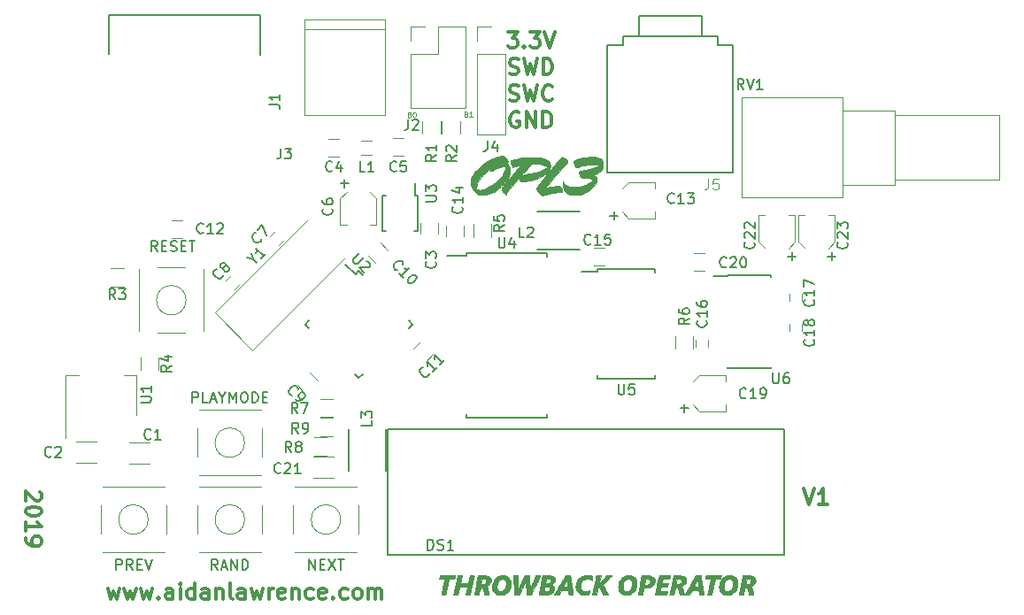
<source format=gbr>
G04 #@! TF.GenerationSoftware,KiCad,Pcbnew,(5.0.2)-1*
G04 #@! TF.CreationDate,2019-06-18T18:23:23-07:00*
G04 #@! TF.ProjectId,OPL3_VGM_Player,4f504c33-5f56-4474-9d5f-506c61796572,rev?*
G04 #@! TF.SameCoordinates,Original*
G04 #@! TF.FileFunction,Legend,Top*
G04 #@! TF.FilePolarity,Positive*
%FSLAX46Y46*%
G04 Gerber Fmt 4.6, Leading zero omitted, Abs format (unit mm)*
G04 Created by KiCad (PCBNEW (5.0.2)-1) date 6/18/2019 6:23:23 PM*
%MOMM*%
%LPD*%
G01*
G04 APERTURE LIST*
%ADD10C,0.300000*%
%ADD11C,0.125000*%
%ADD12C,0.120000*%
%ADD13C,0.150000*%
%ADD14C,0.127000*%
%ADD15C,0.010000*%
%ADD16C,0.050000*%
G04 APERTURE END LIST*
D10*
X225480714Y-129226571D02*
X225980714Y-130726571D01*
X226480714Y-129226571D01*
X227766428Y-130726571D02*
X226909285Y-130726571D01*
X227337857Y-130726571D02*
X227337857Y-129226571D01*
X227195000Y-129440857D01*
X227052142Y-129583714D01*
X226909285Y-129655142D01*
X152443571Y-129508571D02*
X152515000Y-129580000D01*
X152586428Y-129722857D01*
X152586428Y-130080000D01*
X152515000Y-130222857D01*
X152443571Y-130294285D01*
X152300714Y-130365714D01*
X152157857Y-130365714D01*
X151943571Y-130294285D01*
X151086428Y-129437142D01*
X151086428Y-130365714D01*
X152586428Y-131294285D02*
X152586428Y-131437142D01*
X152515000Y-131580000D01*
X152443571Y-131651428D01*
X152300714Y-131722857D01*
X152015000Y-131794285D01*
X151657857Y-131794285D01*
X151372142Y-131722857D01*
X151229285Y-131651428D01*
X151157857Y-131580000D01*
X151086428Y-131437142D01*
X151086428Y-131294285D01*
X151157857Y-131151428D01*
X151229285Y-131080000D01*
X151372142Y-131008571D01*
X151657857Y-130937142D01*
X152015000Y-130937142D01*
X152300714Y-131008571D01*
X152443571Y-131080000D01*
X152515000Y-131151428D01*
X152586428Y-131294285D01*
X151086428Y-133222857D02*
X151086428Y-132365714D01*
X151086428Y-132794285D02*
X152586428Y-132794285D01*
X152372142Y-132651428D01*
X152229285Y-132508571D01*
X152157857Y-132365714D01*
X151086428Y-133937142D02*
X151086428Y-134222857D01*
X151157857Y-134365714D01*
X151229285Y-134437142D01*
X151443571Y-134580000D01*
X151729285Y-134651428D01*
X152300714Y-134651428D01*
X152443571Y-134580000D01*
X152515000Y-134508571D01*
X152586428Y-134365714D01*
X152586428Y-134080000D01*
X152515000Y-133937142D01*
X152443571Y-133865714D01*
X152300714Y-133794285D01*
X151943571Y-133794285D01*
X151800714Y-133865714D01*
X151729285Y-133937142D01*
X151657857Y-134080000D01*
X151657857Y-134365714D01*
X151729285Y-134508571D01*
X151800714Y-134580000D01*
X151943571Y-134651428D01*
X158906428Y-138743571D02*
X159192142Y-139743571D01*
X159477857Y-139029285D01*
X159763571Y-139743571D01*
X160049285Y-138743571D01*
X160477857Y-138743571D02*
X160763571Y-139743571D01*
X161049285Y-139029285D01*
X161335000Y-139743571D01*
X161620714Y-138743571D01*
X162049285Y-138743571D02*
X162335000Y-139743571D01*
X162620714Y-139029285D01*
X162906428Y-139743571D01*
X163192142Y-138743571D01*
X163763571Y-139600714D02*
X163835000Y-139672142D01*
X163763571Y-139743571D01*
X163692142Y-139672142D01*
X163763571Y-139600714D01*
X163763571Y-139743571D01*
X165120714Y-139743571D02*
X165120714Y-138957857D01*
X165049285Y-138815000D01*
X164906428Y-138743571D01*
X164620714Y-138743571D01*
X164477857Y-138815000D01*
X165120714Y-139672142D02*
X164977857Y-139743571D01*
X164620714Y-139743571D01*
X164477857Y-139672142D01*
X164406428Y-139529285D01*
X164406428Y-139386428D01*
X164477857Y-139243571D01*
X164620714Y-139172142D01*
X164977857Y-139172142D01*
X165120714Y-139100714D01*
X165835000Y-139743571D02*
X165835000Y-138743571D01*
X165835000Y-138243571D02*
X165763571Y-138315000D01*
X165835000Y-138386428D01*
X165906428Y-138315000D01*
X165835000Y-138243571D01*
X165835000Y-138386428D01*
X167192142Y-139743571D02*
X167192142Y-138243571D01*
X167192142Y-139672142D02*
X167049285Y-139743571D01*
X166763571Y-139743571D01*
X166620714Y-139672142D01*
X166549285Y-139600714D01*
X166477857Y-139457857D01*
X166477857Y-139029285D01*
X166549285Y-138886428D01*
X166620714Y-138815000D01*
X166763571Y-138743571D01*
X167049285Y-138743571D01*
X167192142Y-138815000D01*
X168549285Y-139743571D02*
X168549285Y-138957857D01*
X168477857Y-138815000D01*
X168335000Y-138743571D01*
X168049285Y-138743571D01*
X167906428Y-138815000D01*
X168549285Y-139672142D02*
X168406428Y-139743571D01*
X168049285Y-139743571D01*
X167906428Y-139672142D01*
X167835000Y-139529285D01*
X167835000Y-139386428D01*
X167906428Y-139243571D01*
X168049285Y-139172142D01*
X168406428Y-139172142D01*
X168549285Y-139100714D01*
X169263571Y-138743571D02*
X169263571Y-139743571D01*
X169263571Y-138886428D02*
X169335000Y-138815000D01*
X169477857Y-138743571D01*
X169692142Y-138743571D01*
X169835000Y-138815000D01*
X169906428Y-138957857D01*
X169906428Y-139743571D01*
X170835000Y-139743571D02*
X170692142Y-139672142D01*
X170620714Y-139529285D01*
X170620714Y-138243571D01*
X172049285Y-139743571D02*
X172049285Y-138957857D01*
X171977857Y-138815000D01*
X171835000Y-138743571D01*
X171549285Y-138743571D01*
X171406428Y-138815000D01*
X172049285Y-139672142D02*
X171906428Y-139743571D01*
X171549285Y-139743571D01*
X171406428Y-139672142D01*
X171335000Y-139529285D01*
X171335000Y-139386428D01*
X171406428Y-139243571D01*
X171549285Y-139172142D01*
X171906428Y-139172142D01*
X172049285Y-139100714D01*
X172620714Y-138743571D02*
X172906428Y-139743571D01*
X173192142Y-139029285D01*
X173477857Y-139743571D01*
X173763571Y-138743571D01*
X174335000Y-139743571D02*
X174335000Y-138743571D01*
X174335000Y-139029285D02*
X174406428Y-138886428D01*
X174477857Y-138815000D01*
X174620714Y-138743571D01*
X174763571Y-138743571D01*
X175835000Y-139672142D02*
X175692142Y-139743571D01*
X175406428Y-139743571D01*
X175263571Y-139672142D01*
X175192142Y-139529285D01*
X175192142Y-138957857D01*
X175263571Y-138815000D01*
X175406428Y-138743571D01*
X175692142Y-138743571D01*
X175835000Y-138815000D01*
X175906428Y-138957857D01*
X175906428Y-139100714D01*
X175192142Y-139243571D01*
X176549285Y-138743571D02*
X176549285Y-139743571D01*
X176549285Y-138886428D02*
X176620714Y-138815000D01*
X176763571Y-138743571D01*
X176977857Y-138743571D01*
X177120714Y-138815000D01*
X177192142Y-138957857D01*
X177192142Y-139743571D01*
X178549285Y-139672142D02*
X178406428Y-139743571D01*
X178120714Y-139743571D01*
X177977857Y-139672142D01*
X177906428Y-139600714D01*
X177835000Y-139457857D01*
X177835000Y-139029285D01*
X177906428Y-138886428D01*
X177977857Y-138815000D01*
X178120714Y-138743571D01*
X178406428Y-138743571D01*
X178549285Y-138815000D01*
X179763571Y-139672142D02*
X179620714Y-139743571D01*
X179335000Y-139743571D01*
X179192142Y-139672142D01*
X179120714Y-139529285D01*
X179120714Y-138957857D01*
X179192142Y-138815000D01*
X179335000Y-138743571D01*
X179620714Y-138743571D01*
X179763571Y-138815000D01*
X179835000Y-138957857D01*
X179835000Y-139100714D01*
X179120714Y-139243571D01*
X180477857Y-139600714D02*
X180549285Y-139672142D01*
X180477857Y-139743571D01*
X180406428Y-139672142D01*
X180477857Y-139600714D01*
X180477857Y-139743571D01*
X181835000Y-139672142D02*
X181692142Y-139743571D01*
X181406428Y-139743571D01*
X181263571Y-139672142D01*
X181192142Y-139600714D01*
X181120714Y-139457857D01*
X181120714Y-139029285D01*
X181192142Y-138886428D01*
X181263571Y-138815000D01*
X181406428Y-138743571D01*
X181692142Y-138743571D01*
X181835000Y-138815000D01*
X182692142Y-139743571D02*
X182549285Y-139672142D01*
X182477857Y-139600714D01*
X182406428Y-139457857D01*
X182406428Y-139029285D01*
X182477857Y-138886428D01*
X182549285Y-138815000D01*
X182692142Y-138743571D01*
X182906428Y-138743571D01*
X183049285Y-138815000D01*
X183120714Y-138886428D01*
X183192142Y-139029285D01*
X183192142Y-139457857D01*
X183120714Y-139600714D01*
X183049285Y-139672142D01*
X182906428Y-139743571D01*
X182692142Y-139743571D01*
X183835000Y-139743571D02*
X183835000Y-138743571D01*
X183835000Y-138886428D02*
X183906428Y-138815000D01*
X184049285Y-138743571D01*
X184263571Y-138743571D01*
X184406428Y-138815000D01*
X184477857Y-138957857D01*
X184477857Y-139743571D01*
X184477857Y-138957857D02*
X184549285Y-138815000D01*
X184692142Y-138743571D01*
X184906428Y-138743571D01*
X185049285Y-138815000D01*
X185120714Y-138957857D01*
X185120714Y-139743571D01*
X198247142Y-93230000D02*
X198104285Y-93158571D01*
X197890000Y-93158571D01*
X197675714Y-93230000D01*
X197532857Y-93372857D01*
X197461428Y-93515714D01*
X197390000Y-93801428D01*
X197390000Y-94015714D01*
X197461428Y-94301428D01*
X197532857Y-94444285D01*
X197675714Y-94587142D01*
X197890000Y-94658571D01*
X198032857Y-94658571D01*
X198247142Y-94587142D01*
X198318571Y-94515714D01*
X198318571Y-94015714D01*
X198032857Y-94015714D01*
X198961428Y-94658571D02*
X198961428Y-93158571D01*
X199818571Y-94658571D01*
X199818571Y-93158571D01*
X200532857Y-94658571D02*
X200532857Y-93158571D01*
X200890000Y-93158571D01*
X201104285Y-93230000D01*
X201247142Y-93372857D01*
X201318571Y-93515714D01*
X201390000Y-93801428D01*
X201390000Y-94015714D01*
X201318571Y-94301428D01*
X201247142Y-94444285D01*
X201104285Y-94587142D01*
X200890000Y-94658571D01*
X200532857Y-94658571D01*
X197354285Y-92047142D02*
X197568571Y-92118571D01*
X197925714Y-92118571D01*
X198068571Y-92047142D01*
X198140000Y-91975714D01*
X198211428Y-91832857D01*
X198211428Y-91690000D01*
X198140000Y-91547142D01*
X198068571Y-91475714D01*
X197925714Y-91404285D01*
X197640000Y-91332857D01*
X197497142Y-91261428D01*
X197425714Y-91190000D01*
X197354285Y-91047142D01*
X197354285Y-90904285D01*
X197425714Y-90761428D01*
X197497142Y-90690000D01*
X197640000Y-90618571D01*
X197997142Y-90618571D01*
X198211428Y-90690000D01*
X198711428Y-90618571D02*
X199068571Y-92118571D01*
X199354285Y-91047142D01*
X199640000Y-92118571D01*
X199997142Y-90618571D01*
X201425714Y-91975714D02*
X201354285Y-92047142D01*
X201140000Y-92118571D01*
X200997142Y-92118571D01*
X200782857Y-92047142D01*
X200640000Y-91904285D01*
X200568571Y-91761428D01*
X200497142Y-91475714D01*
X200497142Y-91261428D01*
X200568571Y-90975714D01*
X200640000Y-90832857D01*
X200782857Y-90690000D01*
X200997142Y-90618571D01*
X201140000Y-90618571D01*
X201354285Y-90690000D01*
X201425714Y-90761428D01*
X197354285Y-89507142D02*
X197568571Y-89578571D01*
X197925714Y-89578571D01*
X198068571Y-89507142D01*
X198140000Y-89435714D01*
X198211428Y-89292857D01*
X198211428Y-89150000D01*
X198140000Y-89007142D01*
X198068571Y-88935714D01*
X197925714Y-88864285D01*
X197640000Y-88792857D01*
X197497142Y-88721428D01*
X197425714Y-88650000D01*
X197354285Y-88507142D01*
X197354285Y-88364285D01*
X197425714Y-88221428D01*
X197497142Y-88150000D01*
X197640000Y-88078571D01*
X197997142Y-88078571D01*
X198211428Y-88150000D01*
X198711428Y-88078571D02*
X199068571Y-89578571D01*
X199354285Y-88507142D01*
X199640000Y-89578571D01*
X199997142Y-88078571D01*
X200568571Y-89578571D02*
X200568571Y-88078571D01*
X200925714Y-88078571D01*
X201140000Y-88150000D01*
X201282857Y-88292857D01*
X201354285Y-88435714D01*
X201425714Y-88721428D01*
X201425714Y-88935714D01*
X201354285Y-89221428D01*
X201282857Y-89364285D01*
X201140000Y-89507142D01*
X200925714Y-89578571D01*
X200568571Y-89578571D01*
X197175714Y-85538571D02*
X198104285Y-85538571D01*
X197604285Y-86110000D01*
X197818571Y-86110000D01*
X197961428Y-86181428D01*
X198032857Y-86252857D01*
X198104285Y-86395714D01*
X198104285Y-86752857D01*
X198032857Y-86895714D01*
X197961428Y-86967142D01*
X197818571Y-87038571D01*
X197390000Y-87038571D01*
X197247142Y-86967142D01*
X197175714Y-86895714D01*
X198747142Y-86895714D02*
X198818571Y-86967142D01*
X198747142Y-87038571D01*
X198675714Y-86967142D01*
X198747142Y-86895714D01*
X198747142Y-87038571D01*
X199318571Y-85538571D02*
X200247142Y-85538571D01*
X199747142Y-86110000D01*
X199961428Y-86110000D01*
X200104285Y-86181428D01*
X200175714Y-86252857D01*
X200247142Y-86395714D01*
X200247142Y-86752857D01*
X200175714Y-86895714D01*
X200104285Y-86967142D01*
X199961428Y-87038571D01*
X199532857Y-87038571D01*
X199390000Y-86967142D01*
X199318571Y-86895714D01*
X200675714Y-85538571D02*
X201175714Y-87038571D01*
X201675714Y-85538571D01*
D11*
X187783019Y-93410885D02*
X187854447Y-93434695D01*
X187878257Y-93458504D01*
X187902066Y-93506123D01*
X187902066Y-93577552D01*
X187878257Y-93625171D01*
X187854447Y-93648980D01*
X187806828Y-93672790D01*
X187616352Y-93672790D01*
X187616352Y-93172790D01*
X187783019Y-93172790D01*
X187830638Y-93196600D01*
X187854447Y-93220409D01*
X187878257Y-93268028D01*
X187878257Y-93315647D01*
X187854447Y-93363266D01*
X187830638Y-93387076D01*
X187783019Y-93410885D01*
X187616352Y-93410885D01*
X188211590Y-93172790D02*
X188259209Y-93172790D01*
X188306828Y-93196600D01*
X188330638Y-93220409D01*
X188354447Y-93268028D01*
X188378257Y-93363266D01*
X188378257Y-93482314D01*
X188354447Y-93577552D01*
X188330638Y-93625171D01*
X188306828Y-93648980D01*
X188259209Y-93672790D01*
X188211590Y-93672790D01*
X188163971Y-93648980D01*
X188140161Y-93625171D01*
X188116352Y-93577552D01*
X188092542Y-93482314D01*
X188092542Y-93363266D01*
X188116352Y-93268028D01*
X188140161Y-93220409D01*
X188163971Y-93196600D01*
X188211590Y-93172790D01*
X193193219Y-93360085D02*
X193264647Y-93383895D01*
X193288457Y-93407704D01*
X193312266Y-93455323D01*
X193312266Y-93526752D01*
X193288457Y-93574371D01*
X193264647Y-93598180D01*
X193217028Y-93621990D01*
X193026552Y-93621990D01*
X193026552Y-93121990D01*
X193193219Y-93121990D01*
X193240838Y-93145800D01*
X193264647Y-93169609D01*
X193288457Y-93217228D01*
X193288457Y-93264847D01*
X193264647Y-93312466D01*
X193240838Y-93336276D01*
X193193219Y-93360085D01*
X193026552Y-93360085D01*
X193788457Y-93621990D02*
X193502742Y-93621990D01*
X193645600Y-93621990D02*
X193645600Y-93121990D01*
X193597980Y-93193419D01*
X193550361Y-93241038D01*
X193502742Y-93264847D01*
D12*
G04 #@! TO.C,RV1*
X244215000Y-93500000D02*
X244215000Y-99620000D01*
X234215000Y-93500000D02*
X234215000Y-99620000D01*
X234215000Y-99620000D02*
X244215000Y-99620000D01*
X234215000Y-93500000D02*
X244215000Y-93500000D01*
X234215000Y-93000000D02*
X234215000Y-100120000D01*
X229215000Y-93000000D02*
X229215000Y-100120000D01*
X229215000Y-100120000D02*
X234215000Y-100120000D01*
X229215000Y-93000000D02*
X234215000Y-93000000D01*
X229215000Y-91750000D02*
X229215000Y-101370000D01*
X219545000Y-91750000D02*
X219545000Y-101370000D01*
X219545000Y-101370000D02*
X229215000Y-101370000D01*
X219545000Y-91750000D02*
X229215000Y-91750000D01*
G04 #@! TO.C,PREV*
X164485000Y-130818300D02*
X164485000Y-133498300D01*
X158245000Y-133498300D02*
X158245000Y-130818300D01*
X158395000Y-129038300D02*
X164335000Y-129038300D01*
X158395000Y-135278300D02*
X164335000Y-135278300D01*
X162779214Y-132158300D02*
G75*
G03X162779214Y-132158300I-1414214J0D01*
G01*
G04 #@! TO.C,RAND*
X171999414Y-132158300D02*
G75*
G03X171999414Y-132158300I-1414214J0D01*
G01*
X167615200Y-135278300D02*
X173555200Y-135278300D01*
X167615200Y-129038300D02*
X173555200Y-129038300D01*
X167465200Y-133498300D02*
X167465200Y-130818300D01*
X173705200Y-130818300D02*
X173705200Y-133498300D01*
G04 #@! TO.C,NEXT*
X182900000Y-130818300D02*
X182900000Y-133498300D01*
X176660000Y-133498300D02*
X176660000Y-130818300D01*
X176810000Y-129038300D02*
X182750000Y-129038300D01*
X176810000Y-135278300D02*
X182750000Y-135278300D01*
X181194214Y-132158300D02*
G75*
G03X181194214Y-132158300I-1414214J0D01*
G01*
G04 #@! TO.C,PLAYMODE*
X171999414Y-124805000D02*
G75*
G03X171999414Y-124805000I-1414214J0D01*
G01*
X167615200Y-127925000D02*
X173555200Y-127925000D01*
X167615200Y-121685000D02*
X173555200Y-121685000D01*
X167465200Y-126145000D02*
X167465200Y-123465000D01*
X173705200Y-123465000D02*
X173705200Y-126145000D01*
D13*
G04 #@! TO.C,J3*
X159030000Y-83967400D02*
X159030000Y-87625000D01*
X173508000Y-83925000D02*
X159030000Y-83925000D01*
X173530000Y-87725000D02*
X173530000Y-83965800D01*
D14*
G04 #@! TO.C,J5*
X215725000Y-83940000D02*
X209725000Y-83940000D01*
X217225000Y-85940000D02*
X215725000Y-85940000D01*
X215725000Y-85940000D02*
X209725000Y-85940000D01*
X209725000Y-85940000D02*
X208225000Y-85940000D01*
X218725000Y-98940000D02*
X206725000Y-98940000D01*
X217225000Y-86740000D02*
X218725000Y-86740000D01*
X218725000Y-86740000D02*
X218725000Y-98940000D01*
X206725000Y-98940000D02*
X206725000Y-86740000D01*
X206725000Y-86740000D02*
X208225000Y-86740000D01*
X215725000Y-83940000D02*
X215725000Y-85940000D01*
X209725000Y-83940000D02*
X209725000Y-85940000D01*
X217225000Y-85940000D02*
X217225000Y-86740000D01*
X208225000Y-86740000D02*
X208225000Y-85940000D01*
D12*
G04 #@! TO.C,C23*
X224985000Y-103045000D02*
X224985000Y-105585000D01*
X228425000Y-105605000D02*
X228425000Y-103065000D01*
X224985000Y-103045000D02*
X225575000Y-103045000D01*
X224985000Y-105585000D02*
X225575000Y-106185000D01*
X228425000Y-103045000D02*
X227815000Y-103045000D01*
X228425000Y-105605000D02*
X227815000Y-106215000D01*
D13*
G04 #@! TO.C,DS1*
X185648600Y-135540000D02*
X223648600Y-135540000D01*
X223648600Y-135540000D02*
X223648600Y-123540000D01*
X185648600Y-123540000D02*
X223648600Y-123540000D01*
X185648600Y-129540000D02*
X185648600Y-135540000D01*
X185648600Y-129540000D02*
X185648600Y-123540000D01*
D12*
G04 #@! TO.C,C1*
X160925000Y-126813500D02*
X162925000Y-126813500D01*
X162925000Y-124773500D02*
X160925000Y-124773500D01*
G04 #@! TO.C,C2*
X155845000Y-126750000D02*
X157845000Y-126750000D01*
X157845000Y-124710000D02*
X155845000Y-124710000D01*
G04 #@! TO.C,C3*
X190524500Y-104767000D02*
X190524500Y-103767000D01*
X188824500Y-103767000D02*
X188824500Y-104767000D01*
G04 #@! TO.C,C4*
X181043200Y-95771600D02*
X180043200Y-95771600D01*
X180043200Y-97471600D02*
X181043200Y-97471600D01*
G04 #@! TO.C,C5*
X187190000Y-95670000D02*
X186190000Y-95670000D01*
X186190000Y-97370000D02*
X187190000Y-97370000D01*
G04 #@! TO.C,C6*
X184590000Y-103965000D02*
X184590000Y-101425000D01*
X181150000Y-101405000D02*
X181150000Y-103945000D01*
X184590000Y-103965000D02*
X184000000Y-103965000D01*
X184590000Y-101425000D02*
X184000000Y-100825000D01*
X181150000Y-103965000D02*
X181760000Y-103965000D01*
X181150000Y-101405000D02*
X181760000Y-100795000D01*
G04 #@! TO.C,C7*
X174435849Y-105055423D02*
X174930823Y-104560449D01*
X175779351Y-105408977D02*
X175284377Y-105903951D01*
G04 #@! TO.C,C8*
X170168649Y-109284523D02*
X170663623Y-108789549D01*
X171512151Y-109638077D02*
X171017177Y-110133051D01*
G04 #@! TO.C,C9*
X177048606Y-119322687D02*
X177755713Y-120029794D01*
X178957794Y-118827713D02*
X178250687Y-118120606D01*
G04 #@! TO.C,C10*
X185718287Y-106385806D02*
X185011180Y-105678699D01*
X183809099Y-106880780D02*
X184516206Y-107587887D01*
G04 #@! TO.C,C11*
X188813320Y-115140199D02*
X188106213Y-115847306D01*
X189308294Y-117049387D02*
X190015401Y-116342280D01*
G04 #@! TO.C,C12*
X165069900Y-105205900D02*
X166069900Y-105205900D01*
X166069900Y-103505900D02*
X165069900Y-103505900D01*
G04 #@! TO.C,C13*
X211280000Y-99890000D02*
X208740000Y-99890000D01*
X208720000Y-103330000D02*
X211260000Y-103330000D01*
X211280000Y-99890000D02*
X211280000Y-100480000D01*
X208740000Y-99890000D02*
X208140000Y-100480000D01*
X211280000Y-103330000D02*
X211280000Y-102720000D01*
X208720000Y-103330000D02*
X208110000Y-102720000D01*
G04 #@! TO.C,C14*
X191301000Y-104059100D02*
X191301000Y-105059100D01*
X193001000Y-105059100D02*
X193001000Y-104059100D01*
G04 #@! TO.C,C15*
X205405100Y-107822100D02*
X206405100Y-107822100D01*
X206405100Y-106122100D02*
X205405100Y-106122100D01*
G04 #@! TO.C,C16*
X215134900Y-115640600D02*
X215134900Y-114940600D01*
X216334900Y-114940600D02*
X216334900Y-115640600D01*
G04 #@! TO.C,C17*
X225339200Y-110559100D02*
X225339200Y-111259100D01*
X224139200Y-111259100D02*
X224139200Y-110559100D01*
G04 #@! TO.C,C18*
X224126500Y-114116600D02*
X224126500Y-113416600D01*
X225326500Y-113416600D02*
X225326500Y-114116600D01*
G04 #@! TO.C,C19*
X215476400Y-121783100D02*
X214866400Y-121173100D01*
X218036400Y-121783100D02*
X218036400Y-121173100D01*
X215496400Y-118343100D02*
X214896400Y-118933100D01*
X218036400Y-118343100D02*
X218036400Y-118933100D01*
X215476400Y-121783100D02*
X218016400Y-121783100D01*
X218036400Y-118343100D02*
X215496400Y-118343100D01*
G04 #@! TO.C,C20*
X214993600Y-108380900D02*
X215993600Y-108380900D01*
X215993600Y-106680900D02*
X214993600Y-106680900D01*
G04 #@! TO.C,C21*
X180539900Y-126170500D02*
X178539900Y-126170500D01*
X178539900Y-128210500D02*
X180539900Y-128210500D01*
G04 #@! TO.C,C22*
X224615000Y-105605000D02*
X224005000Y-106215000D01*
X224615000Y-103045000D02*
X224005000Y-103045000D01*
X221175000Y-105585000D02*
X221765000Y-106185000D01*
X221175000Y-103045000D02*
X221765000Y-103045000D01*
X224615000Y-105605000D02*
X224615000Y-103065000D01*
X221175000Y-103045000D02*
X221175000Y-105585000D01*
G04 #@! TO.C,J1*
X185460000Y-93485000D02*
X185460000Y-84285000D01*
X177760000Y-93485000D02*
X185460000Y-93485000D01*
X177760000Y-84285000D02*
X177760000Y-93485000D01*
X185460000Y-84285000D02*
X177760000Y-84285000D01*
X185460000Y-85285000D02*
X177760000Y-85285000D01*
G04 #@! TO.C,J2*
X187900000Y-85030000D02*
X189230000Y-85030000D01*
X187900000Y-86360000D02*
X187900000Y-85030000D01*
X190500000Y-85030000D02*
X193100000Y-85030000D01*
X190500000Y-87630000D02*
X190500000Y-85030000D01*
X187900000Y-87630000D02*
X190500000Y-87630000D01*
X193100000Y-85030000D02*
X193100000Y-92770000D01*
X187900000Y-87630000D02*
X187900000Y-92770000D01*
X187900000Y-92770000D02*
X193100000Y-92770000D01*
G04 #@! TO.C,J4*
X194250000Y-85030000D02*
X195580000Y-85030000D01*
X194250000Y-86360000D02*
X194250000Y-85030000D01*
X194250000Y-87630000D02*
X196910000Y-87630000D01*
X196910000Y-87630000D02*
X196910000Y-95310000D01*
X194250000Y-87630000D02*
X194250000Y-95310000D01*
X194250000Y-95310000D02*
X196910000Y-95310000D01*
G04 #@! TO.C,L1*
X184167400Y-97301600D02*
X183167400Y-97301600D01*
X183167400Y-95941600D02*
X184167400Y-95941600D01*
D13*
G04 #@! TO.C,L2*
X204030200Y-102695600D02*
X200030200Y-102695600D01*
X200030200Y-106295600D02*
X204030200Y-106295600D01*
G04 #@! TO.C,L3*
X181956300Y-123512700D02*
X181956300Y-127512700D01*
X185556300Y-127512700D02*
X185556300Y-123512700D01*
D12*
G04 #@! TO.C,R1*
X188985000Y-95215000D02*
X188985000Y-94015000D01*
X190745000Y-94015000D02*
X190745000Y-95215000D01*
G04 #@! TO.C,R2*
X192650000Y-94015000D02*
X192650000Y-95215000D01*
X190890000Y-95215000D02*
X190890000Y-94015000D01*
G04 #@! TO.C,R3*
X160416800Y-109858700D02*
X159216800Y-109858700D01*
X159216800Y-108098700D02*
X160416800Y-108098700D01*
G04 #@! TO.C,R4*
X163795600Y-116659100D02*
X163795600Y-117859100D01*
X162035600Y-117859100D02*
X162035600Y-116659100D01*
G04 #@! TO.C,R5*
X193861800Y-105108300D02*
X193861800Y-103908300D01*
X195621800Y-103908300D02*
X195621800Y-105108300D01*
G04 #@! TO.C,R6*
X214938500Y-114627100D02*
X214938500Y-115827100D01*
X213178500Y-115827100D02*
X213178500Y-114627100D01*
G04 #@! TO.C,R7*
X180457400Y-122368200D02*
X179257400Y-122368200D01*
X179257400Y-120608200D02*
X180457400Y-120608200D01*
G04 #@! TO.C,R8*
X178622400Y-124303900D02*
X179822400Y-124303900D01*
X179822400Y-126063900D02*
X178622400Y-126063900D01*
G04 #@! TO.C,R9*
X180457400Y-124197000D02*
X179257400Y-124197000D01*
X179257400Y-122437000D02*
X180457400Y-122437000D01*
G04 #@! TO.C,RESET*
X166323600Y-114294600D02*
X163643600Y-114294600D01*
X163643600Y-108054600D02*
X166323600Y-108054600D01*
X168103600Y-108204600D02*
X168103600Y-114144600D01*
X161863600Y-108204600D02*
X161863600Y-114144600D01*
X166397814Y-111174600D02*
G75*
G03X166397814Y-111174600I-1414214J0D01*
G01*
G04 #@! TO.C,U1*
X154857400Y-124381700D02*
X154857400Y-118371700D01*
X161677400Y-122131700D02*
X161677400Y-118371700D01*
X154857400Y-118371700D02*
X156117400Y-118371700D01*
X161677400Y-118371700D02*
X160417400Y-118371700D01*
D13*
G04 #@! TO.C,U2*
X182612602Y-108704274D02*
X181640330Y-107732002D01*
X188057324Y-113512600D02*
X187686093Y-113141369D01*
X182930800Y-118639124D02*
X182559569Y-118267893D01*
X177804276Y-113512600D02*
X178175507Y-113883831D01*
X182930800Y-108386076D02*
X183302031Y-108757307D01*
X177804276Y-113512600D02*
X178175507Y-113141369D01*
X182930800Y-118639124D02*
X183302031Y-118267893D01*
X188057324Y-113512600D02*
X187686093Y-113883831D01*
X182930800Y-108386076D02*
X182612602Y-108704274D01*
G04 #@! TO.C,U3*
X188330500Y-101182300D02*
X188330500Y-99957300D01*
X185205500Y-101182300D02*
X185205500Y-104532300D01*
X188555500Y-101182300D02*
X188555500Y-104532300D01*
X185205500Y-101182300D02*
X185505500Y-101182300D01*
X185205500Y-104532300D02*
X185505500Y-104532300D01*
X188555500Y-104532300D02*
X188255500Y-104532300D01*
X188555500Y-101182300D02*
X188330500Y-101182300D01*
G04 #@! TO.C,U4*
X193203600Y-106928600D02*
X191378600Y-106928600D01*
X193203600Y-122403600D02*
X200953600Y-122403600D01*
X193203600Y-106653600D02*
X200953600Y-106653600D01*
X193203600Y-122403600D02*
X193203600Y-122038600D01*
X200953600Y-122403600D02*
X200953600Y-122038600D01*
X200953600Y-106653600D02*
X200953600Y-107018600D01*
X193203600Y-106653600D02*
X193203600Y-106928600D01*
G04 #@! TO.C,U5*
X205733600Y-108436400D02*
X204208600Y-108436400D01*
X205733600Y-118711400D02*
X211283600Y-118711400D01*
X205733600Y-108161400D02*
X211283600Y-108161400D01*
X205733600Y-118711400D02*
X205733600Y-118356400D01*
X211283600Y-118711400D02*
X211283600Y-118356400D01*
X211283600Y-108161400D02*
X211283600Y-108516400D01*
X205733600Y-108161400D02*
X205733600Y-108436400D01*
G04 #@! TO.C,U6*
X218181100Y-108833600D02*
X216806100Y-108833600D01*
X218181100Y-117708600D02*
X222331100Y-117708600D01*
X218181100Y-108808600D02*
X222331100Y-108808600D01*
X218181100Y-117708600D02*
X218181100Y-117593600D01*
X222331100Y-117708600D02*
X222331100Y-117593600D01*
X222331100Y-108808600D02*
X222331100Y-108923600D01*
X218181100Y-108808600D02*
X218181100Y-108833600D01*
D12*
G04 #@! TO.C,Y1*
X172744607Y-115976638D02*
X181654152Y-107067092D01*
X169138362Y-112370393D02*
X172744607Y-115976638D01*
X178047908Y-103460848D02*
X169138362Y-112370393D01*
D15*
G04 #@! TO.C,G\002A\002A\002A*
G36*
X220250850Y-137518423D02*
X220338870Y-137521027D01*
X220411184Y-137525790D01*
X220471014Y-137533029D01*
X220521582Y-137543059D01*
X220566109Y-137556197D01*
X220607817Y-137572759D01*
X220618651Y-137577690D01*
X220701222Y-137623960D01*
X220763914Y-137678305D01*
X220812068Y-137745759D01*
X220826699Y-137773861D01*
X220862997Y-137875760D01*
X220874686Y-137981047D01*
X220865804Y-138073821D01*
X220834822Y-138182108D01*
X220783482Y-138276263D01*
X220711367Y-138356699D01*
X220618062Y-138423827D01*
X220503151Y-138478059D01*
X220433900Y-138501549D01*
X220392389Y-138514823D01*
X220365347Y-138525021D01*
X220357061Y-138530458D01*
X220359086Y-138530919D01*
X220386619Y-138541583D01*
X220421808Y-138568391D01*
X220459166Y-138605752D01*
X220493204Y-138648074D01*
X220518436Y-138689766D01*
X220521430Y-138696332D01*
X220532782Y-138728182D01*
X220548486Y-138779931D01*
X220567192Y-138846724D01*
X220587550Y-138923709D01*
X220608210Y-139006032D01*
X220612531Y-139023835D01*
X220631736Y-139103200D01*
X220649257Y-139175102D01*
X220664110Y-139235546D01*
X220675313Y-139280539D01*
X220681882Y-139306088D01*
X220682836Y-139309475D01*
X220683599Y-139317472D01*
X220678050Y-139323288D01*
X220662846Y-139327269D01*
X220634644Y-139329756D01*
X220590102Y-139331093D01*
X220525876Y-139331624D01*
X220466505Y-139331700D01*
X220394412Y-139331391D01*
X220332021Y-139330535D01*
X220283386Y-139329235D01*
X220252566Y-139327596D01*
X220243400Y-139325975D01*
X220240917Y-139312356D01*
X220233998Y-139277744D01*
X220223431Y-139226005D01*
X220210007Y-139161003D01*
X220194515Y-139086601D01*
X220192121Y-139075150D01*
X220166365Y-138958464D01*
X220141987Y-138864578D01*
X220117418Y-138791063D01*
X220091090Y-138735490D01*
X220061436Y-138695431D01*
X220026887Y-138668457D01*
X219985876Y-138652139D01*
X219936834Y-138644048D01*
X219912798Y-138642490D01*
X219845000Y-138639550D01*
X219771413Y-138982450D01*
X219752204Y-139072024D01*
X219734847Y-139153096D01*
X219720024Y-139222464D01*
X219708419Y-139276925D01*
X219700715Y-139313276D01*
X219697596Y-139328316D01*
X219697562Y-139328525D01*
X219685472Y-139329585D01*
X219652191Y-139330496D01*
X219601929Y-139331191D01*
X219538896Y-139331608D01*
X219489411Y-139331700D01*
X219281522Y-139331700D01*
X219324985Y-139125325D01*
X219336032Y-139073000D01*
X219351690Y-138999014D01*
X219371286Y-138906546D01*
X219394144Y-138798778D01*
X219419590Y-138678890D01*
X219446947Y-138550064D01*
X219475541Y-138415481D01*
X219495786Y-138320245D01*
X219913198Y-138320245D01*
X219925037Y-138324144D01*
X219957182Y-138326488D01*
X220004574Y-138327074D01*
X220056075Y-138325934D01*
X220127601Y-138322212D01*
X220180855Y-138316312D01*
X220222945Y-138307059D01*
X220260978Y-138293273D01*
X220265717Y-138291210D01*
X220339870Y-138246716D01*
X220392739Y-138188672D01*
X220423752Y-138118023D01*
X220432335Y-138035715D01*
X220431301Y-138017838D01*
X220418776Y-137952522D01*
X220391945Y-137902202D01*
X220348687Y-137865420D01*
X220286882Y-137840720D01*
X220204409Y-137826644D01*
X220147570Y-137822824D01*
X220019991Y-137817711D01*
X219966594Y-138063530D01*
X219950216Y-138139451D01*
X219935872Y-138206959D01*
X219924381Y-138262101D01*
X219916569Y-138300922D01*
X219913256Y-138319468D01*
X219913198Y-138320245D01*
X219495786Y-138320245D01*
X219504698Y-138278322D01*
X219517004Y-138220450D01*
X219665560Y-137521950D01*
X220014805Y-137518428D01*
X220143902Y-137517662D01*
X220250850Y-137518423D01*
X220250850Y-137518423D01*
G37*
X220250850Y-137518423D02*
X220338870Y-137521027D01*
X220411184Y-137525790D01*
X220471014Y-137533029D01*
X220521582Y-137543059D01*
X220566109Y-137556197D01*
X220607817Y-137572759D01*
X220618651Y-137577690D01*
X220701222Y-137623960D01*
X220763914Y-137678305D01*
X220812068Y-137745759D01*
X220826699Y-137773861D01*
X220862997Y-137875760D01*
X220874686Y-137981047D01*
X220865804Y-138073821D01*
X220834822Y-138182108D01*
X220783482Y-138276263D01*
X220711367Y-138356699D01*
X220618062Y-138423827D01*
X220503151Y-138478059D01*
X220433900Y-138501549D01*
X220392389Y-138514823D01*
X220365347Y-138525021D01*
X220357061Y-138530458D01*
X220359086Y-138530919D01*
X220386619Y-138541583D01*
X220421808Y-138568391D01*
X220459166Y-138605752D01*
X220493204Y-138648074D01*
X220518436Y-138689766D01*
X220521430Y-138696332D01*
X220532782Y-138728182D01*
X220548486Y-138779931D01*
X220567192Y-138846724D01*
X220587550Y-138923709D01*
X220608210Y-139006032D01*
X220612531Y-139023835D01*
X220631736Y-139103200D01*
X220649257Y-139175102D01*
X220664110Y-139235546D01*
X220675313Y-139280539D01*
X220681882Y-139306088D01*
X220682836Y-139309475D01*
X220683599Y-139317472D01*
X220678050Y-139323288D01*
X220662846Y-139327269D01*
X220634644Y-139329756D01*
X220590102Y-139331093D01*
X220525876Y-139331624D01*
X220466505Y-139331700D01*
X220394412Y-139331391D01*
X220332021Y-139330535D01*
X220283386Y-139329235D01*
X220252566Y-139327596D01*
X220243400Y-139325975D01*
X220240917Y-139312356D01*
X220233998Y-139277744D01*
X220223431Y-139226005D01*
X220210007Y-139161003D01*
X220194515Y-139086601D01*
X220192121Y-139075150D01*
X220166365Y-138958464D01*
X220141987Y-138864578D01*
X220117418Y-138791063D01*
X220091090Y-138735490D01*
X220061436Y-138695431D01*
X220026887Y-138668457D01*
X219985876Y-138652139D01*
X219936834Y-138644048D01*
X219912798Y-138642490D01*
X219845000Y-138639550D01*
X219771413Y-138982450D01*
X219752204Y-139072024D01*
X219734847Y-139153096D01*
X219720024Y-139222464D01*
X219708419Y-139276925D01*
X219700715Y-139313276D01*
X219697596Y-139328316D01*
X219697562Y-139328525D01*
X219685472Y-139329585D01*
X219652191Y-139330496D01*
X219601929Y-139331191D01*
X219538896Y-139331608D01*
X219489411Y-139331700D01*
X219281522Y-139331700D01*
X219324985Y-139125325D01*
X219336032Y-139073000D01*
X219351690Y-138999014D01*
X219371286Y-138906546D01*
X219394144Y-138798778D01*
X219419590Y-138678890D01*
X219446947Y-138550064D01*
X219475541Y-138415481D01*
X219495786Y-138320245D01*
X219913198Y-138320245D01*
X219925037Y-138324144D01*
X219957182Y-138326488D01*
X220004574Y-138327074D01*
X220056075Y-138325934D01*
X220127601Y-138322212D01*
X220180855Y-138316312D01*
X220222945Y-138307059D01*
X220260978Y-138293273D01*
X220265717Y-138291210D01*
X220339870Y-138246716D01*
X220392739Y-138188672D01*
X220423752Y-138118023D01*
X220432335Y-138035715D01*
X220431301Y-138017838D01*
X220418776Y-137952522D01*
X220391945Y-137902202D01*
X220348687Y-137865420D01*
X220286882Y-137840720D01*
X220204409Y-137826644D01*
X220147570Y-137822824D01*
X220019991Y-137817711D01*
X219966594Y-138063530D01*
X219950216Y-138139451D01*
X219935872Y-138206959D01*
X219924381Y-138262101D01*
X219916569Y-138300922D01*
X219913256Y-138319468D01*
X219913198Y-138320245D01*
X219495786Y-138320245D01*
X219504698Y-138278322D01*
X219517004Y-138220450D01*
X219665560Y-137521950D01*
X220014805Y-137518428D01*
X220143902Y-137517662D01*
X220250850Y-137518423D01*
G36*
X217012528Y-137515686D02*
X217145965Y-137515974D01*
X217257543Y-137516506D01*
X217349034Y-137517323D01*
X217422209Y-137518467D01*
X217478837Y-137519981D01*
X217520691Y-137521907D01*
X217549540Y-137524287D01*
X217567155Y-137527162D01*
X217575308Y-137530575D01*
X217576400Y-137532726D01*
X217573773Y-137551404D01*
X217566640Y-137589177D01*
X217556122Y-137640367D01*
X217544650Y-137693400D01*
X217532149Y-137750275D01*
X217521966Y-137797293D01*
X217515189Y-137829375D01*
X217512900Y-137841373D01*
X217500833Y-137842718D01*
X217467165Y-137843898D01*
X217415696Y-137844847D01*
X217350223Y-137845500D01*
X217274546Y-137845791D01*
X217258501Y-137845800D01*
X217166092Y-137846211D01*
X217096601Y-137847548D01*
X217047557Y-137849959D01*
X217016491Y-137853597D01*
X217000932Y-137858610D01*
X216998198Y-137861675D01*
X216994865Y-137875819D01*
X216986842Y-137912182D01*
X216974690Y-137968132D01*
X216958971Y-138041036D01*
X216940244Y-138128261D01*
X216919070Y-138227175D01*
X216896010Y-138335145D01*
X216871625Y-138449538D01*
X216846474Y-138567723D01*
X216821119Y-138687067D01*
X216796119Y-138804936D01*
X216772037Y-138918699D01*
X216749431Y-139025723D01*
X216728863Y-139123375D01*
X216710893Y-139209023D01*
X216696083Y-139280034D01*
X216692611Y-139296775D01*
X216685381Y-139331700D01*
X216475985Y-139331700D01*
X216398612Y-139331516D01*
X216343194Y-139330713D01*
X216306287Y-139328914D01*
X216284446Y-139325742D01*
X216274227Y-139320819D01*
X216272186Y-139313767D01*
X216273112Y-139309475D01*
X216278119Y-139288887D01*
X216287530Y-139246765D01*
X216300776Y-139185835D01*
X216317289Y-139108826D01*
X216336501Y-139018466D01*
X216357842Y-138917483D01*
X216380744Y-138808605D01*
X216404639Y-138694559D01*
X216428958Y-138578075D01*
X216453132Y-138461880D01*
X216476594Y-138348701D01*
X216498773Y-138241268D01*
X216519103Y-138142308D01*
X216537014Y-138054548D01*
X216551937Y-137980718D01*
X216563305Y-137923545D01*
X216570549Y-137885757D01*
X216573099Y-137870082D01*
X216573100Y-137870072D01*
X216571873Y-137861841D01*
X216566022Y-137855715D01*
X216552292Y-137851382D01*
X216527426Y-137848535D01*
X216488169Y-137846864D01*
X216431265Y-137846059D01*
X216353458Y-137845812D01*
X216317618Y-137845800D01*
X216062137Y-137845800D01*
X216069776Y-137817225D01*
X216075457Y-137793331D01*
X216084839Y-137751090D01*
X216096491Y-137697030D01*
X216105970Y-137652125D01*
X216134526Y-137515600D01*
X216855463Y-137515600D01*
X217012528Y-137515686D01*
X217012528Y-137515686D01*
G37*
X217012528Y-137515686D02*
X217145965Y-137515974D01*
X217257543Y-137516506D01*
X217349034Y-137517323D01*
X217422209Y-137518467D01*
X217478837Y-137519981D01*
X217520691Y-137521907D01*
X217549540Y-137524287D01*
X217567155Y-137527162D01*
X217575308Y-137530575D01*
X217576400Y-137532726D01*
X217573773Y-137551404D01*
X217566640Y-137589177D01*
X217556122Y-137640367D01*
X217544650Y-137693400D01*
X217532149Y-137750275D01*
X217521966Y-137797293D01*
X217515189Y-137829375D01*
X217512900Y-137841373D01*
X217500833Y-137842718D01*
X217467165Y-137843898D01*
X217415696Y-137844847D01*
X217350223Y-137845500D01*
X217274546Y-137845791D01*
X217258501Y-137845800D01*
X217166092Y-137846211D01*
X217096601Y-137847548D01*
X217047557Y-137849959D01*
X217016491Y-137853597D01*
X217000932Y-137858610D01*
X216998198Y-137861675D01*
X216994865Y-137875819D01*
X216986842Y-137912182D01*
X216974690Y-137968132D01*
X216958971Y-138041036D01*
X216940244Y-138128261D01*
X216919070Y-138227175D01*
X216896010Y-138335145D01*
X216871625Y-138449538D01*
X216846474Y-138567723D01*
X216821119Y-138687067D01*
X216796119Y-138804936D01*
X216772037Y-138918699D01*
X216749431Y-139025723D01*
X216728863Y-139123375D01*
X216710893Y-139209023D01*
X216696083Y-139280034D01*
X216692611Y-139296775D01*
X216685381Y-139331700D01*
X216475985Y-139331700D01*
X216398612Y-139331516D01*
X216343194Y-139330713D01*
X216306287Y-139328914D01*
X216284446Y-139325742D01*
X216274227Y-139320819D01*
X216272186Y-139313767D01*
X216273112Y-139309475D01*
X216278119Y-139288887D01*
X216287530Y-139246765D01*
X216300776Y-139185835D01*
X216317289Y-139108826D01*
X216336501Y-139018466D01*
X216357842Y-138917483D01*
X216380744Y-138808605D01*
X216404639Y-138694559D01*
X216428958Y-138578075D01*
X216453132Y-138461880D01*
X216476594Y-138348701D01*
X216498773Y-138241268D01*
X216519103Y-138142308D01*
X216537014Y-138054548D01*
X216551937Y-137980718D01*
X216563305Y-137923545D01*
X216570549Y-137885757D01*
X216573099Y-137870082D01*
X216573100Y-137870072D01*
X216571873Y-137861841D01*
X216566022Y-137855715D01*
X216552292Y-137851382D01*
X216527426Y-137848535D01*
X216488169Y-137846864D01*
X216431265Y-137846059D01*
X216353458Y-137845812D01*
X216317618Y-137845800D01*
X216062137Y-137845800D01*
X216069776Y-137817225D01*
X216075457Y-137793331D01*
X216084839Y-137751090D01*
X216096491Y-137697030D01*
X216105970Y-137652125D01*
X216134526Y-137515600D01*
X216855463Y-137515600D01*
X217012528Y-137515686D01*
G36*
X215778473Y-138388464D02*
X215799387Y-138535281D01*
X215819382Y-138675346D01*
X215838152Y-138806529D01*
X215855390Y-138926701D01*
X215870790Y-139033733D01*
X215884045Y-139125497D01*
X215894849Y-139199862D01*
X215902894Y-139254701D01*
X215907874Y-139287883D01*
X215909311Y-139296775D01*
X215915875Y-139331700D01*
X215704737Y-139331700D01*
X215634710Y-139331519D01*
X215574489Y-139331019D01*
X215528247Y-139330263D01*
X215500156Y-139329313D01*
X215493508Y-139328525D01*
X215491234Y-139302236D01*
X215485887Y-139259183D01*
X215478297Y-139204683D01*
X215469290Y-139144050D01*
X215459695Y-139082600D01*
X215450338Y-139025649D01*
X215442049Y-138978511D01*
X215435655Y-138946504D01*
X215432234Y-138935054D01*
X215417208Y-138932374D01*
X215380349Y-138930230D01*
X215325223Y-138928697D01*
X215255393Y-138927848D01*
X215174423Y-138927758D01*
X215107305Y-138928248D01*
X214792584Y-138931650D01*
X214688369Y-139128500D01*
X214584153Y-139325350D01*
X214353076Y-139328811D01*
X214279640Y-139329629D01*
X214215831Y-139329799D01*
X214165636Y-139329357D01*
X214133038Y-139328336D01*
X214122000Y-139326848D01*
X214128194Y-139315271D01*
X214146149Y-139283339D01*
X214174925Y-139232694D01*
X214213581Y-139164975D01*
X214261175Y-139081825D01*
X214316769Y-138984884D01*
X214379420Y-138875793D01*
X214448188Y-138756193D01*
X214522132Y-138627725D01*
X214530319Y-138613515D01*
X214957448Y-138613515D01*
X214971829Y-138615794D01*
X215007351Y-138617761D01*
X215059755Y-138619286D01*
X215124784Y-138620238D01*
X215184566Y-138620500D01*
X215404700Y-138620500D01*
X215404700Y-138583826D01*
X215403344Y-138560874D01*
X215399548Y-138516827D01*
X215393712Y-138455830D01*
X215386241Y-138382027D01*
X215377538Y-138299565D01*
X215372950Y-138257288D01*
X215363747Y-138171145D01*
X215355591Y-138090740D01*
X215348892Y-138020442D01*
X215344059Y-137964621D01*
X215341500Y-137927647D01*
X215341200Y-137918132D01*
X215340422Y-137900815D01*
X215336979Y-137894162D01*
X215329205Y-137900462D01*
X215315434Y-137922005D01*
X215294001Y-137961080D01*
X215263240Y-138019977D01*
X215253780Y-138038295D01*
X215215888Y-138111105D01*
X215170530Y-138197268D01*
X215122435Y-138287858D01*
X215076329Y-138373947D01*
X215058412Y-138407140D01*
X215024121Y-138471535D01*
X214995109Y-138528061D01*
X214973175Y-138573038D01*
X214960117Y-138602789D01*
X214957448Y-138613515D01*
X214530319Y-138613515D01*
X214600312Y-138492031D01*
X214640870Y-138421686D01*
X215159741Y-137521950D01*
X215654199Y-137515078D01*
X215778473Y-138388464D01*
X215778473Y-138388464D01*
G37*
X215778473Y-138388464D02*
X215799387Y-138535281D01*
X215819382Y-138675346D01*
X215838152Y-138806529D01*
X215855390Y-138926701D01*
X215870790Y-139033733D01*
X215884045Y-139125497D01*
X215894849Y-139199862D01*
X215902894Y-139254701D01*
X215907874Y-139287883D01*
X215909311Y-139296775D01*
X215915875Y-139331700D01*
X215704737Y-139331700D01*
X215634710Y-139331519D01*
X215574489Y-139331019D01*
X215528247Y-139330263D01*
X215500156Y-139329313D01*
X215493508Y-139328525D01*
X215491234Y-139302236D01*
X215485887Y-139259183D01*
X215478297Y-139204683D01*
X215469290Y-139144050D01*
X215459695Y-139082600D01*
X215450338Y-139025649D01*
X215442049Y-138978511D01*
X215435655Y-138946504D01*
X215432234Y-138935054D01*
X215417208Y-138932374D01*
X215380349Y-138930230D01*
X215325223Y-138928697D01*
X215255393Y-138927848D01*
X215174423Y-138927758D01*
X215107305Y-138928248D01*
X214792584Y-138931650D01*
X214688369Y-139128500D01*
X214584153Y-139325350D01*
X214353076Y-139328811D01*
X214279640Y-139329629D01*
X214215831Y-139329799D01*
X214165636Y-139329357D01*
X214133038Y-139328336D01*
X214122000Y-139326848D01*
X214128194Y-139315271D01*
X214146149Y-139283339D01*
X214174925Y-139232694D01*
X214213581Y-139164975D01*
X214261175Y-139081825D01*
X214316769Y-138984884D01*
X214379420Y-138875793D01*
X214448188Y-138756193D01*
X214522132Y-138627725D01*
X214530319Y-138613515D01*
X214957448Y-138613515D01*
X214971829Y-138615794D01*
X215007351Y-138617761D01*
X215059755Y-138619286D01*
X215124784Y-138620238D01*
X215184566Y-138620500D01*
X215404700Y-138620500D01*
X215404700Y-138583826D01*
X215403344Y-138560874D01*
X215399548Y-138516827D01*
X215393712Y-138455830D01*
X215386241Y-138382027D01*
X215377538Y-138299565D01*
X215372950Y-138257288D01*
X215363747Y-138171145D01*
X215355591Y-138090740D01*
X215348892Y-138020442D01*
X215344059Y-137964621D01*
X215341500Y-137927647D01*
X215341200Y-137918132D01*
X215340422Y-137900815D01*
X215336979Y-137894162D01*
X215329205Y-137900462D01*
X215315434Y-137922005D01*
X215294001Y-137961080D01*
X215263240Y-138019977D01*
X215253780Y-138038295D01*
X215215888Y-138111105D01*
X215170530Y-138197268D01*
X215122435Y-138287858D01*
X215076329Y-138373947D01*
X215058412Y-138407140D01*
X215024121Y-138471535D01*
X214995109Y-138528061D01*
X214973175Y-138573038D01*
X214960117Y-138602789D01*
X214957448Y-138613515D01*
X214530319Y-138613515D01*
X214600312Y-138492031D01*
X214640870Y-138421686D01*
X215159741Y-137521950D01*
X215654199Y-137515078D01*
X215778473Y-138388464D01*
G36*
X213395166Y-137515820D02*
X213534599Y-137516671D01*
X213651581Y-137519436D01*
X213749027Y-137524711D01*
X213829852Y-137533090D01*
X213896972Y-137545169D01*
X213953302Y-137561543D01*
X214001757Y-137582806D01*
X214045251Y-137609553D01*
X214086700Y-137642380D01*
X214107517Y-137661211D01*
X214159034Y-137716253D01*
X214194716Y-137772817D01*
X214216861Y-137836993D01*
X214227766Y-137914873D01*
X214229950Y-137985782D01*
X214229406Y-138047560D01*
X214226777Y-138091789D01*
X214220568Y-138126315D01*
X214209283Y-138158981D01*
X214191426Y-138197632D01*
X214188368Y-138203862D01*
X214130501Y-138293689D01*
X214052351Y-138372554D01*
X213957686Y-138437658D01*
X213850276Y-138486202D01*
X213781187Y-138506236D01*
X213713424Y-138521955D01*
X213763218Y-138551649D01*
X213819265Y-138598135D01*
X213867624Y-138664094D01*
X213898381Y-138728450D01*
X213905549Y-138751475D01*
X213917200Y-138793743D01*
X213932254Y-138850903D01*
X213949634Y-138918606D01*
X213968260Y-138992501D01*
X213987054Y-139068238D01*
X214004937Y-139141468D01*
X214020830Y-139207841D01*
X214033654Y-139263007D01*
X214042331Y-139302617D01*
X214045781Y-139322319D01*
X214045800Y-139322875D01*
X214033782Y-139325751D01*
X214000460Y-139328235D01*
X213949925Y-139330161D01*
X213886272Y-139331366D01*
X213826725Y-139331699D01*
X213607650Y-139331698D01*
X213553669Y-139074892D01*
X213529868Y-138966099D01*
X213508511Y-138879459D01*
X213488453Y-138811978D01*
X213468548Y-138760664D01*
X213447648Y-138722524D01*
X213424609Y-138694565D01*
X213400634Y-138675327D01*
X213371166Y-138661336D01*
X213330430Y-138648546D01*
X213286287Y-138638581D01*
X213246595Y-138633063D01*
X213219214Y-138633616D01*
X213212749Y-138636516D01*
X213208529Y-138650138D01*
X213199832Y-138685363D01*
X213187401Y-138738934D01*
X213171975Y-138807597D01*
X213154296Y-138888096D01*
X213135105Y-138977175D01*
X213133622Y-138984127D01*
X213060884Y-139325350D01*
X212854842Y-139328839D01*
X212769483Y-139329505D01*
X212706015Y-139328285D01*
X212665529Y-139325230D01*
X212649118Y-139320389D01*
X212648800Y-139319460D01*
X212651353Y-139305845D01*
X212658675Y-139269805D01*
X212670253Y-139213759D01*
X212685577Y-139140126D01*
X212704136Y-139051327D01*
X212725419Y-138949781D01*
X212748916Y-138837908D01*
X212774115Y-138718128D01*
X212800507Y-138592860D01*
X212827580Y-138464524D01*
X212854823Y-138335540D01*
X212857004Y-138325225D01*
X213271508Y-138325225D01*
X213282482Y-138329232D01*
X213312989Y-138330702D01*
X213357323Y-138329969D01*
X213409780Y-138327372D01*
X213464656Y-138323247D01*
X213516245Y-138317929D01*
X213558844Y-138311758D01*
X213580750Y-138306972D01*
X213655700Y-138275396D01*
X213716733Y-138228901D01*
X213762200Y-138171357D01*
X213790450Y-138106631D01*
X213799831Y-138038594D01*
X213788694Y-137971113D01*
X213755388Y-137908057D01*
X213752535Y-137904354D01*
X213722130Y-137872178D01*
X213686849Y-137850097D01*
X213641419Y-137836420D01*
X213580569Y-137829453D01*
X213513253Y-137827546D01*
X213380757Y-137826750D01*
X213326336Y-138074400D01*
X213309741Y-138149983D01*
X213295146Y-138216577D01*
X213283377Y-138270401D01*
X213275261Y-138307676D01*
X213271624Y-138324620D01*
X213271508Y-138325225D01*
X212857004Y-138325225D01*
X212881726Y-138208327D01*
X212907777Y-138085306D01*
X212932467Y-137968896D01*
X212955284Y-137861517D01*
X212975718Y-137765588D01*
X212993257Y-137683529D01*
X213007391Y-137617761D01*
X213017609Y-137570702D01*
X213023401Y-137544773D01*
X213023542Y-137544175D01*
X213030283Y-137515600D01*
X213395166Y-137515820D01*
X213395166Y-137515820D01*
G37*
X213395166Y-137515820D02*
X213534599Y-137516671D01*
X213651581Y-137519436D01*
X213749027Y-137524711D01*
X213829852Y-137533090D01*
X213896972Y-137545169D01*
X213953302Y-137561543D01*
X214001757Y-137582806D01*
X214045251Y-137609553D01*
X214086700Y-137642380D01*
X214107517Y-137661211D01*
X214159034Y-137716253D01*
X214194716Y-137772817D01*
X214216861Y-137836993D01*
X214227766Y-137914873D01*
X214229950Y-137985782D01*
X214229406Y-138047560D01*
X214226777Y-138091789D01*
X214220568Y-138126315D01*
X214209283Y-138158981D01*
X214191426Y-138197632D01*
X214188368Y-138203862D01*
X214130501Y-138293689D01*
X214052351Y-138372554D01*
X213957686Y-138437658D01*
X213850276Y-138486202D01*
X213781187Y-138506236D01*
X213713424Y-138521955D01*
X213763218Y-138551649D01*
X213819265Y-138598135D01*
X213867624Y-138664094D01*
X213898381Y-138728450D01*
X213905549Y-138751475D01*
X213917200Y-138793743D01*
X213932254Y-138850903D01*
X213949634Y-138918606D01*
X213968260Y-138992501D01*
X213987054Y-139068238D01*
X214004937Y-139141468D01*
X214020830Y-139207841D01*
X214033654Y-139263007D01*
X214042331Y-139302617D01*
X214045781Y-139322319D01*
X214045800Y-139322875D01*
X214033782Y-139325751D01*
X214000460Y-139328235D01*
X213949925Y-139330161D01*
X213886272Y-139331366D01*
X213826725Y-139331699D01*
X213607650Y-139331698D01*
X213553669Y-139074892D01*
X213529868Y-138966099D01*
X213508511Y-138879459D01*
X213488453Y-138811978D01*
X213468548Y-138760664D01*
X213447648Y-138722524D01*
X213424609Y-138694565D01*
X213400634Y-138675327D01*
X213371166Y-138661336D01*
X213330430Y-138648546D01*
X213286287Y-138638581D01*
X213246595Y-138633063D01*
X213219214Y-138633616D01*
X213212749Y-138636516D01*
X213208529Y-138650138D01*
X213199832Y-138685363D01*
X213187401Y-138738934D01*
X213171975Y-138807597D01*
X213154296Y-138888096D01*
X213135105Y-138977175D01*
X213133622Y-138984127D01*
X213060884Y-139325350D01*
X212854842Y-139328839D01*
X212769483Y-139329505D01*
X212706015Y-139328285D01*
X212665529Y-139325230D01*
X212649118Y-139320389D01*
X212648800Y-139319460D01*
X212651353Y-139305845D01*
X212658675Y-139269805D01*
X212670253Y-139213759D01*
X212685577Y-139140126D01*
X212704136Y-139051327D01*
X212725419Y-138949781D01*
X212748916Y-138837908D01*
X212774115Y-138718128D01*
X212800507Y-138592860D01*
X212827580Y-138464524D01*
X212854823Y-138335540D01*
X212857004Y-138325225D01*
X213271508Y-138325225D01*
X213282482Y-138329232D01*
X213312989Y-138330702D01*
X213357323Y-138329969D01*
X213409780Y-138327372D01*
X213464656Y-138323247D01*
X213516245Y-138317929D01*
X213558844Y-138311758D01*
X213580750Y-138306972D01*
X213655700Y-138275396D01*
X213716733Y-138228901D01*
X213762200Y-138171357D01*
X213790450Y-138106631D01*
X213799831Y-138038594D01*
X213788694Y-137971113D01*
X213755388Y-137908057D01*
X213752535Y-137904354D01*
X213722130Y-137872178D01*
X213686849Y-137850097D01*
X213641419Y-137836420D01*
X213580569Y-137829453D01*
X213513253Y-137827546D01*
X213380757Y-137826750D01*
X213326336Y-138074400D01*
X213309741Y-138149983D01*
X213295146Y-138216577D01*
X213283377Y-138270401D01*
X213275261Y-138307676D01*
X213271624Y-138324620D01*
X213271508Y-138325225D01*
X212857004Y-138325225D01*
X212881726Y-138208327D01*
X212907777Y-138085306D01*
X212932467Y-137968896D01*
X212955284Y-137861517D01*
X212975718Y-137765588D01*
X212993257Y-137683529D01*
X213007391Y-137617761D01*
X213017609Y-137570702D01*
X213023401Y-137544773D01*
X213023542Y-137544175D01*
X213030283Y-137515600D01*
X213395166Y-137515820D01*
G36*
X212288294Y-137515894D02*
X212392571Y-137516503D01*
X212485910Y-137517476D01*
X212565662Y-137518764D01*
X212629180Y-137520321D01*
X212673818Y-137522100D01*
X212696927Y-137524054D01*
X212699600Y-137525003D01*
X212697054Y-137540360D01*
X212690107Y-137575452D01*
X212679793Y-137625200D01*
X212667148Y-137684528D01*
X212665990Y-137689889D01*
X212632381Y-137845371D01*
X212314409Y-137848760D01*
X211996437Y-137852150D01*
X211961519Y-138017250D01*
X211947735Y-138082754D01*
X211935235Y-138142777D01*
X211925303Y-138191106D01*
X211919223Y-138221528D01*
X211918824Y-138223625D01*
X211911049Y-138264900D01*
X212203724Y-138264900D01*
X212292852Y-138265387D01*
X212369416Y-138266772D01*
X212430493Y-138268937D01*
X212473159Y-138271766D01*
X212494493Y-138275142D01*
X212496400Y-138276583D01*
X212493848Y-138292960D01*
X212486909Y-138328792D01*
X212476653Y-138378727D01*
X212464650Y-138435118D01*
X212452257Y-138492961D01*
X212442128Y-138541234D01*
X212435323Y-138574817D01*
X212432900Y-138588534D01*
X212420787Y-138590389D01*
X212386795Y-138592041D01*
X212334446Y-138593412D01*
X212267260Y-138594423D01*
X212188759Y-138594997D01*
X212136771Y-138595100D01*
X211840643Y-138595100D01*
X211800038Y-138782425D01*
X211785839Y-138848990D01*
X211773831Y-138907313D01*
X211764962Y-138952625D01*
X211760181Y-138980161D01*
X211759616Y-138985625D01*
X211765271Y-138990636D01*
X211783623Y-138994553D01*
X211816941Y-138997480D01*
X211867498Y-138999527D01*
X211937564Y-139000801D01*
X212029412Y-139001409D01*
X212094885Y-139001500D01*
X212429971Y-139001500D01*
X212362143Y-139325350D01*
X211811910Y-139328660D01*
X211674855Y-139329350D01*
X211561325Y-139329593D01*
X211469451Y-139329344D01*
X211397362Y-139328560D01*
X211343188Y-139327197D01*
X211305057Y-139325212D01*
X211281100Y-139322561D01*
X211269445Y-139319200D01*
X211267727Y-139315960D01*
X211271295Y-139301181D01*
X211279682Y-139263561D01*
X211292454Y-139205110D01*
X211309180Y-139127839D01*
X211329428Y-139033760D01*
X211352766Y-138924882D01*
X211378762Y-138803216D01*
X211406984Y-138670773D01*
X211437000Y-138529563D01*
X211462813Y-138407869D01*
X211651850Y-137515789D01*
X212175725Y-137515694D01*
X212288294Y-137515894D01*
X212288294Y-137515894D01*
G37*
X212288294Y-137515894D02*
X212392571Y-137516503D01*
X212485910Y-137517476D01*
X212565662Y-137518764D01*
X212629180Y-137520321D01*
X212673818Y-137522100D01*
X212696927Y-137524054D01*
X212699600Y-137525003D01*
X212697054Y-137540360D01*
X212690107Y-137575452D01*
X212679793Y-137625200D01*
X212667148Y-137684528D01*
X212665990Y-137689889D01*
X212632381Y-137845371D01*
X212314409Y-137848760D01*
X211996437Y-137852150D01*
X211961519Y-138017250D01*
X211947735Y-138082754D01*
X211935235Y-138142777D01*
X211925303Y-138191106D01*
X211919223Y-138221528D01*
X211918824Y-138223625D01*
X211911049Y-138264900D01*
X212203724Y-138264900D01*
X212292852Y-138265387D01*
X212369416Y-138266772D01*
X212430493Y-138268937D01*
X212473159Y-138271766D01*
X212494493Y-138275142D01*
X212496400Y-138276583D01*
X212493848Y-138292960D01*
X212486909Y-138328792D01*
X212476653Y-138378727D01*
X212464650Y-138435118D01*
X212452257Y-138492961D01*
X212442128Y-138541234D01*
X212435323Y-138574817D01*
X212432900Y-138588534D01*
X212420787Y-138590389D01*
X212386795Y-138592041D01*
X212334446Y-138593412D01*
X212267260Y-138594423D01*
X212188759Y-138594997D01*
X212136771Y-138595100D01*
X211840643Y-138595100D01*
X211800038Y-138782425D01*
X211785839Y-138848990D01*
X211773831Y-138907313D01*
X211764962Y-138952625D01*
X211760181Y-138980161D01*
X211759616Y-138985625D01*
X211765271Y-138990636D01*
X211783623Y-138994553D01*
X211816941Y-138997480D01*
X211867498Y-138999527D01*
X211937564Y-139000801D01*
X212029412Y-139001409D01*
X212094885Y-139001500D01*
X212429971Y-139001500D01*
X212362143Y-139325350D01*
X211811910Y-139328660D01*
X211674855Y-139329350D01*
X211561325Y-139329593D01*
X211469451Y-139329344D01*
X211397362Y-139328560D01*
X211343188Y-139327197D01*
X211305057Y-139325212D01*
X211281100Y-139322561D01*
X211269445Y-139319200D01*
X211267727Y-139315960D01*
X211271295Y-139301181D01*
X211279682Y-139263561D01*
X211292454Y-139205110D01*
X211309180Y-139127839D01*
X211329428Y-139033760D01*
X211352766Y-138924882D01*
X211378762Y-138803216D01*
X211406984Y-138670773D01*
X211437000Y-138529563D01*
X211462813Y-138407869D01*
X211651850Y-137515789D01*
X212175725Y-137515694D01*
X212288294Y-137515894D01*
G36*
X210582326Y-137518003D02*
X210657311Y-137519269D01*
X210716881Y-137521726D01*
X210764359Y-137525489D01*
X210803068Y-137530676D01*
X210822739Y-137534368D01*
X210940142Y-137569119D01*
X211038254Y-137620286D01*
X211116897Y-137687670D01*
X211175897Y-137771076D01*
X211215076Y-137870306D01*
X211234257Y-137985164D01*
X211234866Y-137994101D01*
X211231753Y-138127069D01*
X211205777Y-138249501D01*
X211157588Y-138360284D01*
X211087837Y-138458307D01*
X210997176Y-138542457D01*
X210886254Y-138611624D01*
X210868287Y-138620457D01*
X210783212Y-138655399D01*
X210692431Y-138680905D01*
X210591042Y-138697829D01*
X210474139Y-138707023D01*
X210357067Y-138709400D01*
X210176861Y-138709400D01*
X210116632Y-138998325D01*
X210099175Y-139081711D01*
X210083147Y-139157603D01*
X210069365Y-139222184D01*
X210058646Y-139271636D01*
X210051809Y-139302141D01*
X210049995Y-139309475D01*
X210045405Y-139317783D01*
X210034719Y-139323737D01*
X210014256Y-139327722D01*
X209980330Y-139330119D01*
X209929259Y-139331314D01*
X209857357Y-139331689D01*
X209836603Y-139331700D01*
X209629619Y-139331700D01*
X209660092Y-139188825D01*
X209668283Y-139150388D01*
X209681187Y-139089795D01*
X209698232Y-139009733D01*
X209718846Y-138912890D01*
X209742457Y-138801955D01*
X209768493Y-138679614D01*
X209796381Y-138548556D01*
X209825551Y-138411467D01*
X209829157Y-138394517D01*
X210245906Y-138394517D01*
X210409128Y-138389617D01*
X210481163Y-138386807D01*
X210533400Y-138382849D01*
X210571438Y-138376906D01*
X210600877Y-138368139D01*
X210624016Y-138357478D01*
X210690644Y-138310576D01*
X210743253Y-138250056D01*
X210780301Y-138180544D01*
X210800246Y-138106666D01*
X210801545Y-138033048D01*
X210782656Y-137964314D01*
X210765386Y-137933560D01*
X210732310Y-137894989D01*
X210690795Y-137867431D01*
X210636418Y-137849251D01*
X210564758Y-137838812D01*
X210499325Y-137835151D01*
X210443900Y-137833932D01*
X210399295Y-137833951D01*
X210370688Y-137835143D01*
X210362800Y-137836924D01*
X210360276Y-137850658D01*
X210353246Y-137885315D01*
X210342524Y-137936980D01*
X210328923Y-138001738D01*
X210313254Y-138075674D01*
X210311797Y-138082522D01*
X210295390Y-138159640D01*
X210280373Y-138230345D01*
X210267719Y-138290048D01*
X210258400Y-138334160D01*
X210253389Y-138358091D01*
X210253350Y-138358283D01*
X210245906Y-138394517D01*
X209829157Y-138394517D01*
X209852681Y-138283950D01*
X210014798Y-137521950D01*
X210372814Y-137518577D01*
X210488601Y-137517812D01*
X210582326Y-137518003D01*
X210582326Y-137518003D01*
G37*
X210582326Y-137518003D02*
X210657311Y-137519269D01*
X210716881Y-137521726D01*
X210764359Y-137525489D01*
X210803068Y-137530676D01*
X210822739Y-137534368D01*
X210940142Y-137569119D01*
X211038254Y-137620286D01*
X211116897Y-137687670D01*
X211175897Y-137771076D01*
X211215076Y-137870306D01*
X211234257Y-137985164D01*
X211234866Y-137994101D01*
X211231753Y-138127069D01*
X211205777Y-138249501D01*
X211157588Y-138360284D01*
X211087837Y-138458307D01*
X210997176Y-138542457D01*
X210886254Y-138611624D01*
X210868287Y-138620457D01*
X210783212Y-138655399D01*
X210692431Y-138680905D01*
X210591042Y-138697829D01*
X210474139Y-138707023D01*
X210357067Y-138709400D01*
X210176861Y-138709400D01*
X210116632Y-138998325D01*
X210099175Y-139081711D01*
X210083147Y-139157603D01*
X210069365Y-139222184D01*
X210058646Y-139271636D01*
X210051809Y-139302141D01*
X210049995Y-139309475D01*
X210045405Y-139317783D01*
X210034719Y-139323737D01*
X210014256Y-139327722D01*
X209980330Y-139330119D01*
X209929259Y-139331314D01*
X209857357Y-139331689D01*
X209836603Y-139331700D01*
X209629619Y-139331700D01*
X209660092Y-139188825D01*
X209668283Y-139150388D01*
X209681187Y-139089795D01*
X209698232Y-139009733D01*
X209718846Y-138912890D01*
X209742457Y-138801955D01*
X209768493Y-138679614D01*
X209796381Y-138548556D01*
X209825551Y-138411467D01*
X209829157Y-138394517D01*
X210245906Y-138394517D01*
X210409128Y-138389617D01*
X210481163Y-138386807D01*
X210533400Y-138382849D01*
X210571438Y-138376906D01*
X210600877Y-138368139D01*
X210624016Y-138357478D01*
X210690644Y-138310576D01*
X210743253Y-138250056D01*
X210780301Y-138180544D01*
X210800246Y-138106666D01*
X210801545Y-138033048D01*
X210782656Y-137964314D01*
X210765386Y-137933560D01*
X210732310Y-137894989D01*
X210690795Y-137867431D01*
X210636418Y-137849251D01*
X210564758Y-137838812D01*
X210499325Y-137835151D01*
X210443900Y-137833932D01*
X210399295Y-137833951D01*
X210370688Y-137835143D01*
X210362800Y-137836924D01*
X210360276Y-137850658D01*
X210353246Y-137885315D01*
X210342524Y-137936980D01*
X210328923Y-138001738D01*
X210313254Y-138075674D01*
X210311797Y-138082522D01*
X210295390Y-138159640D01*
X210280373Y-138230345D01*
X210267719Y-138290048D01*
X210258400Y-138334160D01*
X210253389Y-138358091D01*
X210253350Y-138358283D01*
X210245906Y-138394517D01*
X209829157Y-138394517D01*
X209852681Y-138283950D01*
X210014798Y-137521950D01*
X210372814Y-137518577D01*
X210488601Y-137517812D01*
X210582326Y-137518003D01*
G36*
X206938318Y-137515732D02*
X207000762Y-137516325D01*
X207044056Y-137517678D01*
X207071326Y-137520086D01*
X207085697Y-137523847D01*
X207090294Y-137529257D01*
X207088242Y-137536613D01*
X207087597Y-137537825D01*
X207076488Y-137551417D01*
X207049624Y-137581343D01*
X207008853Y-137625628D01*
X206956024Y-137682295D01*
X206892984Y-137749368D01*
X206821582Y-137824870D01*
X206743666Y-137906825D01*
X206686741Y-137966450D01*
X206605488Y-138051863D01*
X206529672Y-138132434D01*
X206461117Y-138206156D01*
X206401652Y-138271027D01*
X206353101Y-138325042D01*
X206317292Y-138366197D01*
X206296051Y-138392487D01*
X206290838Y-138400929D01*
X206290554Y-138414087D01*
X206295623Y-138434379D01*
X206307006Y-138463725D01*
X206325665Y-138504047D01*
X206352562Y-138557267D01*
X206388659Y-138625305D01*
X206434918Y-138710084D01*
X206492300Y-138813524D01*
X206540631Y-138899900D01*
X206582097Y-138974573D01*
X206624285Y-139051863D01*
X206663470Y-139124857D01*
X206695928Y-139186641D01*
X206710006Y-139214225D01*
X206768954Y-139331700D01*
X206267050Y-139329814D01*
X206073712Y-138940232D01*
X206027640Y-138846860D01*
X205985025Y-138759473D01*
X205947249Y-138680983D01*
X205915695Y-138614305D01*
X205891746Y-138562352D01*
X205876782Y-138528037D01*
X205872310Y-138515725D01*
X205863682Y-138490489D01*
X205855222Y-138480800D01*
X205850597Y-138492767D01*
X205841559Y-138526764D01*
X205828766Y-138579929D01*
X205812875Y-138649402D01*
X205794543Y-138732325D01*
X205774427Y-138825835D01*
X205758174Y-138903075D01*
X205670150Y-139325350D01*
X205463775Y-139328839D01*
X205386604Y-139329433D01*
X205324928Y-139328457D01*
X205281635Y-139326028D01*
X205259612Y-139322267D01*
X205257400Y-139320315D01*
X205259977Y-139305249D01*
X205267369Y-139267950D01*
X205279063Y-139210812D01*
X205294547Y-139136233D01*
X205313310Y-139046608D01*
X205334840Y-138944335D01*
X205358624Y-138831810D01*
X205384152Y-138711428D01*
X205410911Y-138585587D01*
X205438389Y-138456683D01*
X205466075Y-138327112D01*
X205493456Y-138199271D01*
X205520022Y-138075556D01*
X205545259Y-137958363D01*
X205568657Y-137850089D01*
X205589703Y-137753131D01*
X205607885Y-137669884D01*
X205622693Y-137602745D01*
X205633613Y-137554111D01*
X205640134Y-137526378D01*
X205641771Y-137520695D01*
X205655778Y-137518957D01*
X205690762Y-137517868D01*
X205742306Y-137517476D01*
X205805993Y-137517828D01*
X205850195Y-137518451D01*
X206052878Y-137521950D01*
X205966750Y-137928350D01*
X205945985Y-138026566D01*
X205926993Y-138116852D01*
X205910399Y-138196202D01*
X205896827Y-138261609D01*
X205886902Y-138310070D01*
X205881248Y-138338578D01*
X205880161Y-138344934D01*
X205887275Y-138340699D01*
X205906632Y-138320562D01*
X205934569Y-138288426D01*
X205945683Y-138275084D01*
X205972143Y-138243668D01*
X206012377Y-138196776D01*
X206063317Y-138137944D01*
X206121891Y-138070705D01*
X206185031Y-137998597D01*
X206241246Y-137934700D01*
X206305970Y-137861228D01*
X206368952Y-137789602D01*
X206427095Y-137723351D01*
X206477301Y-137666010D01*
X206516474Y-137621109D01*
X206539117Y-137594975D01*
X206607409Y-137515600D01*
X206853601Y-137515600D01*
X206938318Y-137515732D01*
X206938318Y-137515732D01*
G37*
X206938318Y-137515732D02*
X207000762Y-137516325D01*
X207044056Y-137517678D01*
X207071326Y-137520086D01*
X207085697Y-137523847D01*
X207090294Y-137529257D01*
X207088242Y-137536613D01*
X207087597Y-137537825D01*
X207076488Y-137551417D01*
X207049624Y-137581343D01*
X207008853Y-137625628D01*
X206956024Y-137682295D01*
X206892984Y-137749368D01*
X206821582Y-137824870D01*
X206743666Y-137906825D01*
X206686741Y-137966450D01*
X206605488Y-138051863D01*
X206529672Y-138132434D01*
X206461117Y-138206156D01*
X206401652Y-138271027D01*
X206353101Y-138325042D01*
X206317292Y-138366197D01*
X206296051Y-138392487D01*
X206290838Y-138400929D01*
X206290554Y-138414087D01*
X206295623Y-138434379D01*
X206307006Y-138463725D01*
X206325665Y-138504047D01*
X206352562Y-138557267D01*
X206388659Y-138625305D01*
X206434918Y-138710084D01*
X206492300Y-138813524D01*
X206540631Y-138899900D01*
X206582097Y-138974573D01*
X206624285Y-139051863D01*
X206663470Y-139124857D01*
X206695928Y-139186641D01*
X206710006Y-139214225D01*
X206768954Y-139331700D01*
X206267050Y-139329814D01*
X206073712Y-138940232D01*
X206027640Y-138846860D01*
X205985025Y-138759473D01*
X205947249Y-138680983D01*
X205915695Y-138614305D01*
X205891746Y-138562352D01*
X205876782Y-138528037D01*
X205872310Y-138515725D01*
X205863682Y-138490489D01*
X205855222Y-138480800D01*
X205850597Y-138492767D01*
X205841559Y-138526764D01*
X205828766Y-138579929D01*
X205812875Y-138649402D01*
X205794543Y-138732325D01*
X205774427Y-138825835D01*
X205758174Y-138903075D01*
X205670150Y-139325350D01*
X205463775Y-139328839D01*
X205386604Y-139329433D01*
X205324928Y-139328457D01*
X205281635Y-139326028D01*
X205259612Y-139322267D01*
X205257400Y-139320315D01*
X205259977Y-139305249D01*
X205267369Y-139267950D01*
X205279063Y-139210812D01*
X205294547Y-139136233D01*
X205313310Y-139046608D01*
X205334840Y-138944335D01*
X205358624Y-138831810D01*
X205384152Y-138711428D01*
X205410911Y-138585587D01*
X205438389Y-138456683D01*
X205466075Y-138327112D01*
X205493456Y-138199271D01*
X205520022Y-138075556D01*
X205545259Y-137958363D01*
X205568657Y-137850089D01*
X205589703Y-137753131D01*
X205607885Y-137669884D01*
X205622693Y-137602745D01*
X205633613Y-137554111D01*
X205640134Y-137526378D01*
X205641771Y-137520695D01*
X205655778Y-137518957D01*
X205690762Y-137517868D01*
X205742306Y-137517476D01*
X205805993Y-137517828D01*
X205850195Y-137518451D01*
X206052878Y-137521950D01*
X205966750Y-137928350D01*
X205945985Y-138026566D01*
X205926993Y-138116852D01*
X205910399Y-138196202D01*
X205896827Y-138261609D01*
X205886902Y-138310070D01*
X205881248Y-138338578D01*
X205880161Y-138344934D01*
X205887275Y-138340699D01*
X205906632Y-138320562D01*
X205934569Y-138288426D01*
X205945683Y-138275084D01*
X205972143Y-138243668D01*
X206012377Y-138196776D01*
X206063317Y-138137944D01*
X206121891Y-138070705D01*
X206185031Y-137998597D01*
X206241246Y-137934700D01*
X206305970Y-137861228D01*
X206368952Y-137789602D01*
X206427095Y-137723351D01*
X206477301Y-137666010D01*
X206516474Y-137621109D01*
X206539117Y-137594975D01*
X206607409Y-137515600D01*
X206853601Y-137515600D01*
X206938318Y-137515732D01*
G36*
X202916624Y-137515600D02*
X202992415Y-137515882D01*
X203058693Y-137516671D01*
X203111588Y-137517873D01*
X203147233Y-137519400D01*
X203161757Y-137521159D01*
X203161900Y-137521356D01*
X203163668Y-137534565D01*
X203168778Y-137570884D01*
X203176940Y-137628284D01*
X203187862Y-137704737D01*
X203201254Y-137798214D01*
X203216825Y-137906686D01*
X203234284Y-138028125D01*
X203253340Y-138160501D01*
X203273702Y-138301786D01*
X203288900Y-138407133D01*
X203310060Y-138554068D01*
X203330116Y-138693947D01*
X203348777Y-138824689D01*
X203365749Y-138944215D01*
X203380739Y-139050446D01*
X203393456Y-139141304D01*
X203403606Y-139214707D01*
X203410896Y-139268578D01*
X203415035Y-139300837D01*
X203415900Y-139309427D01*
X203413956Y-139317716D01*
X203405744Y-139323661D01*
X203387694Y-139327647D01*
X203356235Y-139330056D01*
X203307798Y-139331272D01*
X203238812Y-139331678D01*
X203208412Y-139331700D01*
X203000924Y-139331700D01*
X202978688Y-139150725D01*
X202970276Y-139084094D01*
X202962427Y-139025258D01*
X202955869Y-138979433D01*
X202951328Y-138951836D01*
X202950370Y-138947525D01*
X202946780Y-138940675D01*
X202938262Y-138935389D01*
X202921874Y-138931467D01*
X202894673Y-138928707D01*
X202853717Y-138926911D01*
X202796065Y-138925878D01*
X202718774Y-138925407D01*
X202623605Y-138925300D01*
X202302922Y-138925300D01*
X202088894Y-139331700D01*
X201622278Y-139331700D01*
X201640273Y-139303125D01*
X201649312Y-139287848D01*
X201670027Y-139252278D01*
X201701425Y-139198136D01*
X201742511Y-139127142D01*
X201792292Y-139041017D01*
X201849774Y-138941482D01*
X201913962Y-138830257D01*
X201983863Y-138709064D01*
X202041545Y-138609001D01*
X202463400Y-138609001D01*
X202475273Y-138612711D01*
X202507608Y-138615717D01*
X202555472Y-138617996D01*
X202613937Y-138619526D01*
X202678072Y-138620286D01*
X202742947Y-138620253D01*
X202803631Y-138619408D01*
X202855195Y-138617726D01*
X202892708Y-138615188D01*
X202911240Y-138611771D01*
X202912239Y-138610975D01*
X202912618Y-138596074D01*
X202910398Y-138559744D01*
X202905904Y-138505785D01*
X202899463Y-138437998D01*
X202891403Y-138360186D01*
X202887941Y-138328400D01*
X202878684Y-138240277D01*
X202870434Y-138153700D01*
X202863671Y-138074336D01*
X202858870Y-138007850D01*
X202856510Y-137959911D01*
X202856382Y-137953750D01*
X202854959Y-137852150D01*
X202828771Y-137909300D01*
X202815896Y-137935469D01*
X202792795Y-137980446D01*
X202761326Y-138040694D01*
X202723346Y-138112679D01*
X202680711Y-138192866D01*
X202635278Y-138277719D01*
X202632991Y-138281976D01*
X202589100Y-138364027D01*
X202549429Y-138438946D01*
X202515507Y-138503781D01*
X202488864Y-138555582D01*
X202471031Y-138591398D01*
X202463537Y-138608280D01*
X202463400Y-138609001D01*
X202041545Y-138609001D01*
X202058482Y-138579622D01*
X202136826Y-138443653D01*
X202164808Y-138395075D01*
X202671348Y-137515599D01*
X202916624Y-137515600D01*
X202916624Y-137515600D01*
G37*
X202916624Y-137515600D02*
X202992415Y-137515882D01*
X203058693Y-137516671D01*
X203111588Y-137517873D01*
X203147233Y-137519400D01*
X203161757Y-137521159D01*
X203161900Y-137521356D01*
X203163668Y-137534565D01*
X203168778Y-137570884D01*
X203176940Y-137628284D01*
X203187862Y-137704737D01*
X203201254Y-137798214D01*
X203216825Y-137906686D01*
X203234284Y-138028125D01*
X203253340Y-138160501D01*
X203273702Y-138301786D01*
X203288900Y-138407133D01*
X203310060Y-138554068D01*
X203330116Y-138693947D01*
X203348777Y-138824689D01*
X203365749Y-138944215D01*
X203380739Y-139050446D01*
X203393456Y-139141304D01*
X203403606Y-139214707D01*
X203410896Y-139268578D01*
X203415035Y-139300837D01*
X203415900Y-139309427D01*
X203413956Y-139317716D01*
X203405744Y-139323661D01*
X203387694Y-139327647D01*
X203356235Y-139330056D01*
X203307798Y-139331272D01*
X203238812Y-139331678D01*
X203208412Y-139331700D01*
X203000924Y-139331700D01*
X202978688Y-139150725D01*
X202970276Y-139084094D01*
X202962427Y-139025258D01*
X202955869Y-138979433D01*
X202951328Y-138951836D01*
X202950370Y-138947525D01*
X202946780Y-138940675D01*
X202938262Y-138935389D01*
X202921874Y-138931467D01*
X202894673Y-138928707D01*
X202853717Y-138926911D01*
X202796065Y-138925878D01*
X202718774Y-138925407D01*
X202623605Y-138925300D01*
X202302922Y-138925300D01*
X202088894Y-139331700D01*
X201622278Y-139331700D01*
X201640273Y-139303125D01*
X201649312Y-139287848D01*
X201670027Y-139252278D01*
X201701425Y-139198136D01*
X201742511Y-139127142D01*
X201792292Y-139041017D01*
X201849774Y-138941482D01*
X201913962Y-138830257D01*
X201983863Y-138709064D01*
X202041545Y-138609001D01*
X202463400Y-138609001D01*
X202475273Y-138612711D01*
X202507608Y-138615717D01*
X202555472Y-138617996D01*
X202613937Y-138619526D01*
X202678072Y-138620286D01*
X202742947Y-138620253D01*
X202803631Y-138619408D01*
X202855195Y-138617726D01*
X202892708Y-138615188D01*
X202911240Y-138611771D01*
X202912239Y-138610975D01*
X202912618Y-138596074D01*
X202910398Y-138559744D01*
X202905904Y-138505785D01*
X202899463Y-138437998D01*
X202891403Y-138360186D01*
X202887941Y-138328400D01*
X202878684Y-138240277D01*
X202870434Y-138153700D01*
X202863671Y-138074336D01*
X202858870Y-138007850D01*
X202856510Y-137959911D01*
X202856382Y-137953750D01*
X202854959Y-137852150D01*
X202828771Y-137909300D01*
X202815896Y-137935469D01*
X202792795Y-137980446D01*
X202761326Y-138040694D01*
X202723346Y-138112679D01*
X202680711Y-138192866D01*
X202635278Y-138277719D01*
X202632991Y-138281976D01*
X202589100Y-138364027D01*
X202549429Y-138438946D01*
X202515507Y-138503781D01*
X202488864Y-138555582D01*
X202471031Y-138591398D01*
X202463537Y-138608280D01*
X202463400Y-138609001D01*
X202041545Y-138609001D01*
X202058482Y-138579622D01*
X202136826Y-138443653D01*
X202164808Y-138395075D01*
X202671348Y-137515599D01*
X202916624Y-137515600D01*
G36*
X201115300Y-137518328D02*
X201204353Y-137520735D01*
X201277499Y-137525185D01*
X201337893Y-137531981D01*
X201388692Y-137541425D01*
X201433052Y-137553821D01*
X201474128Y-137569472D01*
X201491934Y-137577448D01*
X201575319Y-137625330D01*
X201636814Y-137682487D01*
X201678186Y-137751794D01*
X201701203Y-137836123D01*
X201707685Y-137928350D01*
X201706647Y-137987959D01*
X201702313Y-138031283D01*
X201692968Y-138067390D01*
X201676903Y-138105345D01*
X201672565Y-138114297D01*
X201618602Y-138196494D01*
X201544471Y-138267739D01*
X201454148Y-138324961D01*
X201351611Y-138365090D01*
X201345587Y-138366770D01*
X201288650Y-138382314D01*
X201339450Y-138397672D01*
X201436397Y-138437916D01*
X201513754Y-138493791D01*
X201570962Y-138564660D01*
X201607464Y-138649885D01*
X201620544Y-138719140D01*
X201619722Y-138828680D01*
X201595314Y-138933948D01*
X201549107Y-139031874D01*
X201482887Y-139119389D01*
X201398440Y-139193423D01*
X201316145Y-139242261D01*
X201274707Y-139262005D01*
X201237195Y-139278287D01*
X201200632Y-139291469D01*
X201162040Y-139301913D01*
X201118442Y-139309983D01*
X201066861Y-139316039D01*
X201004320Y-139320446D01*
X200927842Y-139323565D01*
X200834449Y-139325759D01*
X200721164Y-139327390D01*
X200606999Y-139328605D01*
X200484192Y-139329771D01*
X200384434Y-139330535D01*
X200305377Y-139330807D01*
X200244671Y-139330494D01*
X200199969Y-139329506D01*
X200168922Y-139327753D01*
X200149180Y-139325142D01*
X200138396Y-139321584D01*
X200134220Y-139316986D01*
X200134303Y-139311258D01*
X200134539Y-139310294D01*
X200138116Y-139294317D01*
X200146532Y-139255537D01*
X200159351Y-139195996D01*
X200176135Y-139117736D01*
X200196447Y-139022800D01*
X200199214Y-139009846D01*
X200613474Y-139009846D01*
X200616304Y-139017760D01*
X200627888Y-139022746D01*
X200652080Y-139025479D01*
X200692733Y-139026636D01*
X200753698Y-139026896D01*
X200778145Y-139026900D01*
X200863360Y-139025678D01*
X200928032Y-139021725D01*
X200976917Y-139014613D01*
X201008798Y-139006039D01*
X201075671Y-138972789D01*
X201127225Y-138926414D01*
X201163136Y-138870896D01*
X201183079Y-138810218D01*
X201186730Y-138748362D01*
X201173763Y-138689311D01*
X201143854Y-138637049D01*
X201096679Y-138595557D01*
X201044176Y-138572152D01*
X201018314Y-138567542D01*
X200976660Y-138563468D01*
X200924869Y-138560112D01*
X200868594Y-138557653D01*
X200813489Y-138556273D01*
X200765207Y-138556150D01*
X200729403Y-138557467D01*
X200711729Y-138560403D01*
X200710800Y-138561512D01*
X200708239Y-138574588D01*
X200701266Y-138607585D01*
X200690946Y-138655621D01*
X200678343Y-138713814D01*
X200664522Y-138777284D01*
X200650547Y-138841148D01*
X200637482Y-138900525D01*
X200626393Y-138950533D01*
X200618343Y-138986290D01*
X200615547Y-138998325D01*
X200613474Y-139009846D01*
X200199214Y-139009846D01*
X200219852Y-138913230D01*
X200245913Y-138791069D01*
X200274192Y-138658358D01*
X200304253Y-138517141D01*
X200328190Y-138404600D01*
X200362839Y-138241630D01*
X200776902Y-138241630D01*
X200782154Y-138248118D01*
X200798086Y-138251563D01*
X200828724Y-138252473D01*
X200878092Y-138251357D01*
X200922156Y-138249787D01*
X200998206Y-138245729D01*
X201054741Y-138239545D01*
X201097617Y-138230353D01*
X201129900Y-138218541D01*
X201196001Y-138177595D01*
X201244734Y-138123750D01*
X201273701Y-138061054D01*
X201280503Y-137993555D01*
X201277262Y-137969839D01*
X201258772Y-137914955D01*
X201226587Y-137873909D01*
X201178305Y-137845427D01*
X201111521Y-137828237D01*
X201023830Y-137821064D01*
X200995696Y-137820678D01*
X200867843Y-137820400D01*
X200826446Y-138014075D01*
X200811692Y-138082620D01*
X200798354Y-138143700D01*
X200787523Y-138192383D01*
X200780292Y-138223735D01*
X200778306Y-138231589D01*
X200776902Y-138241630D01*
X200362839Y-138241630D01*
X200515851Y-137521950D01*
X200876850Y-137518432D01*
X201007185Y-137517661D01*
X201115300Y-137518328D01*
X201115300Y-137518328D01*
G37*
X201115300Y-137518328D02*
X201204353Y-137520735D01*
X201277499Y-137525185D01*
X201337893Y-137531981D01*
X201388692Y-137541425D01*
X201433052Y-137553821D01*
X201474128Y-137569472D01*
X201491934Y-137577448D01*
X201575319Y-137625330D01*
X201636814Y-137682487D01*
X201678186Y-137751794D01*
X201701203Y-137836123D01*
X201707685Y-137928350D01*
X201706647Y-137987959D01*
X201702313Y-138031283D01*
X201692968Y-138067390D01*
X201676903Y-138105345D01*
X201672565Y-138114297D01*
X201618602Y-138196494D01*
X201544471Y-138267739D01*
X201454148Y-138324961D01*
X201351611Y-138365090D01*
X201345587Y-138366770D01*
X201288650Y-138382314D01*
X201339450Y-138397672D01*
X201436397Y-138437916D01*
X201513754Y-138493791D01*
X201570962Y-138564660D01*
X201607464Y-138649885D01*
X201620544Y-138719140D01*
X201619722Y-138828680D01*
X201595314Y-138933948D01*
X201549107Y-139031874D01*
X201482887Y-139119389D01*
X201398440Y-139193423D01*
X201316145Y-139242261D01*
X201274707Y-139262005D01*
X201237195Y-139278287D01*
X201200632Y-139291469D01*
X201162040Y-139301913D01*
X201118442Y-139309983D01*
X201066861Y-139316039D01*
X201004320Y-139320446D01*
X200927842Y-139323565D01*
X200834449Y-139325759D01*
X200721164Y-139327390D01*
X200606999Y-139328605D01*
X200484192Y-139329771D01*
X200384434Y-139330535D01*
X200305377Y-139330807D01*
X200244671Y-139330494D01*
X200199969Y-139329506D01*
X200168922Y-139327753D01*
X200149180Y-139325142D01*
X200138396Y-139321584D01*
X200134220Y-139316986D01*
X200134303Y-139311258D01*
X200134539Y-139310294D01*
X200138116Y-139294317D01*
X200146532Y-139255537D01*
X200159351Y-139195996D01*
X200176135Y-139117736D01*
X200196447Y-139022800D01*
X200199214Y-139009846D01*
X200613474Y-139009846D01*
X200616304Y-139017760D01*
X200627888Y-139022746D01*
X200652080Y-139025479D01*
X200692733Y-139026636D01*
X200753698Y-139026896D01*
X200778145Y-139026900D01*
X200863360Y-139025678D01*
X200928032Y-139021725D01*
X200976917Y-139014613D01*
X201008798Y-139006039D01*
X201075671Y-138972789D01*
X201127225Y-138926414D01*
X201163136Y-138870896D01*
X201183079Y-138810218D01*
X201186730Y-138748362D01*
X201173763Y-138689311D01*
X201143854Y-138637049D01*
X201096679Y-138595557D01*
X201044176Y-138572152D01*
X201018314Y-138567542D01*
X200976660Y-138563468D01*
X200924869Y-138560112D01*
X200868594Y-138557653D01*
X200813489Y-138556273D01*
X200765207Y-138556150D01*
X200729403Y-138557467D01*
X200711729Y-138560403D01*
X200710800Y-138561512D01*
X200708239Y-138574588D01*
X200701266Y-138607585D01*
X200690946Y-138655621D01*
X200678343Y-138713814D01*
X200664522Y-138777284D01*
X200650547Y-138841148D01*
X200637482Y-138900525D01*
X200626393Y-138950533D01*
X200618343Y-138986290D01*
X200615547Y-138998325D01*
X200613474Y-139009846D01*
X200199214Y-139009846D01*
X200219852Y-138913230D01*
X200245913Y-138791069D01*
X200274192Y-138658358D01*
X200304253Y-138517141D01*
X200328190Y-138404600D01*
X200362839Y-138241630D01*
X200776902Y-138241630D01*
X200782154Y-138248118D01*
X200798086Y-138251563D01*
X200828724Y-138252473D01*
X200878092Y-138251357D01*
X200922156Y-138249787D01*
X200998206Y-138245729D01*
X201054741Y-138239545D01*
X201097617Y-138230353D01*
X201129900Y-138218541D01*
X201196001Y-138177595D01*
X201244734Y-138123750D01*
X201273701Y-138061054D01*
X201280503Y-137993555D01*
X201277262Y-137969839D01*
X201258772Y-137914955D01*
X201226587Y-137873909D01*
X201178305Y-137845427D01*
X201111521Y-137828237D01*
X201023830Y-137821064D01*
X200995696Y-137820678D01*
X200867843Y-137820400D01*
X200826446Y-138014075D01*
X200811692Y-138082620D01*
X200798354Y-138143700D01*
X200787523Y-138192383D01*
X200780292Y-138223735D01*
X200778306Y-138231589D01*
X200776902Y-138241630D01*
X200362839Y-138241630D01*
X200515851Y-137521950D01*
X200876850Y-137518432D01*
X201007185Y-137517661D01*
X201115300Y-137518328D01*
G36*
X198138752Y-137734675D02*
X198140710Y-137800144D01*
X198142270Y-137886254D01*
X198143401Y-137988248D01*
X198144072Y-138101370D01*
X198144252Y-138220862D01*
X198143909Y-138341969D01*
X198143292Y-138430825D01*
X198142296Y-138553723D01*
X198141755Y-138653180D01*
X198141725Y-138731150D01*
X198142264Y-138789588D01*
X198143429Y-138830451D01*
X198145278Y-138855694D01*
X198147869Y-138867271D01*
X198151260Y-138867138D01*
X198155508Y-138857250D01*
X198155828Y-138856275D01*
X198164415Y-138835391D01*
X198183066Y-138793932D01*
X198210713Y-138734155D01*
X198246289Y-138658318D01*
X198288728Y-138568677D01*
X198336962Y-138467490D01*
X198389925Y-138357012D01*
X198446549Y-138239502D01*
X198484954Y-138160125D01*
X198797302Y-137515600D01*
X199237600Y-137515600D01*
X199237842Y-137582275D01*
X199238539Y-137609900D01*
X199240418Y-137659637D01*
X199243333Y-137728231D01*
X199247136Y-137812426D01*
X199251679Y-137908969D01*
X199256816Y-138014606D01*
X199262398Y-138126082D01*
X199263000Y-138137900D01*
X199268718Y-138253319D01*
X199274010Y-138366281D01*
X199278719Y-138472961D01*
X199282688Y-138569539D01*
X199285759Y-138652192D01*
X199287776Y-138717097D01*
X199288580Y-138760200D01*
X199289246Y-138893550D01*
X199336448Y-138771294D01*
X199351011Y-138734461D01*
X199374124Y-138677135D01*
X199404576Y-138602271D01*
X199441156Y-138512827D01*
X199482652Y-138411757D01*
X199527853Y-138302018D01*
X199575549Y-138186566D01*
X199618600Y-138082647D01*
X199853550Y-137516256D01*
X200066275Y-137515928D01*
X200136576Y-137516357D01*
X200197084Y-137517753D01*
X200243644Y-137519935D01*
X200272100Y-137522725D01*
X200279062Y-137525125D01*
X200273729Y-137537817D01*
X200258264Y-137571666D01*
X200233495Y-137624914D01*
X200200252Y-137695803D01*
X200159366Y-137782578D01*
X200111665Y-137883481D01*
X200057979Y-137996756D01*
X199999139Y-138120645D01*
X199935972Y-138253393D01*
X199869310Y-138393241D01*
X199850437Y-138432792D01*
X199421750Y-139330934D01*
X198984750Y-139331700D01*
X198978240Y-139290425D01*
X198974589Y-139258726D01*
X198969945Y-139205111D01*
X198964509Y-139133037D01*
X198958479Y-139045959D01*
X198952053Y-138947335D01*
X198945429Y-138840619D01*
X198938808Y-138729269D01*
X198932386Y-138616740D01*
X198926363Y-138506489D01*
X198920937Y-138401972D01*
X198916307Y-138306646D01*
X198912671Y-138223965D01*
X198910228Y-138157388D01*
X198909177Y-138110370D01*
X198909351Y-138091499D01*
X198911113Y-138043220D01*
X198911993Y-138006457D01*
X198911871Y-137987083D01*
X198911559Y-137985498D01*
X198906824Y-137996291D01*
X198897718Y-138023181D01*
X198894583Y-138033125D01*
X198886299Y-138053349D01*
X198867889Y-138094092D01*
X198840433Y-138153081D01*
X198805016Y-138228040D01*
X198762719Y-138316697D01*
X198714626Y-138416778D01*
X198661818Y-138526009D01*
X198605379Y-138642116D01*
X198574089Y-138706225D01*
X198268383Y-139331700D01*
X198035683Y-139331700D01*
X197953630Y-139331619D01*
X197893468Y-139331097D01*
X197851686Y-139329713D01*
X197824777Y-139327047D01*
X197809230Y-139322676D01*
X197801536Y-139316181D01*
X197798186Y-139307141D01*
X197797356Y-139303125D01*
X197795793Y-139285755D01*
X197793170Y-139245217D01*
X197789603Y-139183714D01*
X197785208Y-139103450D01*
X197780100Y-139006628D01*
X197774395Y-138895452D01*
X197768208Y-138772127D01*
X197761656Y-138638855D01*
X197754854Y-138497841D01*
X197752529Y-138449050D01*
X197745640Y-138305058D01*
X197738954Y-138167397D01*
X197732589Y-138038360D01*
X197726663Y-137920240D01*
X197721293Y-137815330D01*
X197716597Y-137725923D01*
X197712694Y-137654312D01*
X197709700Y-137602790D01*
X197707734Y-137573650D01*
X197707358Y-137569575D01*
X197701385Y-137515600D01*
X198129969Y-137515600D01*
X198138752Y-137734675D01*
X198138752Y-137734675D01*
G37*
X198138752Y-137734675D02*
X198140710Y-137800144D01*
X198142270Y-137886254D01*
X198143401Y-137988248D01*
X198144072Y-138101370D01*
X198144252Y-138220862D01*
X198143909Y-138341969D01*
X198143292Y-138430825D01*
X198142296Y-138553723D01*
X198141755Y-138653180D01*
X198141725Y-138731150D01*
X198142264Y-138789588D01*
X198143429Y-138830451D01*
X198145278Y-138855694D01*
X198147869Y-138867271D01*
X198151260Y-138867138D01*
X198155508Y-138857250D01*
X198155828Y-138856275D01*
X198164415Y-138835391D01*
X198183066Y-138793932D01*
X198210713Y-138734155D01*
X198246289Y-138658318D01*
X198288728Y-138568677D01*
X198336962Y-138467490D01*
X198389925Y-138357012D01*
X198446549Y-138239502D01*
X198484954Y-138160125D01*
X198797302Y-137515600D01*
X199237600Y-137515600D01*
X199237842Y-137582275D01*
X199238539Y-137609900D01*
X199240418Y-137659637D01*
X199243333Y-137728231D01*
X199247136Y-137812426D01*
X199251679Y-137908969D01*
X199256816Y-138014606D01*
X199262398Y-138126082D01*
X199263000Y-138137900D01*
X199268718Y-138253319D01*
X199274010Y-138366281D01*
X199278719Y-138472961D01*
X199282688Y-138569539D01*
X199285759Y-138652192D01*
X199287776Y-138717097D01*
X199288580Y-138760200D01*
X199289246Y-138893550D01*
X199336448Y-138771294D01*
X199351011Y-138734461D01*
X199374124Y-138677135D01*
X199404576Y-138602271D01*
X199441156Y-138512827D01*
X199482652Y-138411757D01*
X199527853Y-138302018D01*
X199575549Y-138186566D01*
X199618600Y-138082647D01*
X199853550Y-137516256D01*
X200066275Y-137515928D01*
X200136576Y-137516357D01*
X200197084Y-137517753D01*
X200243644Y-137519935D01*
X200272100Y-137522725D01*
X200279062Y-137525125D01*
X200273729Y-137537817D01*
X200258264Y-137571666D01*
X200233495Y-137624914D01*
X200200252Y-137695803D01*
X200159366Y-137782578D01*
X200111665Y-137883481D01*
X200057979Y-137996756D01*
X199999139Y-138120645D01*
X199935972Y-138253393D01*
X199869310Y-138393241D01*
X199850437Y-138432792D01*
X199421750Y-139330934D01*
X198984750Y-139331700D01*
X198978240Y-139290425D01*
X198974589Y-139258726D01*
X198969945Y-139205111D01*
X198964509Y-139133037D01*
X198958479Y-139045959D01*
X198952053Y-138947335D01*
X198945429Y-138840619D01*
X198938808Y-138729269D01*
X198932386Y-138616740D01*
X198926363Y-138506489D01*
X198920937Y-138401972D01*
X198916307Y-138306646D01*
X198912671Y-138223965D01*
X198910228Y-138157388D01*
X198909177Y-138110370D01*
X198909351Y-138091499D01*
X198911113Y-138043220D01*
X198911993Y-138006457D01*
X198911871Y-137987083D01*
X198911559Y-137985498D01*
X198906824Y-137996291D01*
X198897718Y-138023181D01*
X198894583Y-138033125D01*
X198886299Y-138053349D01*
X198867889Y-138094092D01*
X198840433Y-138153081D01*
X198805016Y-138228040D01*
X198762719Y-138316697D01*
X198714626Y-138416778D01*
X198661818Y-138526009D01*
X198605379Y-138642116D01*
X198574089Y-138706225D01*
X198268383Y-139331700D01*
X198035683Y-139331700D01*
X197953630Y-139331619D01*
X197893468Y-139331097D01*
X197851686Y-139329713D01*
X197824777Y-139327047D01*
X197809230Y-139322676D01*
X197801536Y-139316181D01*
X197798186Y-139307141D01*
X197797356Y-139303125D01*
X197795793Y-139285755D01*
X197793170Y-139245217D01*
X197789603Y-139183714D01*
X197785208Y-139103450D01*
X197780100Y-139006628D01*
X197774395Y-138895452D01*
X197768208Y-138772127D01*
X197761656Y-138638855D01*
X197754854Y-138497841D01*
X197752529Y-138449050D01*
X197745640Y-138305058D01*
X197738954Y-138167397D01*
X197732589Y-138038360D01*
X197726663Y-137920240D01*
X197721293Y-137815330D01*
X197716597Y-137725923D01*
X197712694Y-137654312D01*
X197709700Y-137602790D01*
X197707734Y-137573650D01*
X197707358Y-137569575D01*
X197701385Y-137515600D01*
X198129969Y-137515600D01*
X198138752Y-137734675D01*
G36*
X194940058Y-137518421D02*
X195027956Y-137521029D01*
X195100187Y-137525803D01*
X195159986Y-137533065D01*
X195210589Y-137543133D01*
X195255230Y-137556328D01*
X195297144Y-137572968D01*
X195308516Y-137578142D01*
X195396897Y-137629038D01*
X195464649Y-137690991D01*
X195515389Y-137767476D01*
X195524044Y-137785325D01*
X195541902Y-137827309D01*
X195552814Y-137864047D01*
X195558408Y-137904502D01*
X195560312Y-137957639D01*
X195560404Y-137985500D01*
X195559447Y-138045698D01*
X195555607Y-138089641D01*
X195547101Y-138126446D01*
X195532142Y-138165233D01*
X195520030Y-138191757D01*
X195465096Y-138284561D01*
X195393760Y-138362083D01*
X195304048Y-138425863D01*
X195193983Y-138477443D01*
X195122800Y-138501549D01*
X195081549Y-138514801D01*
X195055035Y-138524991D01*
X195047420Y-138530445D01*
X195049738Y-138530919D01*
X195076592Y-138541386D01*
X195111351Y-138567807D01*
X195148380Y-138604643D01*
X195182046Y-138646357D01*
X195204664Y-138683194D01*
X195216285Y-138712762D01*
X195232244Y-138762491D01*
X195251220Y-138827782D01*
X195271893Y-138904033D01*
X195292942Y-138986645D01*
X195299669Y-139014200D01*
X195319220Y-139094992D01*
X195337060Y-139168335D01*
X195352231Y-139230322D01*
X195363774Y-139277046D01*
X195370733Y-139304598D01*
X195372047Y-139309475D01*
X195372689Y-139317472D01*
X195367031Y-139323290D01*
X195351724Y-139327270D01*
X195323423Y-139329757D01*
X195278778Y-139331094D01*
X195214443Y-139331624D01*
X195155405Y-139331700D01*
X195083309Y-139331186D01*
X195020909Y-139329762D01*
X194972263Y-139327599D01*
X194941428Y-139324872D01*
X194932248Y-139322175D01*
X194929724Y-139307332D01*
X194922723Y-139271620D01*
X194912052Y-139219013D01*
X194898519Y-139153485D01*
X194882929Y-139079011D01*
X194881315Y-139071350D01*
X194855398Y-138955091D01*
X194830772Y-138861637D01*
X194805856Y-138788558D01*
X194779067Y-138733421D01*
X194748821Y-138693795D01*
X194713537Y-138667249D01*
X194671631Y-138651351D01*
X194621520Y-138643670D01*
X194602155Y-138642490D01*
X194534814Y-138639550D01*
X194460886Y-138982450D01*
X194441587Y-139072015D01*
X194424139Y-139153081D01*
X194409231Y-139222446D01*
X194397550Y-139276907D01*
X194389782Y-139313264D01*
X194386616Y-139328314D01*
X194386579Y-139328525D01*
X194374448Y-139329585D01*
X194341130Y-139330496D01*
X194290839Y-139331192D01*
X194227788Y-139331608D01*
X194178359Y-139331700D01*
X193970519Y-139331700D01*
X194000992Y-139188825D01*
X194009183Y-139150388D01*
X194022087Y-139089795D01*
X194039132Y-139009733D01*
X194059746Y-138912890D01*
X194083357Y-138801955D01*
X194109393Y-138679614D01*
X194137281Y-138548556D01*
X194166450Y-138411467D01*
X194183517Y-138331251D01*
X194598630Y-138331251D01*
X194743240Y-138325989D01*
X194814908Y-138322306D01*
X194868212Y-138316543D01*
X194910173Y-138307543D01*
X194947811Y-138294153D01*
X194954617Y-138291210D01*
X195028823Y-138246779D01*
X195081556Y-138188895D01*
X195112444Y-138118182D01*
X195121113Y-138035259D01*
X195119991Y-138015300D01*
X195107644Y-137950743D01*
X195081181Y-137901059D01*
X195038433Y-137864775D01*
X194977234Y-137840418D01*
X194895416Y-137826516D01*
X194836361Y-137822613D01*
X194708673Y-137817703D01*
X194660643Y-138044476D01*
X194644809Y-138119073D01*
X194630380Y-138186757D01*
X194618342Y-138242915D01*
X194609684Y-138282937D01*
X194605622Y-138301250D01*
X194598630Y-138331251D01*
X194183517Y-138331251D01*
X194193581Y-138283950D01*
X194355698Y-137521950D01*
X194704324Y-137518428D01*
X194833259Y-137517661D01*
X194940058Y-137518421D01*
X194940058Y-137518421D01*
G37*
X194940058Y-137518421D02*
X195027956Y-137521029D01*
X195100187Y-137525803D01*
X195159986Y-137533065D01*
X195210589Y-137543133D01*
X195255230Y-137556328D01*
X195297144Y-137572968D01*
X195308516Y-137578142D01*
X195396897Y-137629038D01*
X195464649Y-137690991D01*
X195515389Y-137767476D01*
X195524044Y-137785325D01*
X195541902Y-137827309D01*
X195552814Y-137864047D01*
X195558408Y-137904502D01*
X195560312Y-137957639D01*
X195560404Y-137985500D01*
X195559447Y-138045698D01*
X195555607Y-138089641D01*
X195547101Y-138126446D01*
X195532142Y-138165233D01*
X195520030Y-138191757D01*
X195465096Y-138284561D01*
X195393760Y-138362083D01*
X195304048Y-138425863D01*
X195193983Y-138477443D01*
X195122800Y-138501549D01*
X195081549Y-138514801D01*
X195055035Y-138524991D01*
X195047420Y-138530445D01*
X195049738Y-138530919D01*
X195076592Y-138541386D01*
X195111351Y-138567807D01*
X195148380Y-138604643D01*
X195182046Y-138646357D01*
X195204664Y-138683194D01*
X195216285Y-138712762D01*
X195232244Y-138762491D01*
X195251220Y-138827782D01*
X195271893Y-138904033D01*
X195292942Y-138986645D01*
X195299669Y-139014200D01*
X195319220Y-139094992D01*
X195337060Y-139168335D01*
X195352231Y-139230322D01*
X195363774Y-139277046D01*
X195370733Y-139304598D01*
X195372047Y-139309475D01*
X195372689Y-139317472D01*
X195367031Y-139323290D01*
X195351724Y-139327270D01*
X195323423Y-139329757D01*
X195278778Y-139331094D01*
X195214443Y-139331624D01*
X195155405Y-139331700D01*
X195083309Y-139331186D01*
X195020909Y-139329762D01*
X194972263Y-139327599D01*
X194941428Y-139324872D01*
X194932248Y-139322175D01*
X194929724Y-139307332D01*
X194922723Y-139271620D01*
X194912052Y-139219013D01*
X194898519Y-139153485D01*
X194882929Y-139079011D01*
X194881315Y-139071350D01*
X194855398Y-138955091D01*
X194830772Y-138861637D01*
X194805856Y-138788558D01*
X194779067Y-138733421D01*
X194748821Y-138693795D01*
X194713537Y-138667249D01*
X194671631Y-138651351D01*
X194621520Y-138643670D01*
X194602155Y-138642490D01*
X194534814Y-138639550D01*
X194460886Y-138982450D01*
X194441587Y-139072015D01*
X194424139Y-139153081D01*
X194409231Y-139222446D01*
X194397550Y-139276907D01*
X194389782Y-139313264D01*
X194386616Y-139328314D01*
X194386579Y-139328525D01*
X194374448Y-139329585D01*
X194341130Y-139330496D01*
X194290839Y-139331192D01*
X194227788Y-139331608D01*
X194178359Y-139331700D01*
X193970519Y-139331700D01*
X194000992Y-139188825D01*
X194009183Y-139150388D01*
X194022087Y-139089795D01*
X194039132Y-139009733D01*
X194059746Y-138912890D01*
X194083357Y-138801955D01*
X194109393Y-138679614D01*
X194137281Y-138548556D01*
X194166450Y-138411467D01*
X194183517Y-138331251D01*
X194598630Y-138331251D01*
X194743240Y-138325989D01*
X194814908Y-138322306D01*
X194868212Y-138316543D01*
X194910173Y-138307543D01*
X194947811Y-138294153D01*
X194954617Y-138291210D01*
X195028823Y-138246779D01*
X195081556Y-138188895D01*
X195112444Y-138118182D01*
X195121113Y-138035259D01*
X195119991Y-138015300D01*
X195107644Y-137950743D01*
X195081181Y-137901059D01*
X195038433Y-137864775D01*
X194977234Y-137840418D01*
X194895416Y-137826516D01*
X194836361Y-137822613D01*
X194708673Y-137817703D01*
X194660643Y-138044476D01*
X194644809Y-138119073D01*
X194630380Y-138186757D01*
X194618342Y-138242915D01*
X194609684Y-138282937D01*
X194605622Y-138301250D01*
X194598630Y-138331251D01*
X194183517Y-138331251D01*
X194193581Y-138283950D01*
X194355698Y-137521950D01*
X194704324Y-137518428D01*
X194833259Y-137517661D01*
X194940058Y-137518421D01*
G36*
X192781658Y-137544175D02*
X192777001Y-137564555D01*
X192768174Y-137604618D01*
X192756011Y-137660473D01*
X192741347Y-137728229D01*
X192725016Y-137803994D01*
X192707852Y-137883878D01*
X192690691Y-137963989D01*
X192674364Y-138040436D01*
X192659709Y-138109329D01*
X192647557Y-138166775D01*
X192638744Y-138208885D01*
X192634104Y-138231766D01*
X192633600Y-138234738D01*
X192645776Y-138235944D01*
X192680212Y-138237038D01*
X192733767Y-138237979D01*
X192803300Y-138238728D01*
X192885670Y-138239243D01*
X192977738Y-138239486D01*
X193005851Y-138239500D01*
X193378102Y-138239500D01*
X193530708Y-137521950D01*
X193736204Y-137518460D01*
X193819097Y-137517617D01*
X193878836Y-137518402D01*
X193917620Y-137520937D01*
X193937653Y-137525342D01*
X193941700Y-137529759D01*
X193939136Y-137543970D01*
X193931787Y-137580595D01*
X193920165Y-137637208D01*
X193904785Y-137711382D01*
X193886158Y-137800691D01*
X193864799Y-137902708D01*
X193841219Y-138015006D01*
X193815934Y-138135159D01*
X193789454Y-138260740D01*
X193762295Y-138389323D01*
X193734968Y-138518480D01*
X193707987Y-138645785D01*
X193681865Y-138768812D01*
X193657115Y-138885133D01*
X193634251Y-138992323D01*
X193613785Y-139087954D01*
X193596230Y-139169600D01*
X193582101Y-139234834D01*
X193571909Y-139281229D01*
X193566168Y-139306360D01*
X193565366Y-139309475D01*
X193560781Y-139317792D01*
X193550093Y-139323750D01*
X193529612Y-139327734D01*
X193495651Y-139330128D01*
X193444521Y-139331318D01*
X193372534Y-139331690D01*
X193352544Y-139331700D01*
X193146101Y-139331700D01*
X193219614Y-138985625D01*
X193238837Y-138894427D01*
X193256215Y-138810633D01*
X193271061Y-138737667D01*
X193282687Y-138678952D01*
X193290406Y-138637912D01*
X193293531Y-138617970D01*
X193293563Y-138617325D01*
X193292202Y-138610889D01*
X193286040Y-138605826D01*
X193272380Y-138601972D01*
X193248525Y-138599165D01*
X193211778Y-138597241D01*
X193159443Y-138596036D01*
X193088823Y-138595388D01*
X192997221Y-138595132D01*
X192926555Y-138595100D01*
X192819968Y-138595197D01*
X192736034Y-138595598D01*
X192672006Y-138596467D01*
X192625137Y-138597966D01*
X192592680Y-138600259D01*
X192571888Y-138603509D01*
X192560014Y-138607879D01*
X192554312Y-138613534D01*
X192552790Y-138617325D01*
X192548598Y-138635208D01*
X192539939Y-138674523D01*
X192527549Y-138731840D01*
X192512167Y-138803729D01*
X192494528Y-138886760D01*
X192475370Y-138977503D01*
X192473661Y-138985625D01*
X192400853Y-139331700D01*
X191983146Y-139331700D01*
X191990189Y-139303125D01*
X191994835Y-139282579D01*
X192004048Y-139240345D01*
X192017317Y-139178840D01*
X192034127Y-139100480D01*
X192053967Y-139007683D01*
X192076325Y-138902866D01*
X192100687Y-138788446D01*
X192126543Y-138666841D01*
X192153378Y-138540468D01*
X192180682Y-138411744D01*
X192207942Y-138283087D01*
X192234644Y-138156913D01*
X192260278Y-138035640D01*
X192284330Y-137921686D01*
X192306288Y-137817467D01*
X192325639Y-137725401D01*
X192341873Y-137647906D01*
X192354475Y-137587397D01*
X192362933Y-137546293D01*
X192366736Y-137527012D01*
X192366900Y-137525885D01*
X192378903Y-137522473D01*
X192412134Y-137519539D01*
X192462420Y-137517287D01*
X192525589Y-137515921D01*
X192577826Y-137515600D01*
X192788753Y-137515600D01*
X192781658Y-137544175D01*
X192781658Y-137544175D01*
G37*
X192781658Y-137544175D02*
X192777001Y-137564555D01*
X192768174Y-137604618D01*
X192756011Y-137660473D01*
X192741347Y-137728229D01*
X192725016Y-137803994D01*
X192707852Y-137883878D01*
X192690691Y-137963989D01*
X192674364Y-138040436D01*
X192659709Y-138109329D01*
X192647557Y-138166775D01*
X192638744Y-138208885D01*
X192634104Y-138231766D01*
X192633600Y-138234738D01*
X192645776Y-138235944D01*
X192680212Y-138237038D01*
X192733767Y-138237979D01*
X192803300Y-138238728D01*
X192885670Y-138239243D01*
X192977738Y-138239486D01*
X193005851Y-138239500D01*
X193378102Y-138239500D01*
X193530708Y-137521950D01*
X193736204Y-137518460D01*
X193819097Y-137517617D01*
X193878836Y-137518402D01*
X193917620Y-137520937D01*
X193937653Y-137525342D01*
X193941700Y-137529759D01*
X193939136Y-137543970D01*
X193931787Y-137580595D01*
X193920165Y-137637208D01*
X193904785Y-137711382D01*
X193886158Y-137800691D01*
X193864799Y-137902708D01*
X193841219Y-138015006D01*
X193815934Y-138135159D01*
X193789454Y-138260740D01*
X193762295Y-138389323D01*
X193734968Y-138518480D01*
X193707987Y-138645785D01*
X193681865Y-138768812D01*
X193657115Y-138885133D01*
X193634251Y-138992323D01*
X193613785Y-139087954D01*
X193596230Y-139169600D01*
X193582101Y-139234834D01*
X193571909Y-139281229D01*
X193566168Y-139306360D01*
X193565366Y-139309475D01*
X193560781Y-139317792D01*
X193550093Y-139323750D01*
X193529612Y-139327734D01*
X193495651Y-139330128D01*
X193444521Y-139331318D01*
X193372534Y-139331690D01*
X193352544Y-139331700D01*
X193146101Y-139331700D01*
X193219614Y-138985625D01*
X193238837Y-138894427D01*
X193256215Y-138810633D01*
X193271061Y-138737667D01*
X193282687Y-138678952D01*
X193290406Y-138637912D01*
X193293531Y-138617970D01*
X193293563Y-138617325D01*
X193292202Y-138610889D01*
X193286040Y-138605826D01*
X193272380Y-138601972D01*
X193248525Y-138599165D01*
X193211778Y-138597241D01*
X193159443Y-138596036D01*
X193088823Y-138595388D01*
X192997221Y-138595132D01*
X192926555Y-138595100D01*
X192819968Y-138595197D01*
X192736034Y-138595598D01*
X192672006Y-138596467D01*
X192625137Y-138597966D01*
X192592680Y-138600259D01*
X192571888Y-138603509D01*
X192560014Y-138607879D01*
X192554312Y-138613534D01*
X192552790Y-138617325D01*
X192548598Y-138635208D01*
X192539939Y-138674523D01*
X192527549Y-138731840D01*
X192512167Y-138803729D01*
X192494528Y-138886760D01*
X192475370Y-138977503D01*
X192473661Y-138985625D01*
X192400853Y-139331700D01*
X191983146Y-139331700D01*
X191990189Y-139303125D01*
X191994835Y-139282579D01*
X192004048Y-139240345D01*
X192017317Y-139178840D01*
X192034127Y-139100480D01*
X192053967Y-139007683D01*
X192076325Y-138902866D01*
X192100687Y-138788446D01*
X192126543Y-138666841D01*
X192153378Y-138540468D01*
X192180682Y-138411744D01*
X192207942Y-138283087D01*
X192234644Y-138156913D01*
X192260278Y-138035640D01*
X192284330Y-137921686D01*
X192306288Y-137817467D01*
X192325639Y-137725401D01*
X192341873Y-137647906D01*
X192354475Y-137587397D01*
X192362933Y-137546293D01*
X192366736Y-137527012D01*
X192366900Y-137525885D01*
X192378903Y-137522473D01*
X192412134Y-137519539D01*
X192462420Y-137517287D01*
X192525589Y-137515921D01*
X192577826Y-137515600D01*
X192788753Y-137515600D01*
X192781658Y-137544175D01*
G36*
X192117600Y-137549399D02*
X192111379Y-137576038D01*
X192101507Y-137620362D01*
X192089566Y-137675201D01*
X192081823Y-137711324D01*
X192054528Y-137839450D01*
X191798737Y-137842885D01*
X191711368Y-137844244D01*
X191646110Y-137845858D01*
X191599672Y-137848048D01*
X191568765Y-137851131D01*
X191550100Y-137855426D01*
X191540387Y-137861251D01*
X191536515Y-137868285D01*
X191532763Y-137884503D01*
X191524282Y-137923265D01*
X191511564Y-137982257D01*
X191495104Y-138059166D01*
X191475393Y-138151677D01*
X191452926Y-138257478D01*
X191428195Y-138374255D01*
X191401694Y-138499694D01*
X191382917Y-138588750D01*
X191355487Y-138718768D01*
X191329480Y-138841704D01*
X191305391Y-138955245D01*
X191283715Y-139057074D01*
X191264946Y-139144878D01*
X191249578Y-139216341D01*
X191238106Y-139269149D01*
X191231024Y-139300986D01*
X191228969Y-139309475D01*
X191224167Y-139317867D01*
X191213209Y-139323856D01*
X191192361Y-139327836D01*
X191157889Y-139330204D01*
X191106060Y-139331359D01*
X191033140Y-139331695D01*
X191019844Y-139331700D01*
X190940190Y-139331233D01*
X190883028Y-139329677D01*
X190845464Y-139326799D01*
X190824605Y-139322366D01*
X190817556Y-139316145D01*
X190817500Y-139315394D01*
X190820061Y-139300299D01*
X190827437Y-139262608D01*
X190839161Y-139204571D01*
X190854769Y-139128437D01*
X190873795Y-139036455D01*
X190895775Y-138930876D01*
X190920244Y-138813949D01*
X190946736Y-138687923D01*
X190969900Y-138578159D01*
X190997674Y-138446674D01*
X191023817Y-138322731D01*
X191047864Y-138208536D01*
X191069354Y-138106296D01*
X191087823Y-138018217D01*
X191102808Y-137946507D01*
X191113847Y-137893372D01*
X191120477Y-137861019D01*
X191122300Y-137851514D01*
X191110228Y-137849792D01*
X191076525Y-137848277D01*
X191024961Y-137847054D01*
X190959304Y-137846206D01*
X190883323Y-137845816D01*
X190863841Y-137845800D01*
X190605383Y-137845800D01*
X190635076Y-137709275D01*
X190647872Y-137650660D01*
X190659262Y-137598890D01*
X190667808Y-137560472D01*
X190671526Y-137544175D01*
X190678283Y-137515600D01*
X191402183Y-137515600D01*
X192126083Y-137515599D01*
X192117600Y-137549399D01*
X192117600Y-137549399D01*
G37*
X192117600Y-137549399D02*
X192111379Y-137576038D01*
X192101507Y-137620362D01*
X192089566Y-137675201D01*
X192081823Y-137711324D01*
X192054528Y-137839450D01*
X191798737Y-137842885D01*
X191711368Y-137844244D01*
X191646110Y-137845858D01*
X191599672Y-137848048D01*
X191568765Y-137851131D01*
X191550100Y-137855426D01*
X191540387Y-137861251D01*
X191536515Y-137868285D01*
X191532763Y-137884503D01*
X191524282Y-137923265D01*
X191511564Y-137982257D01*
X191495104Y-138059166D01*
X191475393Y-138151677D01*
X191452926Y-138257478D01*
X191428195Y-138374255D01*
X191401694Y-138499694D01*
X191382917Y-138588750D01*
X191355487Y-138718768D01*
X191329480Y-138841704D01*
X191305391Y-138955245D01*
X191283715Y-139057074D01*
X191264946Y-139144878D01*
X191249578Y-139216341D01*
X191238106Y-139269149D01*
X191231024Y-139300986D01*
X191228969Y-139309475D01*
X191224167Y-139317867D01*
X191213209Y-139323856D01*
X191192361Y-139327836D01*
X191157889Y-139330204D01*
X191106060Y-139331359D01*
X191033140Y-139331695D01*
X191019844Y-139331700D01*
X190940190Y-139331233D01*
X190883028Y-139329677D01*
X190845464Y-139326799D01*
X190824605Y-139322366D01*
X190817556Y-139316145D01*
X190817500Y-139315394D01*
X190820061Y-139300299D01*
X190827437Y-139262608D01*
X190839161Y-139204571D01*
X190854769Y-139128437D01*
X190873795Y-139036455D01*
X190895775Y-138930876D01*
X190920244Y-138813949D01*
X190946736Y-138687923D01*
X190969900Y-138578159D01*
X190997674Y-138446674D01*
X191023817Y-138322731D01*
X191047864Y-138208536D01*
X191069354Y-138106296D01*
X191087823Y-138018217D01*
X191102808Y-137946507D01*
X191113847Y-137893372D01*
X191120477Y-137861019D01*
X191122300Y-137851514D01*
X191110228Y-137849792D01*
X191076525Y-137848277D01*
X191024961Y-137847054D01*
X190959304Y-137846206D01*
X190883323Y-137845816D01*
X190863841Y-137845800D01*
X190605383Y-137845800D01*
X190635076Y-137709275D01*
X190647872Y-137650660D01*
X190659262Y-137598890D01*
X190667808Y-137560472D01*
X190671526Y-137544175D01*
X190678283Y-137515600D01*
X191402183Y-137515600D01*
X192126083Y-137515599D01*
X192117600Y-137549399D01*
G36*
X218508109Y-137495161D02*
X218580496Y-137502617D01*
X218610629Y-137508336D01*
X218738047Y-137550458D01*
X218851142Y-137612708D01*
X218948722Y-137693471D01*
X219029590Y-137791130D01*
X219092554Y-137904069D01*
X219136420Y-138030672D01*
X219159993Y-138169324D01*
X219163900Y-138257095D01*
X219153386Y-138425633D01*
X219122718Y-138586170D01*
X219073205Y-138736819D01*
X219006157Y-138875690D01*
X218922883Y-139000895D01*
X218824693Y-139110547D01*
X218712897Y-139202755D01*
X218588804Y-139275633D01*
X218453724Y-139327292D01*
X218414600Y-139337580D01*
X218333327Y-139352003D01*
X218239255Y-139360936D01*
X218141729Y-139364076D01*
X218050096Y-139361119D01*
X217974314Y-139351878D01*
X217846298Y-139315012D01*
X217730209Y-139256549D01*
X217627833Y-139178177D01*
X217540955Y-139081587D01*
X217471364Y-138968468D01*
X217420844Y-138840511D01*
X217415998Y-138823700D01*
X217401075Y-138745773D01*
X217393317Y-138650948D01*
X217392882Y-138590022D01*
X217824758Y-138590022D01*
X217835323Y-138695029D01*
X217861519Y-138789012D01*
X217890624Y-138847481D01*
X217948948Y-138918935D01*
X218020901Y-138970531D01*
X218103415Y-139001550D01*
X218193422Y-139011273D01*
X218287853Y-138998981D01*
X218383638Y-138963956D01*
X218385028Y-138963275D01*
X218476930Y-138903942D01*
X218555613Y-138822995D01*
X218620978Y-138720571D01*
X218672923Y-138596806D01*
X218686615Y-138552991D01*
X218716196Y-138422562D01*
X218727519Y-138301398D01*
X218721402Y-138191104D01*
X218698665Y-138093285D01*
X218660128Y-138009548D01*
X218606610Y-137941497D01*
X218538932Y-137890739D01*
X218457912Y-137858879D01*
X218364369Y-137847522D01*
X218327176Y-137848807D01*
X218241665Y-137863148D01*
X218163579Y-137894633D01*
X218087014Y-137946061D01*
X218044376Y-137982969D01*
X217978123Y-138058685D01*
X217922652Y-138150645D01*
X217878773Y-138254302D01*
X217847291Y-138365114D01*
X217829017Y-138478535D01*
X217824758Y-138590022D01*
X217392882Y-138590022D01*
X217392571Y-138546646D01*
X217398679Y-138440289D01*
X217411486Y-138339299D01*
X217427783Y-138262233D01*
X217464406Y-138150751D01*
X217514622Y-138036538D01*
X217573743Y-137929160D01*
X217633265Y-137842982D01*
X217724846Y-137744966D01*
X217835182Y-137657310D01*
X217958459Y-137583933D01*
X218088862Y-137528751D01*
X218109800Y-137521935D01*
X218169239Y-137508721D01*
X218246312Y-137499232D01*
X218333496Y-137493673D01*
X218423269Y-137492248D01*
X218508109Y-137495161D01*
X218508109Y-137495161D01*
G37*
X218508109Y-137495161D02*
X218580496Y-137502617D01*
X218610629Y-137508336D01*
X218738047Y-137550458D01*
X218851142Y-137612708D01*
X218948722Y-137693471D01*
X219029590Y-137791130D01*
X219092554Y-137904069D01*
X219136420Y-138030672D01*
X219159993Y-138169324D01*
X219163900Y-138257095D01*
X219153386Y-138425633D01*
X219122718Y-138586170D01*
X219073205Y-138736819D01*
X219006157Y-138875690D01*
X218922883Y-139000895D01*
X218824693Y-139110547D01*
X218712897Y-139202755D01*
X218588804Y-139275633D01*
X218453724Y-139327292D01*
X218414600Y-139337580D01*
X218333327Y-139352003D01*
X218239255Y-139360936D01*
X218141729Y-139364076D01*
X218050096Y-139361119D01*
X217974314Y-139351878D01*
X217846298Y-139315012D01*
X217730209Y-139256549D01*
X217627833Y-139178177D01*
X217540955Y-139081587D01*
X217471364Y-138968468D01*
X217420844Y-138840511D01*
X217415998Y-138823700D01*
X217401075Y-138745773D01*
X217393317Y-138650948D01*
X217392882Y-138590022D01*
X217824758Y-138590022D01*
X217835323Y-138695029D01*
X217861519Y-138789012D01*
X217890624Y-138847481D01*
X217948948Y-138918935D01*
X218020901Y-138970531D01*
X218103415Y-139001550D01*
X218193422Y-139011273D01*
X218287853Y-138998981D01*
X218383638Y-138963956D01*
X218385028Y-138963275D01*
X218476930Y-138903942D01*
X218555613Y-138822995D01*
X218620978Y-138720571D01*
X218672923Y-138596806D01*
X218686615Y-138552991D01*
X218716196Y-138422562D01*
X218727519Y-138301398D01*
X218721402Y-138191104D01*
X218698665Y-138093285D01*
X218660128Y-138009548D01*
X218606610Y-137941497D01*
X218538932Y-137890739D01*
X218457912Y-137858879D01*
X218364369Y-137847522D01*
X218327176Y-137848807D01*
X218241665Y-137863148D01*
X218163579Y-137894633D01*
X218087014Y-137946061D01*
X218044376Y-137982969D01*
X217978123Y-138058685D01*
X217922652Y-138150645D01*
X217878773Y-138254302D01*
X217847291Y-138365114D01*
X217829017Y-138478535D01*
X217824758Y-138590022D01*
X217392882Y-138590022D01*
X217392571Y-138546646D01*
X217398679Y-138440289D01*
X217411486Y-138339299D01*
X217427783Y-138262233D01*
X217464406Y-138150751D01*
X217514622Y-138036538D01*
X217573743Y-137929160D01*
X217633265Y-137842982D01*
X217724846Y-137744966D01*
X217835182Y-137657310D01*
X217958459Y-137583933D01*
X218088862Y-137528751D01*
X218109800Y-137521935D01*
X218169239Y-137508721D01*
X218246312Y-137499232D01*
X218333496Y-137493673D01*
X218423269Y-137492248D01*
X218508109Y-137495161D01*
G36*
X208870695Y-137496089D02*
X208947112Y-137506070D01*
X208965128Y-137509874D01*
X209091629Y-137552040D01*
X209204316Y-137614824D01*
X209301702Y-137696633D01*
X209382301Y-137795875D01*
X209444624Y-137910960D01*
X209487184Y-138040294D01*
X209494996Y-138076933D01*
X209506585Y-138172637D01*
X209509126Y-138282906D01*
X209502996Y-138398719D01*
X209488569Y-138511052D01*
X209473966Y-138581846D01*
X209424845Y-138734934D01*
X209356736Y-138875779D01*
X209271437Y-139002440D01*
X209170746Y-139112974D01*
X209056462Y-139205439D01*
X208930383Y-139277892D01*
X208794306Y-139328392D01*
X208779116Y-139332444D01*
X208709546Y-139346330D01*
X208627090Y-139356665D01*
X208539946Y-139362974D01*
X208456316Y-139364782D01*
X208384397Y-139361615D01*
X208350802Y-139357225D01*
X208214083Y-139320643D01*
X208092057Y-139263740D01*
X207985821Y-139187512D01*
X207896471Y-139092959D01*
X207825102Y-138981075D01*
X207772811Y-138852859D01*
X207764288Y-138823700D01*
X207750391Y-138750383D01*
X207742699Y-138659945D01*
X207741124Y-138559873D01*
X207742075Y-138538057D01*
X208175019Y-138538057D01*
X208176579Y-138641546D01*
X208179346Y-138665237D01*
X208203928Y-138771500D01*
X208244995Y-138858544D01*
X208302806Y-138926689D01*
X208377619Y-138976255D01*
X208451450Y-139003160D01*
X208510759Y-139010201D01*
X208582491Y-139005991D01*
X208656947Y-138991764D01*
X208724430Y-138968756D01*
X208725566Y-138968249D01*
X208810874Y-138916514D01*
X208886856Y-138843603D01*
X208951957Y-138752518D01*
X209004626Y-138646266D01*
X209043309Y-138527849D01*
X209066454Y-138400271D01*
X209072718Y-138296650D01*
X209068444Y-138192841D01*
X209052811Y-138107576D01*
X209024393Y-138036025D01*
X208981767Y-137973356D01*
X208975123Y-137965628D01*
X208922330Y-137913190D01*
X208869279Y-137879001D01*
X208808613Y-137859900D01*
X208732976Y-137852726D01*
X208711611Y-137852428D01*
X208654290Y-137853387D01*
X208612085Y-137858068D01*
X208574758Y-137868656D01*
X208532072Y-137887330D01*
X208519778Y-137893314D01*
X208431115Y-137949874D01*
X208351735Y-138025946D01*
X208289430Y-138112685D01*
X208246045Y-138204100D01*
X208211410Y-138311014D01*
X208187182Y-138425106D01*
X208175019Y-138538057D01*
X207742075Y-138538057D01*
X207745582Y-138457656D01*
X207755986Y-138360780D01*
X207770460Y-138283950D01*
X207813173Y-138148297D01*
X207873493Y-138016589D01*
X207948252Y-137893948D01*
X208034284Y-137785495D01*
X208128422Y-137696352D01*
X208138846Y-137688168D01*
X208221848Y-137632480D01*
X208317484Y-137581530D01*
X208416217Y-137539799D01*
X208508511Y-137511771D01*
X208518955Y-137509489D01*
X208596086Y-137498125D01*
X208686324Y-137492109D01*
X208780814Y-137491432D01*
X208870695Y-137496089D01*
X208870695Y-137496089D01*
G37*
X208870695Y-137496089D02*
X208947112Y-137506070D01*
X208965128Y-137509874D01*
X209091629Y-137552040D01*
X209204316Y-137614824D01*
X209301702Y-137696633D01*
X209382301Y-137795875D01*
X209444624Y-137910960D01*
X209487184Y-138040294D01*
X209494996Y-138076933D01*
X209506585Y-138172637D01*
X209509126Y-138282906D01*
X209502996Y-138398719D01*
X209488569Y-138511052D01*
X209473966Y-138581846D01*
X209424845Y-138734934D01*
X209356736Y-138875779D01*
X209271437Y-139002440D01*
X209170746Y-139112974D01*
X209056462Y-139205439D01*
X208930383Y-139277892D01*
X208794306Y-139328392D01*
X208779116Y-139332444D01*
X208709546Y-139346330D01*
X208627090Y-139356665D01*
X208539946Y-139362974D01*
X208456316Y-139364782D01*
X208384397Y-139361615D01*
X208350802Y-139357225D01*
X208214083Y-139320643D01*
X208092057Y-139263740D01*
X207985821Y-139187512D01*
X207896471Y-139092959D01*
X207825102Y-138981075D01*
X207772811Y-138852859D01*
X207764288Y-138823700D01*
X207750391Y-138750383D01*
X207742699Y-138659945D01*
X207741124Y-138559873D01*
X207742075Y-138538057D01*
X208175019Y-138538057D01*
X208176579Y-138641546D01*
X208179346Y-138665237D01*
X208203928Y-138771500D01*
X208244995Y-138858544D01*
X208302806Y-138926689D01*
X208377619Y-138976255D01*
X208451450Y-139003160D01*
X208510759Y-139010201D01*
X208582491Y-139005991D01*
X208656947Y-138991764D01*
X208724430Y-138968756D01*
X208725566Y-138968249D01*
X208810874Y-138916514D01*
X208886856Y-138843603D01*
X208951957Y-138752518D01*
X209004626Y-138646266D01*
X209043309Y-138527849D01*
X209066454Y-138400271D01*
X209072718Y-138296650D01*
X209068444Y-138192841D01*
X209052811Y-138107576D01*
X209024393Y-138036025D01*
X208981767Y-137973356D01*
X208975123Y-137965628D01*
X208922330Y-137913190D01*
X208869279Y-137879001D01*
X208808613Y-137859900D01*
X208732976Y-137852726D01*
X208711611Y-137852428D01*
X208654290Y-137853387D01*
X208612085Y-137858068D01*
X208574758Y-137868656D01*
X208532072Y-137887330D01*
X208519778Y-137893314D01*
X208431115Y-137949874D01*
X208351735Y-138025946D01*
X208289430Y-138112685D01*
X208246045Y-138204100D01*
X208211410Y-138311014D01*
X208187182Y-138425106D01*
X208175019Y-138538057D01*
X207742075Y-138538057D01*
X207745582Y-138457656D01*
X207755986Y-138360780D01*
X207770460Y-138283950D01*
X207813173Y-138148297D01*
X207873493Y-138016589D01*
X207948252Y-137893948D01*
X208034284Y-137785495D01*
X208128422Y-137696352D01*
X208138846Y-137688168D01*
X208221848Y-137632480D01*
X208317484Y-137581530D01*
X208416217Y-137539799D01*
X208508511Y-137511771D01*
X208518955Y-137509489D01*
X208596086Y-137498125D01*
X208686324Y-137492109D01*
X208780814Y-137491432D01*
X208870695Y-137496089D01*
G36*
X204883316Y-137497736D02*
X204952763Y-137498914D01*
X205007559Y-137501600D01*
X205053077Y-137506215D01*
X205094687Y-137513179D01*
X205137760Y-137522915D01*
X205147494Y-137525351D01*
X205199133Y-137538995D01*
X205242183Y-137551414D01*
X205270070Y-137560667D01*
X205275915Y-137563276D01*
X205280213Y-137579943D01*
X205277364Y-137619938D01*
X205267537Y-137682264D01*
X205250903Y-137765926D01*
X205227632Y-137869927D01*
X205212991Y-137931606D01*
X205206075Y-137960262D01*
X205141619Y-137927600D01*
X205053486Y-137891714D01*
X204952147Y-137864582D01*
X204849050Y-137848852D01*
X204788643Y-137845987D01*
X204653292Y-137857690D01*
X204529418Y-137891208D01*
X204418564Y-137944980D01*
X204322276Y-138017444D01*
X204242097Y-138107039D01*
X204179573Y-138212201D01*
X204136249Y-138331370D01*
X204113668Y-138462983D01*
X204110644Y-138531600D01*
X204120126Y-138649824D01*
X204149478Y-138752513D01*
X204198522Y-138839391D01*
X204267079Y-138910179D01*
X204354972Y-138964601D01*
X204400150Y-138983445D01*
X204470370Y-139000452D01*
X204556468Y-139007951D01*
X204650861Y-139006162D01*
X204745963Y-138995304D01*
X204834190Y-138975597D01*
X204851000Y-138970399D01*
X204904305Y-138952247D01*
X204952206Y-138934652D01*
X204986652Y-138920613D01*
X204993875Y-138917179D01*
X205009139Y-138909451D01*
X205019594Y-138906443D01*
X205025128Y-138911264D01*
X205025630Y-138927022D01*
X205020990Y-138956822D01*
X205011096Y-139003774D01*
X204995838Y-139070984D01*
X204987012Y-139109450D01*
X204946250Y-139287250D01*
X204863700Y-139314657D01*
X204767346Y-139339595D01*
X204655640Y-139356996D01*
X204537726Y-139366033D01*
X204422748Y-139365878D01*
X204355700Y-139360660D01*
X204212960Y-139333051D01*
X204084126Y-139284963D01*
X203970362Y-139217373D01*
X203872834Y-139131255D01*
X203792707Y-139027585D01*
X203731146Y-138907339D01*
X203698962Y-138811000D01*
X203684338Y-138731544D01*
X203677186Y-138635429D01*
X203677325Y-138530217D01*
X203684573Y-138423468D01*
X203698749Y-138322743D01*
X203712121Y-138262057D01*
X203764921Y-138105619D01*
X203836989Y-137965646D01*
X203928179Y-137842323D01*
X204038343Y-137735832D01*
X204167334Y-137646356D01*
X204235050Y-137609922D01*
X204313284Y-137573212D01*
X204383836Y-137545299D01*
X204452406Y-137525038D01*
X204524694Y-137511284D01*
X204606399Y-137502892D01*
X204703223Y-137498716D01*
X204793850Y-137497647D01*
X204883316Y-137497736D01*
X204883316Y-137497736D01*
G37*
X204883316Y-137497736D02*
X204952763Y-137498914D01*
X205007559Y-137501600D01*
X205053077Y-137506215D01*
X205094687Y-137513179D01*
X205137760Y-137522915D01*
X205147494Y-137525351D01*
X205199133Y-137538995D01*
X205242183Y-137551414D01*
X205270070Y-137560667D01*
X205275915Y-137563276D01*
X205280213Y-137579943D01*
X205277364Y-137619938D01*
X205267537Y-137682264D01*
X205250903Y-137765926D01*
X205227632Y-137869927D01*
X205212991Y-137931606D01*
X205206075Y-137960262D01*
X205141619Y-137927600D01*
X205053486Y-137891714D01*
X204952147Y-137864582D01*
X204849050Y-137848852D01*
X204788643Y-137845987D01*
X204653292Y-137857690D01*
X204529418Y-137891208D01*
X204418564Y-137944980D01*
X204322276Y-138017444D01*
X204242097Y-138107039D01*
X204179573Y-138212201D01*
X204136249Y-138331370D01*
X204113668Y-138462983D01*
X204110644Y-138531600D01*
X204120126Y-138649824D01*
X204149478Y-138752513D01*
X204198522Y-138839391D01*
X204267079Y-138910179D01*
X204354972Y-138964601D01*
X204400150Y-138983445D01*
X204470370Y-139000452D01*
X204556468Y-139007951D01*
X204650861Y-139006162D01*
X204745963Y-138995304D01*
X204834190Y-138975597D01*
X204851000Y-138970399D01*
X204904305Y-138952247D01*
X204952206Y-138934652D01*
X204986652Y-138920613D01*
X204993875Y-138917179D01*
X205009139Y-138909451D01*
X205019594Y-138906443D01*
X205025128Y-138911264D01*
X205025630Y-138927022D01*
X205020990Y-138956822D01*
X205011096Y-139003774D01*
X204995838Y-139070984D01*
X204987012Y-139109450D01*
X204946250Y-139287250D01*
X204863700Y-139314657D01*
X204767346Y-139339595D01*
X204655640Y-139356996D01*
X204537726Y-139366033D01*
X204422748Y-139365878D01*
X204355700Y-139360660D01*
X204212960Y-139333051D01*
X204084126Y-139284963D01*
X203970362Y-139217373D01*
X203872834Y-139131255D01*
X203792707Y-139027585D01*
X203731146Y-138907339D01*
X203698962Y-138811000D01*
X203684338Y-138731544D01*
X203677186Y-138635429D01*
X203677325Y-138530217D01*
X203684573Y-138423468D01*
X203698749Y-138322743D01*
X203712121Y-138262057D01*
X203764921Y-138105619D01*
X203836989Y-137965646D01*
X203928179Y-137842323D01*
X204038343Y-137735832D01*
X204167334Y-137646356D01*
X204235050Y-137609922D01*
X204313284Y-137573212D01*
X204383836Y-137545299D01*
X204452406Y-137525038D01*
X204524694Y-137511284D01*
X204606399Y-137502892D01*
X204703223Y-137498716D01*
X204793850Y-137497647D01*
X204883316Y-137497736D01*
G36*
X196805627Y-137495236D02*
X196882863Y-137503992D01*
X196912828Y-137509874D01*
X197034444Y-137550623D01*
X197145704Y-137611873D01*
X197243261Y-137690999D01*
X197323771Y-137785373D01*
X197374872Y-137872611D01*
X197422364Y-137999726D01*
X197450244Y-138138873D01*
X197458667Y-138286133D01*
X197447787Y-138437584D01*
X197417757Y-138589306D01*
X197368732Y-138737379D01*
X197338214Y-138806598D01*
X197259326Y-138944668D01*
X197164081Y-139065691D01*
X197054283Y-139168144D01*
X196931741Y-139250503D01*
X196798259Y-139311244D01*
X196708161Y-139338012D01*
X196628323Y-139352169D01*
X196535307Y-139360951D01*
X196438503Y-139364062D01*
X196347301Y-139361205D01*
X196271091Y-139352082D01*
X196270014Y-139351878D01*
X196141987Y-139315011D01*
X196025896Y-139256547D01*
X195923520Y-139178168D01*
X195836639Y-139081556D01*
X195767030Y-138968394D01*
X195716473Y-138840366D01*
X195711664Y-138823700D01*
X195696907Y-138746598D01*
X195689230Y-138652501D01*
X195688536Y-138557000D01*
X196122803Y-138557000D01*
X196129758Y-138677968D01*
X196154188Y-138780729D01*
X196196236Y-138865646D01*
X196256047Y-138933080D01*
X196279768Y-138951603D01*
X196353341Y-138989126D01*
X196438529Y-139007662D01*
X196529897Y-139007053D01*
X196622014Y-138987140D01*
X196680728Y-138963275D01*
X196749473Y-138919749D01*
X196817530Y-138859867D01*
X196876868Y-138791590D01*
X196915851Y-138730191D01*
X196953808Y-138642223D01*
X196986581Y-138540333D01*
X197010669Y-138435942D01*
X197016115Y-138402893D01*
X197024959Y-138281460D01*
X197015118Y-138170262D01*
X196987155Y-138071941D01*
X196941638Y-137989140D01*
X196922518Y-137965281D01*
X196869804Y-137912975D01*
X196816729Y-137878875D01*
X196755956Y-137859836D01*
X196680150Y-137852713D01*
X196659311Y-137852428D01*
X196602062Y-137853378D01*
X196559898Y-137858048D01*
X196522548Y-137868638D01*
X196479743Y-137887351D01*
X196466631Y-137893731D01*
X196376018Y-137952109D01*
X196297051Y-138031064D01*
X196231105Y-138127941D01*
X196179557Y-138240086D01*
X196143784Y-138364843D01*
X196125161Y-138499557D01*
X196122803Y-138557000D01*
X195688536Y-138557000D01*
X195688476Y-138548759D01*
X195694487Y-138442724D01*
X195707105Y-138341745D01*
X195723725Y-138262233D01*
X195759992Y-138151274D01*
X195809873Y-138037445D01*
X195868681Y-137930329D01*
X195928548Y-137843514D01*
X196014516Y-137751315D01*
X196118312Y-137667572D01*
X196233481Y-137596324D01*
X196353569Y-137541608D01*
X196462650Y-137509383D01*
X196536111Y-137498451D01*
X196623557Y-137492456D01*
X196716294Y-137491388D01*
X196805627Y-137495236D01*
X196805627Y-137495236D01*
G37*
X196805627Y-137495236D02*
X196882863Y-137503992D01*
X196912828Y-137509874D01*
X197034444Y-137550623D01*
X197145704Y-137611873D01*
X197243261Y-137690999D01*
X197323771Y-137785373D01*
X197374872Y-137872611D01*
X197422364Y-137999726D01*
X197450244Y-138138873D01*
X197458667Y-138286133D01*
X197447787Y-138437584D01*
X197417757Y-138589306D01*
X197368732Y-138737379D01*
X197338214Y-138806598D01*
X197259326Y-138944668D01*
X197164081Y-139065691D01*
X197054283Y-139168144D01*
X196931741Y-139250503D01*
X196798259Y-139311244D01*
X196708161Y-139338012D01*
X196628323Y-139352169D01*
X196535307Y-139360951D01*
X196438503Y-139364062D01*
X196347301Y-139361205D01*
X196271091Y-139352082D01*
X196270014Y-139351878D01*
X196141987Y-139315011D01*
X196025896Y-139256547D01*
X195923520Y-139178168D01*
X195836639Y-139081556D01*
X195767030Y-138968394D01*
X195716473Y-138840366D01*
X195711664Y-138823700D01*
X195696907Y-138746598D01*
X195689230Y-138652501D01*
X195688536Y-138557000D01*
X196122803Y-138557000D01*
X196129758Y-138677968D01*
X196154188Y-138780729D01*
X196196236Y-138865646D01*
X196256047Y-138933080D01*
X196279768Y-138951603D01*
X196353341Y-138989126D01*
X196438529Y-139007662D01*
X196529897Y-139007053D01*
X196622014Y-138987140D01*
X196680728Y-138963275D01*
X196749473Y-138919749D01*
X196817530Y-138859867D01*
X196876868Y-138791590D01*
X196915851Y-138730191D01*
X196953808Y-138642223D01*
X196986581Y-138540333D01*
X197010669Y-138435942D01*
X197016115Y-138402893D01*
X197024959Y-138281460D01*
X197015118Y-138170262D01*
X196987155Y-138071941D01*
X196941638Y-137989140D01*
X196922518Y-137965281D01*
X196869804Y-137912975D01*
X196816729Y-137878875D01*
X196755956Y-137859836D01*
X196680150Y-137852713D01*
X196659311Y-137852428D01*
X196602062Y-137853378D01*
X196559898Y-137858048D01*
X196522548Y-137868638D01*
X196479743Y-137887351D01*
X196466631Y-137893731D01*
X196376018Y-137952109D01*
X196297051Y-138031064D01*
X196231105Y-138127941D01*
X196179557Y-138240086D01*
X196143784Y-138364843D01*
X196125161Y-138499557D01*
X196122803Y-138557000D01*
X195688536Y-138557000D01*
X195688476Y-138548759D01*
X195694487Y-138442724D01*
X195707105Y-138341745D01*
X195723725Y-138262233D01*
X195759992Y-138151274D01*
X195809873Y-138037445D01*
X195868681Y-137930329D01*
X195928548Y-137843514D01*
X196014516Y-137751315D01*
X196118312Y-137667572D01*
X196233481Y-137596324D01*
X196353569Y-137541608D01*
X196462650Y-137509383D01*
X196536111Y-137498451D01*
X196623557Y-137492456D01*
X196716294Y-137491388D01*
X196805627Y-137495236D01*
G36*
X205390816Y-97453471D02*
X205505889Y-97466505D01*
X205744521Y-97509192D01*
X205942140Y-97570463D01*
X206092038Y-97647477D01*
X206187506Y-97737391D01*
X206202028Y-97761446D01*
X206229692Y-97852869D01*
X206247270Y-97988039D01*
X206254735Y-98148007D01*
X206252059Y-98313823D01*
X206239216Y-98466537D01*
X206216177Y-98587198D01*
X206203267Y-98624192D01*
X206107854Y-98774400D01*
X205958783Y-98919103D01*
X205765868Y-99050890D01*
X205538923Y-99162354D01*
X205441460Y-99199363D01*
X205414379Y-99216251D01*
X205426282Y-99241876D01*
X205483915Y-99285154D01*
X205527845Y-99313577D01*
X205635165Y-99397299D01*
X205691779Y-99488991D01*
X205705451Y-99606785D01*
X205695221Y-99704436D01*
X205632412Y-99915369D01*
X205513333Y-100126384D01*
X205344938Y-100331630D01*
X205134179Y-100525261D01*
X204888011Y-100701428D01*
X204613386Y-100854281D01*
X204317258Y-100977974D01*
X204103266Y-101043459D01*
X203962512Y-101068359D01*
X203783012Y-101083386D01*
X203585534Y-101088470D01*
X203390848Y-101083541D01*
X203219720Y-101068528D01*
X203104750Y-101046823D01*
X202883272Y-100968609D01*
X202712118Y-100866717D01*
X202586678Y-100734446D01*
X202502340Y-100565094D01*
X202454495Y-100351957D01*
X202438533Y-100088333D01*
X202438495Y-100078222D01*
X202438000Y-99842320D01*
X202550457Y-99973701D01*
X202707452Y-100112950D01*
X202909811Y-100224574D01*
X203143734Y-100304012D01*
X203395421Y-100346703D01*
X203651072Y-100348086D01*
X203676250Y-100345784D01*
X204018113Y-100297331D01*
X204339085Y-100224514D01*
X204630842Y-100130500D01*
X204885059Y-100018457D01*
X205093411Y-99891552D01*
X205247575Y-99752953D01*
X205253966Y-99745469D01*
X205335543Y-99648522D01*
X205180584Y-99580734D01*
X204937890Y-99497365D01*
X204671338Y-99452016D01*
X204424699Y-99441000D01*
X204266127Y-99435773D01*
X204165091Y-99420356D01*
X204127950Y-99401312D01*
X204103789Y-99353071D01*
X204069492Y-99261856D01*
X204031819Y-99145905D01*
X204025663Y-99125376D01*
X203991322Y-99005778D01*
X203975134Y-98931939D01*
X203976365Y-98888992D01*
X203994282Y-98862069D01*
X204011991Y-98847968D01*
X204081744Y-98815068D01*
X204174932Y-98790904D01*
X204181828Y-98789814D01*
X204609654Y-98719810D01*
X204975834Y-98646938D01*
X205282178Y-98570711D01*
X205530494Y-98490644D01*
X205722593Y-98406249D01*
X205815392Y-98350758D01*
X205906659Y-98288043D01*
X205825309Y-98245419D01*
X205723704Y-98211374D01*
X205574383Y-98186170D01*
X205392673Y-98171028D01*
X205193900Y-98167172D01*
X204993388Y-98175822D01*
X204973046Y-98177489D01*
X204765495Y-98203615D01*
X204526391Y-98246856D01*
X204279330Y-98301940D01*
X204047909Y-98363596D01*
X203855724Y-98426551D01*
X203852000Y-98427954D01*
X203759704Y-98457324D01*
X203692296Y-98468596D01*
X203671370Y-98464225D01*
X203647388Y-98420914D01*
X203610791Y-98334182D01*
X203567743Y-98221266D01*
X203524408Y-98099405D01*
X203486951Y-97985837D01*
X203461535Y-97897799D01*
X203454000Y-97856338D01*
X203469002Y-97823569D01*
X203520194Y-97790572D01*
X203616851Y-97752664D01*
X203731812Y-97716056D01*
X203965443Y-97647284D01*
X204160148Y-97595078D01*
X204336866Y-97554826D01*
X204516537Y-97521919D01*
X204720098Y-97491743D01*
X204796994Y-97481480D01*
X204985905Y-97458693D01*
X205133637Y-97446729D01*
X205261503Y-97445138D01*
X205390816Y-97453471D01*
X205390816Y-97453471D01*
G37*
X205390816Y-97453471D02*
X205505889Y-97466505D01*
X205744521Y-97509192D01*
X205942140Y-97570463D01*
X206092038Y-97647477D01*
X206187506Y-97737391D01*
X206202028Y-97761446D01*
X206229692Y-97852869D01*
X206247270Y-97988039D01*
X206254735Y-98148007D01*
X206252059Y-98313823D01*
X206239216Y-98466537D01*
X206216177Y-98587198D01*
X206203267Y-98624192D01*
X206107854Y-98774400D01*
X205958783Y-98919103D01*
X205765868Y-99050890D01*
X205538923Y-99162354D01*
X205441460Y-99199363D01*
X205414379Y-99216251D01*
X205426282Y-99241876D01*
X205483915Y-99285154D01*
X205527845Y-99313577D01*
X205635165Y-99397299D01*
X205691779Y-99488991D01*
X205705451Y-99606785D01*
X205695221Y-99704436D01*
X205632412Y-99915369D01*
X205513333Y-100126384D01*
X205344938Y-100331630D01*
X205134179Y-100525261D01*
X204888011Y-100701428D01*
X204613386Y-100854281D01*
X204317258Y-100977974D01*
X204103266Y-101043459D01*
X203962512Y-101068359D01*
X203783012Y-101083386D01*
X203585534Y-101088470D01*
X203390848Y-101083541D01*
X203219720Y-101068528D01*
X203104750Y-101046823D01*
X202883272Y-100968609D01*
X202712118Y-100866717D01*
X202586678Y-100734446D01*
X202502340Y-100565094D01*
X202454495Y-100351957D01*
X202438533Y-100088333D01*
X202438495Y-100078222D01*
X202438000Y-99842320D01*
X202550457Y-99973701D01*
X202707452Y-100112950D01*
X202909811Y-100224574D01*
X203143734Y-100304012D01*
X203395421Y-100346703D01*
X203651072Y-100348086D01*
X203676250Y-100345784D01*
X204018113Y-100297331D01*
X204339085Y-100224514D01*
X204630842Y-100130500D01*
X204885059Y-100018457D01*
X205093411Y-99891552D01*
X205247575Y-99752953D01*
X205253966Y-99745469D01*
X205335543Y-99648522D01*
X205180584Y-99580734D01*
X204937890Y-99497365D01*
X204671338Y-99452016D01*
X204424699Y-99441000D01*
X204266127Y-99435773D01*
X204165091Y-99420356D01*
X204127950Y-99401312D01*
X204103789Y-99353071D01*
X204069492Y-99261856D01*
X204031819Y-99145905D01*
X204025663Y-99125376D01*
X203991322Y-99005778D01*
X203975134Y-98931939D01*
X203976365Y-98888992D01*
X203994282Y-98862069D01*
X204011991Y-98847968D01*
X204081744Y-98815068D01*
X204174932Y-98790904D01*
X204181828Y-98789814D01*
X204609654Y-98719810D01*
X204975834Y-98646938D01*
X205282178Y-98570711D01*
X205530494Y-98490644D01*
X205722593Y-98406249D01*
X205815392Y-98350758D01*
X205906659Y-98288043D01*
X205825309Y-98245419D01*
X205723704Y-98211374D01*
X205574383Y-98186170D01*
X205392673Y-98171028D01*
X205193900Y-98167172D01*
X204993388Y-98175822D01*
X204973046Y-98177489D01*
X204765495Y-98203615D01*
X204526391Y-98246856D01*
X204279330Y-98301940D01*
X204047909Y-98363596D01*
X203855724Y-98426551D01*
X203852000Y-98427954D01*
X203759704Y-98457324D01*
X203692296Y-98468596D01*
X203671370Y-98464225D01*
X203647388Y-98420914D01*
X203610791Y-98334182D01*
X203567743Y-98221266D01*
X203524408Y-98099405D01*
X203486951Y-97985837D01*
X203461535Y-97897799D01*
X203454000Y-97856338D01*
X203469002Y-97823569D01*
X203520194Y-97790572D01*
X203616851Y-97752664D01*
X203731812Y-97716056D01*
X203965443Y-97647284D01*
X204160148Y-97595078D01*
X204336866Y-97554826D01*
X204516537Y-97521919D01*
X204720098Y-97491743D01*
X204796994Y-97481480D01*
X204985905Y-97458693D01*
X205133637Y-97446729D01*
X205261503Y-97445138D01*
X205390816Y-97453471D01*
G36*
X199779926Y-97495883D02*
X200084954Y-97517581D01*
X200345707Y-97556421D01*
X200571058Y-97614164D01*
X200769881Y-97692570D01*
X200950223Y-97792870D01*
X201083193Y-97891610D01*
X201168776Y-97994214D01*
X201214609Y-98116749D01*
X201228324Y-98275278D01*
X201225566Y-98372267D01*
X201210592Y-98538822D01*
X201183193Y-98662292D01*
X201140125Y-98760566D01*
X201044570Y-98887053D01*
X200898588Y-99024033D01*
X200712768Y-99164414D01*
X200497700Y-99301102D01*
X200263973Y-99427003D01*
X200022177Y-99535025D01*
X199933574Y-99568757D01*
X199677239Y-99652582D01*
X199425939Y-99714334D01*
X199156693Y-99758737D01*
X198860130Y-99789417D01*
X198660372Y-99802457D01*
X198514338Y-99802556D01*
X198413131Y-99787328D01*
X198347856Y-99754381D01*
X198309620Y-99701328D01*
X198291370Y-99636650D01*
X198281166Y-99574013D01*
X198272105Y-99527675D01*
X198258924Y-99501475D01*
X198236360Y-99499253D01*
X198199150Y-99524848D01*
X198142032Y-99582098D01*
X198059741Y-99674842D01*
X197947016Y-99806920D01*
X197798593Y-99982169D01*
X197767578Y-100018716D01*
X197550058Y-100279025D01*
X197368958Y-100504590D01*
X197225868Y-100693235D01*
X197122378Y-100842783D01*
X197060081Y-100951059D01*
X197040500Y-101013518D01*
X197030485Y-101072772D01*
X197011562Y-101092000D01*
X196978613Y-101070011D01*
X196914776Y-101011151D01*
X196831274Y-100926076D01*
X196788558Y-100880210D01*
X196676236Y-100752163D01*
X196607170Y-100654723D01*
X196577838Y-100575550D01*
X196584722Y-100502306D01*
X196624301Y-100422651D01*
X196647887Y-100387113D01*
X196689446Y-100331126D01*
X196765323Y-100232961D01*
X196869818Y-100099743D01*
X196997229Y-99938596D01*
X197141855Y-99756643D01*
X197297994Y-99561010D01*
X197459945Y-99358820D01*
X197600451Y-99184015D01*
X198504064Y-99184015D01*
X198505948Y-99186910D01*
X198555125Y-99183412D01*
X198650409Y-99174136D01*
X198774846Y-99160776D01*
X198834375Y-99154052D01*
X199296506Y-99084880D01*
X199720245Y-98985519D01*
X200125771Y-98850299D01*
X200517125Y-98681276D01*
X200711278Y-98584811D01*
X200848539Y-98507150D01*
X200931923Y-98446048D01*
X200964448Y-98399257D01*
X200949131Y-98364531D01*
X200945750Y-98362085D01*
X200884444Y-98333513D01*
X200777553Y-98296111D01*
X200641485Y-98254796D01*
X200492649Y-98214485D01*
X200347453Y-98180095D01*
X200317124Y-98173709D01*
X200208075Y-98157485D01*
X200071824Y-98146153D01*
X199920763Y-98139615D01*
X199767283Y-98137773D01*
X199623775Y-98140528D01*
X199502630Y-98147782D01*
X199416240Y-98159436D01*
X199376995Y-98175393D01*
X199376330Y-98181174D01*
X199360088Y-98216624D01*
X199304047Y-98290607D01*
X199213501Y-98396943D01*
X199093738Y-98529453D01*
X198950051Y-98681955D01*
X198927845Y-98705049D01*
X198792681Y-98847243D01*
X198676973Y-98972802D01*
X198586468Y-99075161D01*
X198526915Y-99147754D01*
X198504064Y-99184015D01*
X197600451Y-99184015D01*
X197622007Y-99157197D01*
X197778477Y-98963265D01*
X197923656Y-98784149D01*
X198051841Y-98626972D01*
X198157331Y-98498859D01*
X198200321Y-98447286D01*
X198285011Y-98345189D01*
X198332259Y-98282994D01*
X198345907Y-98252355D01*
X198329799Y-98244928D01*
X198290359Y-98251788D01*
X198106939Y-98296473D01*
X197943882Y-98343144D01*
X197813408Y-98387839D01*
X197727741Y-98426595D01*
X197707347Y-98440786D01*
X197671671Y-98466225D01*
X197643940Y-98456704D01*
X197611175Y-98402865D01*
X197588095Y-98354794D01*
X197529180Y-98218084D01*
X197477770Y-98079002D01*
X197440038Y-97956074D01*
X197422156Y-97867821D01*
X197421500Y-97854852D01*
X197427761Y-97824413D01*
X197452099Y-97797760D01*
X197502840Y-97771752D01*
X197588313Y-97743248D01*
X197716846Y-97709109D01*
X197896767Y-97666193D01*
X197961250Y-97651311D01*
X198241243Y-97590767D01*
X198489291Y-97546771D01*
X198726356Y-97517003D01*
X198973395Y-97499142D01*
X199251369Y-97490866D01*
X199421750Y-97489565D01*
X199779926Y-97495883D01*
X199779926Y-97495883D01*
G37*
X199779926Y-97495883D02*
X200084954Y-97517581D01*
X200345707Y-97556421D01*
X200571058Y-97614164D01*
X200769881Y-97692570D01*
X200950223Y-97792870D01*
X201083193Y-97891610D01*
X201168776Y-97994214D01*
X201214609Y-98116749D01*
X201228324Y-98275278D01*
X201225566Y-98372267D01*
X201210592Y-98538822D01*
X201183193Y-98662292D01*
X201140125Y-98760566D01*
X201044570Y-98887053D01*
X200898588Y-99024033D01*
X200712768Y-99164414D01*
X200497700Y-99301102D01*
X200263973Y-99427003D01*
X200022177Y-99535025D01*
X199933574Y-99568757D01*
X199677239Y-99652582D01*
X199425939Y-99714334D01*
X199156693Y-99758737D01*
X198860130Y-99789417D01*
X198660372Y-99802457D01*
X198514338Y-99802556D01*
X198413131Y-99787328D01*
X198347856Y-99754381D01*
X198309620Y-99701328D01*
X198291370Y-99636650D01*
X198281166Y-99574013D01*
X198272105Y-99527675D01*
X198258924Y-99501475D01*
X198236360Y-99499253D01*
X198199150Y-99524848D01*
X198142032Y-99582098D01*
X198059741Y-99674842D01*
X197947016Y-99806920D01*
X197798593Y-99982169D01*
X197767578Y-100018716D01*
X197550058Y-100279025D01*
X197368958Y-100504590D01*
X197225868Y-100693235D01*
X197122378Y-100842783D01*
X197060081Y-100951059D01*
X197040500Y-101013518D01*
X197030485Y-101072772D01*
X197011562Y-101092000D01*
X196978613Y-101070011D01*
X196914776Y-101011151D01*
X196831274Y-100926076D01*
X196788558Y-100880210D01*
X196676236Y-100752163D01*
X196607170Y-100654723D01*
X196577838Y-100575550D01*
X196584722Y-100502306D01*
X196624301Y-100422651D01*
X196647887Y-100387113D01*
X196689446Y-100331126D01*
X196765323Y-100232961D01*
X196869818Y-100099743D01*
X196997229Y-99938596D01*
X197141855Y-99756643D01*
X197297994Y-99561010D01*
X197459945Y-99358820D01*
X197600451Y-99184015D01*
X198504064Y-99184015D01*
X198505948Y-99186910D01*
X198555125Y-99183412D01*
X198650409Y-99174136D01*
X198774846Y-99160776D01*
X198834375Y-99154052D01*
X199296506Y-99084880D01*
X199720245Y-98985519D01*
X200125771Y-98850299D01*
X200517125Y-98681276D01*
X200711278Y-98584811D01*
X200848539Y-98507150D01*
X200931923Y-98446048D01*
X200964448Y-98399257D01*
X200949131Y-98364531D01*
X200945750Y-98362085D01*
X200884444Y-98333513D01*
X200777553Y-98296111D01*
X200641485Y-98254796D01*
X200492649Y-98214485D01*
X200347453Y-98180095D01*
X200317124Y-98173709D01*
X200208075Y-98157485D01*
X200071824Y-98146153D01*
X199920763Y-98139615D01*
X199767283Y-98137773D01*
X199623775Y-98140528D01*
X199502630Y-98147782D01*
X199416240Y-98159436D01*
X199376995Y-98175393D01*
X199376330Y-98181174D01*
X199360088Y-98216624D01*
X199304047Y-98290607D01*
X199213501Y-98396943D01*
X199093738Y-98529453D01*
X198950051Y-98681955D01*
X198927845Y-98705049D01*
X198792681Y-98847243D01*
X198676973Y-98972802D01*
X198586468Y-99075161D01*
X198526915Y-99147754D01*
X198504064Y-99184015D01*
X197600451Y-99184015D01*
X197622007Y-99157197D01*
X197778477Y-98963265D01*
X197923656Y-98784149D01*
X198051841Y-98626972D01*
X198157331Y-98498859D01*
X198200321Y-98447286D01*
X198285011Y-98345189D01*
X198332259Y-98282994D01*
X198345907Y-98252355D01*
X198329799Y-98244928D01*
X198290359Y-98251788D01*
X198106939Y-98296473D01*
X197943882Y-98343144D01*
X197813408Y-98387839D01*
X197727741Y-98426595D01*
X197707347Y-98440786D01*
X197671671Y-98466225D01*
X197643940Y-98456704D01*
X197611175Y-98402865D01*
X197588095Y-98354794D01*
X197529180Y-98218084D01*
X197477770Y-98079002D01*
X197440038Y-97956074D01*
X197422156Y-97867821D01*
X197421500Y-97854852D01*
X197427761Y-97824413D01*
X197452099Y-97797760D01*
X197502840Y-97771752D01*
X197588313Y-97743248D01*
X197716846Y-97709109D01*
X197896767Y-97666193D01*
X197961250Y-97651311D01*
X198241243Y-97590767D01*
X198489291Y-97546771D01*
X198726356Y-97517003D01*
X198973395Y-97499142D01*
X199251369Y-97490866D01*
X199421750Y-97489565D01*
X199779926Y-97495883D01*
G36*
X196758600Y-97382622D02*
X196823984Y-97407554D01*
X196887733Y-97465267D01*
X196921585Y-97503755D01*
X197002701Y-97609869D01*
X197084519Y-97734215D01*
X197116541Y-97789505D01*
X197164015Y-97879147D01*
X197182288Y-97926683D01*
X197173135Y-97945441D01*
X197138328Y-97948749D01*
X197137731Y-97948750D01*
X197084997Y-97955540D01*
X197072250Y-97965354D01*
X197087195Y-97998262D01*
X197127328Y-98072952D01*
X197185590Y-98176501D01*
X197223062Y-98241515D01*
X197373875Y-98501071D01*
X197373875Y-98805015D01*
X197372023Y-98953627D01*
X197363482Y-99060826D01*
X197343775Y-99148661D01*
X197308423Y-99239180D01*
X197268794Y-99322408D01*
X197089575Y-99630197D01*
X196859771Y-99936215D01*
X196591396Y-100228034D01*
X196296464Y-100493230D01*
X195986989Y-100719374D01*
X195822228Y-100818566D01*
X195604537Y-100920084D01*
X195362803Y-100999949D01*
X195112221Y-101055632D01*
X194867988Y-101084604D01*
X194645300Y-101084335D01*
X194459353Y-101052296D01*
X194445052Y-101047805D01*
X194249097Y-100959448D01*
X194057823Y-100831219D01*
X193898884Y-100682054D01*
X193882432Y-100662591D01*
X193733305Y-100438815D01*
X194185108Y-100438815D01*
X194193755Y-100501454D01*
X194221925Y-100541953D01*
X194250056Y-100563867D01*
X194335767Y-100596575D01*
X194463644Y-100613054D01*
X194614420Y-100613146D01*
X194768828Y-100596690D01*
X194889841Y-100569178D01*
X195120037Y-100479611D01*
X195373273Y-100346911D01*
X195636287Y-100180043D01*
X195895814Y-99987972D01*
X196138590Y-99779662D01*
X196310049Y-99609265D01*
X196498070Y-99393956D01*
X196660192Y-99180388D01*
X196792471Y-98975728D01*
X196890962Y-98787142D01*
X196951724Y-98621795D01*
X196970811Y-98486854D01*
X196961351Y-98425713D01*
X196940276Y-98388688D01*
X196896244Y-98369205D01*
X196812787Y-98362068D01*
X196757854Y-98361499D01*
X196588839Y-98376173D01*
X196399556Y-98422070D01*
X196181437Y-98502010D01*
X195925914Y-98618810D01*
X195831372Y-98666205D01*
X195654324Y-98754068D01*
X195528584Y-98809767D01*
X195450885Y-98833601D01*
X195417959Y-98825866D01*
X195426539Y-98786861D01*
X195473358Y-98716884D01*
X195488369Y-98697484D01*
X195529993Y-98637170D01*
X195543847Y-98601432D01*
X195542866Y-98599532D01*
X195510459Y-98609143D01*
X195440805Y-98654160D01*
X195343368Y-98726972D01*
X195227612Y-98819969D01*
X195102999Y-98925542D01*
X194978994Y-99036079D01*
X194865061Y-99143971D01*
X194861561Y-99147418D01*
X194602479Y-99431719D01*
X194405586Y-99711850D01*
X194271195Y-99987259D01*
X194199619Y-100257392D01*
X194190737Y-100333679D01*
X194185108Y-100438815D01*
X193733305Y-100438815D01*
X193727153Y-100429585D01*
X193634476Y-100185976D01*
X193604398Y-99931783D01*
X193636916Y-99667029D01*
X193732027Y-99391734D01*
X193889729Y-99105917D01*
X194110017Y-98809601D01*
X194154048Y-98757772D01*
X194486586Y-98418706D01*
X194866564Y-98112540D01*
X195283177Y-97846878D01*
X195725620Y-97629323D01*
X195802250Y-97597821D01*
X195979920Y-97533237D01*
X196170862Y-97474483D01*
X196357740Y-97425991D01*
X196523223Y-97392194D01*
X196649975Y-97377526D01*
X196664740Y-97377249D01*
X196758600Y-97382622D01*
X196758600Y-97382622D01*
G37*
X196758600Y-97382622D02*
X196823984Y-97407554D01*
X196887733Y-97465267D01*
X196921585Y-97503755D01*
X197002701Y-97609869D01*
X197084519Y-97734215D01*
X197116541Y-97789505D01*
X197164015Y-97879147D01*
X197182288Y-97926683D01*
X197173135Y-97945441D01*
X197138328Y-97948749D01*
X197137731Y-97948750D01*
X197084997Y-97955540D01*
X197072250Y-97965354D01*
X197087195Y-97998262D01*
X197127328Y-98072952D01*
X197185590Y-98176501D01*
X197223062Y-98241515D01*
X197373875Y-98501071D01*
X197373875Y-98805015D01*
X197372023Y-98953627D01*
X197363482Y-99060826D01*
X197343775Y-99148661D01*
X197308423Y-99239180D01*
X197268794Y-99322408D01*
X197089575Y-99630197D01*
X196859771Y-99936215D01*
X196591396Y-100228034D01*
X196296464Y-100493230D01*
X195986989Y-100719374D01*
X195822228Y-100818566D01*
X195604537Y-100920084D01*
X195362803Y-100999949D01*
X195112221Y-101055632D01*
X194867988Y-101084604D01*
X194645300Y-101084335D01*
X194459353Y-101052296D01*
X194445052Y-101047805D01*
X194249097Y-100959448D01*
X194057823Y-100831219D01*
X193898884Y-100682054D01*
X193882432Y-100662591D01*
X193733305Y-100438815D01*
X194185108Y-100438815D01*
X194193755Y-100501454D01*
X194221925Y-100541953D01*
X194250056Y-100563867D01*
X194335767Y-100596575D01*
X194463644Y-100613054D01*
X194614420Y-100613146D01*
X194768828Y-100596690D01*
X194889841Y-100569178D01*
X195120037Y-100479611D01*
X195373273Y-100346911D01*
X195636287Y-100180043D01*
X195895814Y-99987972D01*
X196138590Y-99779662D01*
X196310049Y-99609265D01*
X196498070Y-99393956D01*
X196660192Y-99180388D01*
X196792471Y-98975728D01*
X196890962Y-98787142D01*
X196951724Y-98621795D01*
X196970811Y-98486854D01*
X196961351Y-98425713D01*
X196940276Y-98388688D01*
X196896244Y-98369205D01*
X196812787Y-98362068D01*
X196757854Y-98361499D01*
X196588839Y-98376173D01*
X196399556Y-98422070D01*
X196181437Y-98502010D01*
X195925914Y-98618810D01*
X195831372Y-98666205D01*
X195654324Y-98754068D01*
X195528584Y-98809767D01*
X195450885Y-98833601D01*
X195417959Y-98825866D01*
X195426539Y-98786861D01*
X195473358Y-98716884D01*
X195488369Y-98697484D01*
X195529993Y-98637170D01*
X195543847Y-98601432D01*
X195542866Y-98599532D01*
X195510459Y-98609143D01*
X195440805Y-98654160D01*
X195343368Y-98726972D01*
X195227612Y-98819969D01*
X195102999Y-98925542D01*
X194978994Y-99036079D01*
X194865061Y-99143971D01*
X194861561Y-99147418D01*
X194602479Y-99431719D01*
X194405586Y-99711850D01*
X194271195Y-99987259D01*
X194199619Y-100257392D01*
X194190737Y-100333679D01*
X194185108Y-100438815D01*
X193733305Y-100438815D01*
X193727153Y-100429585D01*
X193634476Y-100185976D01*
X193604398Y-99931783D01*
X193636916Y-99667029D01*
X193732027Y-99391734D01*
X193889729Y-99105917D01*
X194110017Y-98809601D01*
X194154048Y-98757772D01*
X194486586Y-98418706D01*
X194866564Y-98112540D01*
X195283177Y-97846878D01*
X195725620Y-97629323D01*
X195802250Y-97597821D01*
X195979920Y-97533237D01*
X196170862Y-97474483D01*
X196357740Y-97425991D01*
X196523223Y-97392194D01*
X196649975Y-97377526D01*
X196664740Y-97377249D01*
X196758600Y-97382622D01*
G36*
X202424321Y-97492749D02*
X202506955Y-97536437D01*
X202611308Y-97602457D01*
X202662875Y-97638286D01*
X202787676Y-97731198D01*
X202867176Y-97806634D01*
X202901551Y-97876081D01*
X202890979Y-97951026D01*
X202835637Y-98042957D01*
X202735702Y-98163362D01*
X202672076Y-98234500D01*
X202488223Y-98439370D01*
X202294749Y-98657026D01*
X202095987Y-98882419D01*
X201896268Y-99110500D01*
X201699925Y-99336219D01*
X201511291Y-99554528D01*
X201334698Y-99760377D01*
X201174478Y-99948718D01*
X201034965Y-100114500D01*
X200920491Y-100252675D01*
X200835387Y-100358193D01*
X200783988Y-100426005D01*
X200770290Y-100450873D01*
X200805538Y-100450320D01*
X200875711Y-100432680D01*
X200888060Y-100428737D01*
X201026682Y-100389839D01*
X201206926Y-100348579D01*
X201407250Y-100309089D01*
X201606109Y-100275506D01*
X201781960Y-100251963D01*
X201836960Y-100246618D01*
X202014266Y-100237846D01*
X202141733Y-100251226D01*
X202231408Y-100294705D01*
X202295343Y-100376228D01*
X202345586Y-100503741D01*
X202372672Y-100599875D01*
X202399670Y-100708787D01*
X202405497Y-100778101D01*
X202380760Y-100816760D01*
X202316065Y-100833710D01*
X202202016Y-100837897D01*
X202122599Y-100838000D01*
X201920155Y-100848811D01*
X201674255Y-100879363D01*
X201400798Y-100926830D01*
X201115683Y-100988385D01*
X200834811Y-101061204D01*
X200783726Y-101075936D01*
X200632529Y-101119053D01*
X200527745Y-101143302D01*
X200455167Y-101148725D01*
X200400589Y-101135366D01*
X200349805Y-101103268D01*
X200318001Y-101077354D01*
X200257041Y-101015245D01*
X200180156Y-100921900D01*
X200097127Y-100811244D01*
X200017733Y-100697199D01*
X199951757Y-100593690D01*
X199908978Y-100514639D01*
X199898000Y-100479464D01*
X199918091Y-100433820D01*
X199975432Y-100345569D01*
X200065619Y-100220036D01*
X200184252Y-100062548D01*
X200326928Y-99878429D01*
X200489245Y-99673005D01*
X200666801Y-99451601D01*
X200855195Y-99219542D01*
X201050024Y-98982153D01*
X201246887Y-98744761D01*
X201441382Y-98512689D01*
X201629106Y-98291264D01*
X201805658Y-98085811D01*
X201966637Y-97901655D01*
X202107640Y-97744121D01*
X202224265Y-97618535D01*
X202312110Y-97530222D01*
X202366773Y-97484507D01*
X202377829Y-97479431D01*
X202424321Y-97492749D01*
X202424321Y-97492749D01*
G37*
X202424321Y-97492749D02*
X202506955Y-97536437D01*
X202611308Y-97602457D01*
X202662875Y-97638286D01*
X202787676Y-97731198D01*
X202867176Y-97806634D01*
X202901551Y-97876081D01*
X202890979Y-97951026D01*
X202835637Y-98042957D01*
X202735702Y-98163362D01*
X202672076Y-98234500D01*
X202488223Y-98439370D01*
X202294749Y-98657026D01*
X202095987Y-98882419D01*
X201896268Y-99110500D01*
X201699925Y-99336219D01*
X201511291Y-99554528D01*
X201334698Y-99760377D01*
X201174478Y-99948718D01*
X201034965Y-100114500D01*
X200920491Y-100252675D01*
X200835387Y-100358193D01*
X200783988Y-100426005D01*
X200770290Y-100450873D01*
X200805538Y-100450320D01*
X200875711Y-100432680D01*
X200888060Y-100428737D01*
X201026682Y-100389839D01*
X201206926Y-100348579D01*
X201407250Y-100309089D01*
X201606109Y-100275506D01*
X201781960Y-100251963D01*
X201836960Y-100246618D01*
X202014266Y-100237846D01*
X202141733Y-100251226D01*
X202231408Y-100294705D01*
X202295343Y-100376228D01*
X202345586Y-100503741D01*
X202372672Y-100599875D01*
X202399670Y-100708787D01*
X202405497Y-100778101D01*
X202380760Y-100816760D01*
X202316065Y-100833710D01*
X202202016Y-100837897D01*
X202122599Y-100838000D01*
X201920155Y-100848811D01*
X201674255Y-100879363D01*
X201400798Y-100926830D01*
X201115683Y-100988385D01*
X200834811Y-101061204D01*
X200783726Y-101075936D01*
X200632529Y-101119053D01*
X200527745Y-101143302D01*
X200455167Y-101148725D01*
X200400589Y-101135366D01*
X200349805Y-101103268D01*
X200318001Y-101077354D01*
X200257041Y-101015245D01*
X200180156Y-100921900D01*
X200097127Y-100811244D01*
X200017733Y-100697199D01*
X199951757Y-100593690D01*
X199908978Y-100514639D01*
X199898000Y-100479464D01*
X199918091Y-100433820D01*
X199975432Y-100345569D01*
X200065619Y-100220036D01*
X200184252Y-100062548D01*
X200326928Y-99878429D01*
X200489245Y-99673005D01*
X200666801Y-99451601D01*
X200855195Y-99219542D01*
X201050024Y-98982153D01*
X201246887Y-98744761D01*
X201441382Y-98512689D01*
X201629106Y-98291264D01*
X201805658Y-98085811D01*
X201966637Y-97901655D01*
X202107640Y-97744121D01*
X202224265Y-97618535D01*
X202312110Y-97530222D01*
X202366773Y-97484507D01*
X202377829Y-97479431D01*
X202424321Y-97492749D01*
G04 #@! TO.C,RV1*
D13*
X219749761Y-91012380D02*
X219416428Y-90536190D01*
X219178333Y-91012380D02*
X219178333Y-90012380D01*
X219559285Y-90012380D01*
X219654523Y-90060000D01*
X219702142Y-90107619D01*
X219749761Y-90202857D01*
X219749761Y-90345714D01*
X219702142Y-90440952D01*
X219654523Y-90488571D01*
X219559285Y-90536190D01*
X219178333Y-90536190D01*
X220035476Y-90012380D02*
X220368809Y-91012380D01*
X220702142Y-90012380D01*
X221559285Y-91012380D02*
X220987857Y-91012380D01*
X221273571Y-91012380D02*
X221273571Y-90012380D01*
X221178333Y-90155238D01*
X221083095Y-90250476D01*
X220987857Y-90298095D01*
G04 #@! TO.C,PREV*
X159722142Y-136977380D02*
X159722142Y-135977380D01*
X160103095Y-135977380D01*
X160198333Y-136025000D01*
X160245952Y-136072619D01*
X160293571Y-136167857D01*
X160293571Y-136310714D01*
X160245952Y-136405952D01*
X160198333Y-136453571D01*
X160103095Y-136501190D01*
X159722142Y-136501190D01*
X161293571Y-136977380D02*
X160960238Y-136501190D01*
X160722142Y-136977380D02*
X160722142Y-135977380D01*
X161103095Y-135977380D01*
X161198333Y-136025000D01*
X161245952Y-136072619D01*
X161293571Y-136167857D01*
X161293571Y-136310714D01*
X161245952Y-136405952D01*
X161198333Y-136453571D01*
X161103095Y-136501190D01*
X160722142Y-136501190D01*
X161722142Y-136453571D02*
X162055476Y-136453571D01*
X162198333Y-136977380D02*
X161722142Y-136977380D01*
X161722142Y-135977380D01*
X162198333Y-135977380D01*
X162484047Y-135977380D02*
X162817380Y-136977380D01*
X163150714Y-135977380D01*
G04 #@! TO.C,RAND*
X169442342Y-136977380D02*
X169109009Y-136501190D01*
X168870914Y-136977380D02*
X168870914Y-135977380D01*
X169251866Y-135977380D01*
X169347104Y-136025000D01*
X169394723Y-136072619D01*
X169442342Y-136167857D01*
X169442342Y-136310714D01*
X169394723Y-136405952D01*
X169347104Y-136453571D01*
X169251866Y-136501190D01*
X168870914Y-136501190D01*
X169823295Y-136691666D02*
X170299485Y-136691666D01*
X169728057Y-136977380D02*
X170061390Y-135977380D01*
X170394723Y-136977380D01*
X170728057Y-136977380D02*
X170728057Y-135977380D01*
X171299485Y-136977380D01*
X171299485Y-135977380D01*
X171775676Y-136977380D02*
X171775676Y-135977380D01*
X172013771Y-135977380D01*
X172156628Y-136025000D01*
X172251866Y-136120238D01*
X172299485Y-136215476D01*
X172347104Y-136405952D01*
X172347104Y-136548809D01*
X172299485Y-136739285D01*
X172251866Y-136834523D01*
X172156628Y-136929761D01*
X172013771Y-136977380D01*
X171775676Y-136977380D01*
G04 #@! TO.C,NEXT*
X178184761Y-136977380D02*
X178184761Y-135977380D01*
X178756190Y-136977380D01*
X178756190Y-135977380D01*
X179232380Y-136453571D02*
X179565714Y-136453571D01*
X179708571Y-136977380D02*
X179232380Y-136977380D01*
X179232380Y-135977380D01*
X179708571Y-135977380D01*
X180041904Y-135977380D02*
X180708571Y-136977380D01*
X180708571Y-135977380D02*
X180041904Y-136977380D01*
X180946666Y-135977380D02*
X181518095Y-135977380D01*
X181232380Y-136977380D02*
X181232380Y-135977380D01*
G04 #@! TO.C,PLAYMODE*
X167013771Y-120957380D02*
X167013771Y-119957380D01*
X167394723Y-119957380D01*
X167489961Y-120005000D01*
X167537580Y-120052619D01*
X167585200Y-120147857D01*
X167585200Y-120290714D01*
X167537580Y-120385952D01*
X167489961Y-120433571D01*
X167394723Y-120481190D01*
X167013771Y-120481190D01*
X168489961Y-120957380D02*
X168013771Y-120957380D01*
X168013771Y-119957380D01*
X168775676Y-120671666D02*
X169251866Y-120671666D01*
X168680438Y-120957380D02*
X169013771Y-119957380D01*
X169347104Y-120957380D01*
X169870914Y-120481190D02*
X169870914Y-120957380D01*
X169537580Y-119957380D02*
X169870914Y-120481190D01*
X170204247Y-119957380D01*
X170537580Y-120957380D02*
X170537580Y-119957380D01*
X170870914Y-120671666D01*
X171204247Y-119957380D01*
X171204247Y-120957380D01*
X171870914Y-119957380D02*
X172061390Y-119957380D01*
X172156628Y-120005000D01*
X172251866Y-120100238D01*
X172299485Y-120290714D01*
X172299485Y-120624047D01*
X172251866Y-120814523D01*
X172156628Y-120909761D01*
X172061390Y-120957380D01*
X171870914Y-120957380D01*
X171775676Y-120909761D01*
X171680438Y-120814523D01*
X171632819Y-120624047D01*
X171632819Y-120290714D01*
X171680438Y-120100238D01*
X171775676Y-120005000D01*
X171870914Y-119957380D01*
X172728057Y-120957380D02*
X172728057Y-119957380D01*
X172966152Y-119957380D01*
X173109009Y-120005000D01*
X173204247Y-120100238D01*
X173251866Y-120195476D01*
X173299485Y-120385952D01*
X173299485Y-120528809D01*
X173251866Y-120719285D01*
X173204247Y-120814523D01*
X173109009Y-120909761D01*
X172966152Y-120957380D01*
X172728057Y-120957380D01*
X173728057Y-120433571D02*
X174061390Y-120433571D01*
X174204247Y-120957380D02*
X173728057Y-120957380D01*
X173728057Y-119957380D01*
X174204247Y-119957380D01*
G04 #@! TO.C,J3*
X175447366Y-96645480D02*
X175447366Y-97359766D01*
X175399747Y-97502623D01*
X175304509Y-97597861D01*
X175161652Y-97645480D01*
X175066414Y-97645480D01*
X175828319Y-96645480D02*
X176447366Y-96645480D01*
X176114033Y-97026433D01*
X176256890Y-97026433D01*
X176352128Y-97074052D01*
X176399747Y-97121671D01*
X176447366Y-97216909D01*
X176447366Y-97455004D01*
X176399747Y-97550242D01*
X176352128Y-97597861D01*
X176256890Y-97645480D01*
X175971176Y-97645480D01*
X175875938Y-97597861D01*
X175828319Y-97550242D01*
G04 #@! TO.C,J5*
D16*
X216365670Y-99558607D02*
X216365670Y-100275650D01*
X216317867Y-100419058D01*
X216222261Y-100514664D01*
X216078852Y-100562467D01*
X215983247Y-100562467D01*
X217321727Y-99558607D02*
X216843698Y-99558607D01*
X216795895Y-100036635D01*
X216843698Y-99988832D01*
X216939304Y-99941030D01*
X217178318Y-99941030D01*
X217273924Y-99988832D01*
X217321727Y-100036635D01*
X217369530Y-100132241D01*
X217369530Y-100371255D01*
X217321727Y-100466861D01*
X217273924Y-100514664D01*
X217178318Y-100562467D01*
X216939304Y-100562467D01*
X216843698Y-100514664D01*
X216795895Y-100466861D01*
G04 #@! TO.C,C23*
D13*
X229592142Y-105608357D02*
X229639761Y-105655976D01*
X229687380Y-105798833D01*
X229687380Y-105894071D01*
X229639761Y-106036928D01*
X229544523Y-106132166D01*
X229449285Y-106179785D01*
X229258809Y-106227404D01*
X229115952Y-106227404D01*
X228925476Y-106179785D01*
X228830238Y-106132166D01*
X228735000Y-106036928D01*
X228687380Y-105894071D01*
X228687380Y-105798833D01*
X228735000Y-105655976D01*
X228782619Y-105608357D01*
X228782619Y-105227404D02*
X228735000Y-105179785D01*
X228687380Y-105084547D01*
X228687380Y-104846452D01*
X228735000Y-104751214D01*
X228782619Y-104703595D01*
X228877857Y-104655976D01*
X228973095Y-104655976D01*
X229115952Y-104703595D01*
X229687380Y-105275023D01*
X229687380Y-104655976D01*
X228687380Y-104322642D02*
X228687380Y-103703595D01*
X229068333Y-104036928D01*
X229068333Y-103894071D01*
X229115952Y-103798833D01*
X229163571Y-103751214D01*
X229258809Y-103703595D01*
X229496904Y-103703595D01*
X229592142Y-103751214D01*
X229639761Y-103798833D01*
X229687380Y-103894071D01*
X229687380Y-104179785D01*
X229639761Y-104275023D01*
X229592142Y-104322642D01*
X228166428Y-107375952D02*
X228166428Y-106614047D01*
X228547380Y-106995000D02*
X227785476Y-106995000D01*
G04 #@! TO.C,DS1*
X189514314Y-135072380D02*
X189514314Y-134072380D01*
X189752409Y-134072380D01*
X189895266Y-134120000D01*
X189990504Y-134215238D01*
X190038123Y-134310476D01*
X190085742Y-134500952D01*
X190085742Y-134643809D01*
X190038123Y-134834285D01*
X189990504Y-134929523D01*
X189895266Y-135024761D01*
X189752409Y-135072380D01*
X189514314Y-135072380D01*
X190466695Y-135024761D02*
X190609552Y-135072380D01*
X190847647Y-135072380D01*
X190942885Y-135024761D01*
X190990504Y-134977142D01*
X191038123Y-134881904D01*
X191038123Y-134786666D01*
X190990504Y-134691428D01*
X190942885Y-134643809D01*
X190847647Y-134596190D01*
X190657171Y-134548571D01*
X190561933Y-134500952D01*
X190514314Y-134453333D01*
X190466695Y-134358095D01*
X190466695Y-134262857D01*
X190514314Y-134167619D01*
X190561933Y-134120000D01*
X190657171Y-134072380D01*
X190895266Y-134072380D01*
X191038123Y-134120000D01*
X191990504Y-135072380D02*
X191419076Y-135072380D01*
X191704790Y-135072380D02*
X191704790Y-134072380D01*
X191609552Y-134215238D01*
X191514314Y-134310476D01*
X191419076Y-134358095D01*
G04 #@! TO.C,C1*
X163028333Y-124400642D02*
X162980714Y-124448261D01*
X162837857Y-124495880D01*
X162742619Y-124495880D01*
X162599761Y-124448261D01*
X162504523Y-124353023D01*
X162456904Y-124257785D01*
X162409285Y-124067309D01*
X162409285Y-123924452D01*
X162456904Y-123733976D01*
X162504523Y-123638738D01*
X162599761Y-123543500D01*
X162742619Y-123495880D01*
X162837857Y-123495880D01*
X162980714Y-123543500D01*
X163028333Y-123591119D01*
X163980714Y-124495880D02*
X163409285Y-124495880D01*
X163695000Y-124495880D02*
X163695000Y-123495880D01*
X163599761Y-123638738D01*
X163504523Y-123733976D01*
X163409285Y-123781595D01*
G04 #@! TO.C,C2*
X153503333Y-126087142D02*
X153455714Y-126134761D01*
X153312857Y-126182380D01*
X153217619Y-126182380D01*
X153074761Y-126134761D01*
X152979523Y-126039523D01*
X152931904Y-125944285D01*
X152884285Y-125753809D01*
X152884285Y-125610952D01*
X152931904Y-125420476D01*
X152979523Y-125325238D01*
X153074761Y-125230000D01*
X153217619Y-125182380D01*
X153312857Y-125182380D01*
X153455714Y-125230000D01*
X153503333Y-125277619D01*
X153884285Y-125277619D02*
X153931904Y-125230000D01*
X154027142Y-125182380D01*
X154265238Y-125182380D01*
X154360476Y-125230000D01*
X154408095Y-125277619D01*
X154455714Y-125372857D01*
X154455714Y-125468095D01*
X154408095Y-125610952D01*
X153836666Y-126182380D01*
X154455714Y-126182380D01*
G04 #@! TO.C,C3*
X190222142Y-107481666D02*
X190269761Y-107529285D01*
X190317380Y-107672142D01*
X190317380Y-107767380D01*
X190269761Y-107910238D01*
X190174523Y-108005476D01*
X190079285Y-108053095D01*
X189888809Y-108100714D01*
X189745952Y-108100714D01*
X189555476Y-108053095D01*
X189460238Y-108005476D01*
X189365000Y-107910238D01*
X189317380Y-107767380D01*
X189317380Y-107672142D01*
X189365000Y-107529285D01*
X189412619Y-107481666D01*
X189317380Y-107148333D02*
X189317380Y-106529285D01*
X189698333Y-106862619D01*
X189698333Y-106719761D01*
X189745952Y-106624523D01*
X189793571Y-106576904D01*
X189888809Y-106529285D01*
X190126904Y-106529285D01*
X190222142Y-106576904D01*
X190269761Y-106624523D01*
X190317380Y-106719761D01*
X190317380Y-107005476D01*
X190269761Y-107100714D01*
X190222142Y-107148333D01*
G04 #@! TO.C,C4*
X180376533Y-98782142D02*
X180328914Y-98829761D01*
X180186057Y-98877380D01*
X180090819Y-98877380D01*
X179947961Y-98829761D01*
X179852723Y-98734523D01*
X179805104Y-98639285D01*
X179757485Y-98448809D01*
X179757485Y-98305952D01*
X179805104Y-98115476D01*
X179852723Y-98020238D01*
X179947961Y-97925000D01*
X180090819Y-97877380D01*
X180186057Y-97877380D01*
X180328914Y-97925000D01*
X180376533Y-97972619D01*
X181233676Y-98210714D02*
X181233676Y-98877380D01*
X180995580Y-97829761D02*
X180757485Y-98544047D01*
X181376533Y-98544047D01*
G04 #@! TO.C,C5*
X186523333Y-98782142D02*
X186475714Y-98829761D01*
X186332857Y-98877380D01*
X186237619Y-98877380D01*
X186094761Y-98829761D01*
X185999523Y-98734523D01*
X185951904Y-98639285D01*
X185904285Y-98448809D01*
X185904285Y-98305952D01*
X185951904Y-98115476D01*
X185999523Y-98020238D01*
X186094761Y-97925000D01*
X186237619Y-97877380D01*
X186332857Y-97877380D01*
X186475714Y-97925000D01*
X186523333Y-97972619D01*
X187428095Y-97877380D02*
X186951904Y-97877380D01*
X186904285Y-98353571D01*
X186951904Y-98305952D01*
X187047142Y-98258333D01*
X187285238Y-98258333D01*
X187380476Y-98305952D01*
X187428095Y-98353571D01*
X187475714Y-98448809D01*
X187475714Y-98686904D01*
X187428095Y-98782142D01*
X187380476Y-98829761D01*
X187285238Y-98877380D01*
X187047142Y-98877380D01*
X186951904Y-98829761D01*
X186904285Y-98782142D01*
G04 #@! TO.C,C6*
X180337142Y-102401666D02*
X180384761Y-102449285D01*
X180432380Y-102592142D01*
X180432380Y-102687380D01*
X180384761Y-102830238D01*
X180289523Y-102925476D01*
X180194285Y-102973095D01*
X180003809Y-103020714D01*
X179860952Y-103020714D01*
X179670476Y-102973095D01*
X179575238Y-102925476D01*
X179480000Y-102830238D01*
X179432380Y-102687380D01*
X179432380Y-102592142D01*
X179480000Y-102449285D01*
X179527619Y-102401666D01*
X179432380Y-101544523D02*
X179432380Y-101735000D01*
X179480000Y-101830238D01*
X179527619Y-101877857D01*
X179670476Y-101973095D01*
X179860952Y-102020714D01*
X180241904Y-102020714D01*
X180337142Y-101973095D01*
X180384761Y-101925476D01*
X180432380Y-101830238D01*
X180432380Y-101639761D01*
X180384761Y-101544523D01*
X180337142Y-101496904D01*
X180241904Y-101449285D01*
X180003809Y-101449285D01*
X179908571Y-101496904D01*
X179860952Y-101544523D01*
X179813333Y-101639761D01*
X179813333Y-101830238D01*
X179860952Y-101925476D01*
X179908571Y-101973095D01*
X180003809Y-102020714D01*
X181551428Y-100395952D02*
X181551428Y-99634047D01*
X181932380Y-100015000D02*
X181170476Y-100015000D01*
G04 #@! TO.C,C7*
X173616687Y-105323189D02*
X173616687Y-105390532D01*
X173549343Y-105525219D01*
X173482000Y-105592563D01*
X173347312Y-105659906D01*
X173212625Y-105659906D01*
X173111610Y-105626235D01*
X172943251Y-105525219D01*
X172842236Y-105424204D01*
X172741221Y-105255845D01*
X172707549Y-105154830D01*
X172707549Y-105020143D01*
X172774893Y-104885456D01*
X172842236Y-104818112D01*
X172976923Y-104750769D01*
X173044267Y-104750769D01*
X173212625Y-104447723D02*
X173684030Y-103976319D01*
X174088091Y-104986471D01*
G04 #@! TO.C,C8*
X169914427Y-108771029D02*
X169914427Y-108838372D01*
X169847083Y-108973059D01*
X169779740Y-109040403D01*
X169645052Y-109107746D01*
X169510365Y-109107746D01*
X169409350Y-109074075D01*
X169240991Y-108973059D01*
X169139976Y-108872044D01*
X169038961Y-108703685D01*
X169005289Y-108602670D01*
X169005289Y-108467983D01*
X169072633Y-108333296D01*
X169139976Y-108265952D01*
X169274663Y-108198609D01*
X169342007Y-108198609D01*
X169981770Y-108030250D02*
X169880755Y-108063922D01*
X169813411Y-108063922D01*
X169712396Y-108030250D01*
X169678724Y-107996578D01*
X169645052Y-107895563D01*
X169645052Y-107828220D01*
X169678724Y-107727204D01*
X169813411Y-107592517D01*
X169914427Y-107558846D01*
X169981770Y-107558846D01*
X170082785Y-107592517D01*
X170116457Y-107626189D01*
X170150129Y-107727204D01*
X170150129Y-107794548D01*
X170116457Y-107895563D01*
X169981770Y-108030250D01*
X169948098Y-108131265D01*
X169948098Y-108198609D01*
X169981770Y-108299624D01*
X170116457Y-108434311D01*
X170217472Y-108467983D01*
X170284816Y-108467983D01*
X170385831Y-108434311D01*
X170520518Y-108299624D01*
X170554190Y-108198609D01*
X170554190Y-108131265D01*
X170520518Y-108030250D01*
X170385831Y-107895563D01*
X170284816Y-107861891D01*
X170217472Y-107861891D01*
X170116457Y-107895563D01*
G04 #@! TO.C,C9*
X176572150Y-120270547D02*
X176504807Y-120270547D01*
X176370120Y-120203203D01*
X176302776Y-120135860D01*
X176235433Y-120001172D01*
X176235433Y-119866485D01*
X176269104Y-119765470D01*
X176370120Y-119597111D01*
X176471135Y-119496096D01*
X176639494Y-119395081D01*
X176740509Y-119361409D01*
X176875196Y-119361409D01*
X177009883Y-119428753D01*
X177077227Y-119496096D01*
X177144570Y-119630783D01*
X177144570Y-119698127D01*
X176841524Y-120674608D02*
X176976211Y-120809295D01*
X177077227Y-120842966D01*
X177144570Y-120842966D01*
X177312929Y-120809295D01*
X177481288Y-120708279D01*
X177750662Y-120438905D01*
X177784333Y-120337890D01*
X177784333Y-120270547D01*
X177750662Y-120169531D01*
X177615975Y-120034844D01*
X177514959Y-120001172D01*
X177447616Y-120001172D01*
X177346601Y-120034844D01*
X177178242Y-120203203D01*
X177144570Y-120304218D01*
X177144570Y-120371562D01*
X177178242Y-120472577D01*
X177312929Y-120607264D01*
X177413944Y-120640936D01*
X177481288Y-120640936D01*
X177582303Y-120607264D01*
G04 #@! TO.C,C10*
X186592493Y-108306769D02*
X186525149Y-108306769D01*
X186390462Y-108239425D01*
X186323119Y-108172082D01*
X186255775Y-108037395D01*
X186255775Y-107902708D01*
X186289447Y-107801693D01*
X186390462Y-107633334D01*
X186491477Y-107532319D01*
X186659836Y-107431303D01*
X186760851Y-107397632D01*
X186895538Y-107397632D01*
X187030225Y-107464975D01*
X187097569Y-107532319D01*
X187164912Y-107667006D01*
X187164912Y-107734349D01*
X187198584Y-109047548D02*
X186794523Y-108643487D01*
X186996554Y-108845517D02*
X187703661Y-108138410D01*
X187535302Y-108172082D01*
X187400615Y-108172082D01*
X187299600Y-108138410D01*
X188343424Y-108778174D02*
X188410767Y-108845517D01*
X188444439Y-108946532D01*
X188444439Y-109013876D01*
X188410767Y-109114891D01*
X188309752Y-109283250D01*
X188141393Y-109451609D01*
X187973035Y-109552624D01*
X187872019Y-109586296D01*
X187804676Y-109586296D01*
X187703661Y-109552624D01*
X187636317Y-109485280D01*
X187602645Y-109384265D01*
X187602645Y-109316922D01*
X187636317Y-109215906D01*
X187737332Y-109047548D01*
X187905691Y-108879189D01*
X188074050Y-108778174D01*
X188175065Y-108744502D01*
X188242409Y-108744502D01*
X188343424Y-108778174D01*
G04 #@! TO.C,C11*
X189662969Y-118182106D02*
X189662969Y-118249450D01*
X189595625Y-118384137D01*
X189528282Y-118451480D01*
X189393595Y-118518824D01*
X189258908Y-118518824D01*
X189157893Y-118485152D01*
X188989534Y-118384137D01*
X188888519Y-118283122D01*
X188787503Y-118114763D01*
X188753832Y-118013748D01*
X188753832Y-117879061D01*
X188821175Y-117744374D01*
X188888519Y-117677030D01*
X189023206Y-117609687D01*
X189090549Y-117609687D01*
X190403748Y-117576015D02*
X189999687Y-117980076D01*
X190201717Y-117778045D02*
X189494610Y-117070938D01*
X189528282Y-117239297D01*
X189528282Y-117373984D01*
X189494610Y-117475000D01*
X191077183Y-116902580D02*
X190673122Y-117306641D01*
X190875152Y-117104610D02*
X190168045Y-116397503D01*
X190201717Y-116565862D01*
X190201717Y-116700549D01*
X190168045Y-116801564D01*
G04 #@! TO.C,C12*
X168051242Y-104713042D02*
X168003623Y-104760661D01*
X167860766Y-104808280D01*
X167765528Y-104808280D01*
X167622671Y-104760661D01*
X167527433Y-104665423D01*
X167479814Y-104570185D01*
X167432195Y-104379709D01*
X167432195Y-104236852D01*
X167479814Y-104046376D01*
X167527433Y-103951138D01*
X167622671Y-103855900D01*
X167765528Y-103808280D01*
X167860766Y-103808280D01*
X168003623Y-103855900D01*
X168051242Y-103903519D01*
X169003623Y-104808280D02*
X168432195Y-104808280D01*
X168717909Y-104808280D02*
X168717909Y-103808280D01*
X168622671Y-103951138D01*
X168527433Y-104046376D01*
X168432195Y-104093995D01*
X169384576Y-103903519D02*
X169432195Y-103855900D01*
X169527433Y-103808280D01*
X169765528Y-103808280D01*
X169860766Y-103855900D01*
X169908385Y-103903519D01*
X169956004Y-103998757D01*
X169956004Y-104093995D01*
X169908385Y-104236852D01*
X169336957Y-104808280D01*
X169956004Y-104808280D01*
G04 #@! TO.C,C13*
X213085442Y-101830142D02*
X213037823Y-101877761D01*
X212894966Y-101925380D01*
X212799728Y-101925380D01*
X212656871Y-101877761D01*
X212561633Y-101782523D01*
X212514014Y-101687285D01*
X212466395Y-101496809D01*
X212466395Y-101353952D01*
X212514014Y-101163476D01*
X212561633Y-101068238D01*
X212656871Y-100973000D01*
X212799728Y-100925380D01*
X212894966Y-100925380D01*
X213037823Y-100973000D01*
X213085442Y-101020619D01*
X214037823Y-101925380D02*
X213466395Y-101925380D01*
X213752109Y-101925380D02*
X213752109Y-100925380D01*
X213656871Y-101068238D01*
X213561633Y-101163476D01*
X213466395Y-101211095D01*
X214371157Y-100925380D02*
X214990204Y-100925380D01*
X214656871Y-101306333D01*
X214799728Y-101306333D01*
X214894966Y-101353952D01*
X214942585Y-101401571D01*
X214990204Y-101496809D01*
X214990204Y-101734904D01*
X214942585Y-101830142D01*
X214894966Y-101877761D01*
X214799728Y-101925380D01*
X214514014Y-101925380D01*
X214418776Y-101877761D01*
X214371157Y-101830142D01*
X206949047Y-103071428D02*
X207710952Y-103071428D01*
X207330000Y-103452380D02*
X207330000Y-102690476D01*
G04 #@! TO.C,C14*
X192762142Y-102242857D02*
X192809761Y-102290476D01*
X192857380Y-102433333D01*
X192857380Y-102528571D01*
X192809761Y-102671428D01*
X192714523Y-102766666D01*
X192619285Y-102814285D01*
X192428809Y-102861904D01*
X192285952Y-102861904D01*
X192095476Y-102814285D01*
X192000238Y-102766666D01*
X191905000Y-102671428D01*
X191857380Y-102528571D01*
X191857380Y-102433333D01*
X191905000Y-102290476D01*
X191952619Y-102242857D01*
X192857380Y-101290476D02*
X192857380Y-101861904D01*
X192857380Y-101576190D02*
X191857380Y-101576190D01*
X192000238Y-101671428D01*
X192095476Y-101766666D01*
X192143095Y-101861904D01*
X192190714Y-100433333D02*
X192857380Y-100433333D01*
X191809761Y-100671428D02*
X192524047Y-100909523D01*
X192524047Y-100290476D01*
G04 #@! TO.C,C15*
X205097142Y-105767142D02*
X205049523Y-105814761D01*
X204906666Y-105862380D01*
X204811428Y-105862380D01*
X204668571Y-105814761D01*
X204573333Y-105719523D01*
X204525714Y-105624285D01*
X204478095Y-105433809D01*
X204478095Y-105290952D01*
X204525714Y-105100476D01*
X204573333Y-105005238D01*
X204668571Y-104910000D01*
X204811428Y-104862380D01*
X204906666Y-104862380D01*
X205049523Y-104910000D01*
X205097142Y-104957619D01*
X206049523Y-105862380D02*
X205478095Y-105862380D01*
X205763809Y-105862380D02*
X205763809Y-104862380D01*
X205668571Y-105005238D01*
X205573333Y-105100476D01*
X205478095Y-105148095D01*
X206954285Y-104862380D02*
X206478095Y-104862380D01*
X206430476Y-105338571D01*
X206478095Y-105290952D01*
X206573333Y-105243333D01*
X206811428Y-105243333D01*
X206906666Y-105290952D01*
X206954285Y-105338571D01*
X207001904Y-105433809D01*
X207001904Y-105671904D01*
X206954285Y-105767142D01*
X206906666Y-105814761D01*
X206811428Y-105862380D01*
X206573333Y-105862380D01*
X206478095Y-105814761D01*
X206430476Y-105767142D01*
G04 #@! TO.C,C16*
X216155542Y-113126757D02*
X216203161Y-113174376D01*
X216250780Y-113317233D01*
X216250780Y-113412471D01*
X216203161Y-113555328D01*
X216107923Y-113650566D01*
X216012685Y-113698185D01*
X215822209Y-113745804D01*
X215679352Y-113745804D01*
X215488876Y-113698185D01*
X215393638Y-113650566D01*
X215298400Y-113555328D01*
X215250780Y-113412471D01*
X215250780Y-113317233D01*
X215298400Y-113174376D01*
X215346019Y-113126757D01*
X216250780Y-112174376D02*
X216250780Y-112745804D01*
X216250780Y-112460090D02*
X215250780Y-112460090D01*
X215393638Y-112555328D01*
X215488876Y-112650566D01*
X215536495Y-112745804D01*
X215250780Y-111317233D02*
X215250780Y-111507709D01*
X215298400Y-111602947D01*
X215346019Y-111650566D01*
X215488876Y-111745804D01*
X215679352Y-111793423D01*
X216060304Y-111793423D01*
X216155542Y-111745804D01*
X216203161Y-111698185D01*
X216250780Y-111602947D01*
X216250780Y-111412471D01*
X216203161Y-111317233D01*
X216155542Y-111269614D01*
X216060304Y-111221995D01*
X215822209Y-111221995D01*
X215726971Y-111269614D01*
X215679352Y-111317233D01*
X215631733Y-111412471D01*
X215631733Y-111602947D01*
X215679352Y-111698185D01*
X215726971Y-111745804D01*
X215822209Y-111793423D01*
G04 #@! TO.C,C17*
X226417142Y-111132857D02*
X226464761Y-111180476D01*
X226512380Y-111323333D01*
X226512380Y-111418571D01*
X226464761Y-111561428D01*
X226369523Y-111656666D01*
X226274285Y-111704285D01*
X226083809Y-111751904D01*
X225940952Y-111751904D01*
X225750476Y-111704285D01*
X225655238Y-111656666D01*
X225560000Y-111561428D01*
X225512380Y-111418571D01*
X225512380Y-111323333D01*
X225560000Y-111180476D01*
X225607619Y-111132857D01*
X226512380Y-110180476D02*
X226512380Y-110751904D01*
X226512380Y-110466190D02*
X225512380Y-110466190D01*
X225655238Y-110561428D01*
X225750476Y-110656666D01*
X225798095Y-110751904D01*
X225512380Y-109847142D02*
X225512380Y-109180476D01*
X226512380Y-109609047D01*
G04 #@! TO.C,C18*
X226417142Y-114942857D02*
X226464761Y-114990476D01*
X226512380Y-115133333D01*
X226512380Y-115228571D01*
X226464761Y-115371428D01*
X226369523Y-115466666D01*
X226274285Y-115514285D01*
X226083809Y-115561904D01*
X225940952Y-115561904D01*
X225750476Y-115514285D01*
X225655238Y-115466666D01*
X225560000Y-115371428D01*
X225512380Y-115228571D01*
X225512380Y-115133333D01*
X225560000Y-114990476D01*
X225607619Y-114942857D01*
X226512380Y-113990476D02*
X226512380Y-114561904D01*
X226512380Y-114276190D02*
X225512380Y-114276190D01*
X225655238Y-114371428D01*
X225750476Y-114466666D01*
X225798095Y-114561904D01*
X225940952Y-113419047D02*
X225893333Y-113514285D01*
X225845714Y-113561904D01*
X225750476Y-113609523D01*
X225702857Y-113609523D01*
X225607619Y-113561904D01*
X225560000Y-113514285D01*
X225512380Y-113419047D01*
X225512380Y-113228571D01*
X225560000Y-113133333D01*
X225607619Y-113085714D01*
X225702857Y-113038095D01*
X225750476Y-113038095D01*
X225845714Y-113085714D01*
X225893333Y-113133333D01*
X225940952Y-113228571D01*
X225940952Y-113419047D01*
X225988571Y-113514285D01*
X226036190Y-113561904D01*
X226131428Y-113609523D01*
X226321904Y-113609523D01*
X226417142Y-113561904D01*
X226464761Y-113514285D01*
X226512380Y-113419047D01*
X226512380Y-113228571D01*
X226464761Y-113133333D01*
X226417142Y-113085714D01*
X226321904Y-113038095D01*
X226131428Y-113038095D01*
X226036190Y-113085714D01*
X225988571Y-113133333D01*
X225940952Y-113228571D01*
G04 #@! TO.C,C19*
X219981542Y-120473742D02*
X219933923Y-120521361D01*
X219791066Y-120568980D01*
X219695828Y-120568980D01*
X219552971Y-120521361D01*
X219457733Y-120426123D01*
X219410114Y-120330885D01*
X219362495Y-120140409D01*
X219362495Y-119997552D01*
X219410114Y-119807076D01*
X219457733Y-119711838D01*
X219552971Y-119616600D01*
X219695828Y-119568980D01*
X219791066Y-119568980D01*
X219933923Y-119616600D01*
X219981542Y-119664219D01*
X220933923Y-120568980D02*
X220362495Y-120568980D01*
X220648209Y-120568980D02*
X220648209Y-119568980D01*
X220552971Y-119711838D01*
X220457733Y-119807076D01*
X220362495Y-119854695D01*
X221410114Y-120568980D02*
X221600590Y-120568980D01*
X221695828Y-120521361D01*
X221743447Y-120473742D01*
X221838685Y-120330885D01*
X221886304Y-120140409D01*
X221886304Y-119759457D01*
X221838685Y-119664219D01*
X221791066Y-119616600D01*
X221695828Y-119568980D01*
X221505352Y-119568980D01*
X221410114Y-119616600D01*
X221362495Y-119664219D01*
X221314876Y-119759457D01*
X221314876Y-119997552D01*
X221362495Y-120092790D01*
X221410114Y-120140409D01*
X221505352Y-120188028D01*
X221695828Y-120188028D01*
X221791066Y-120140409D01*
X221838685Y-120092790D01*
X221886304Y-119997552D01*
X213705447Y-121524528D02*
X214467352Y-121524528D01*
X214086400Y-121905480D02*
X214086400Y-121143576D01*
G04 #@! TO.C,C20*
X218089242Y-107951542D02*
X218041623Y-107999161D01*
X217898766Y-108046780D01*
X217803528Y-108046780D01*
X217660671Y-107999161D01*
X217565433Y-107903923D01*
X217517814Y-107808685D01*
X217470195Y-107618209D01*
X217470195Y-107475352D01*
X217517814Y-107284876D01*
X217565433Y-107189638D01*
X217660671Y-107094400D01*
X217803528Y-107046780D01*
X217898766Y-107046780D01*
X218041623Y-107094400D01*
X218089242Y-107142019D01*
X218470195Y-107142019D02*
X218517814Y-107094400D01*
X218613052Y-107046780D01*
X218851147Y-107046780D01*
X218946385Y-107094400D01*
X218994004Y-107142019D01*
X219041623Y-107237257D01*
X219041623Y-107332495D01*
X218994004Y-107475352D01*
X218422576Y-108046780D01*
X219041623Y-108046780D01*
X219660671Y-107046780D02*
X219755909Y-107046780D01*
X219851147Y-107094400D01*
X219898766Y-107142019D01*
X219946385Y-107237257D01*
X219994004Y-107427733D01*
X219994004Y-107665828D01*
X219946385Y-107856304D01*
X219898766Y-107951542D01*
X219851147Y-107999161D01*
X219755909Y-108046780D01*
X219660671Y-108046780D01*
X219565433Y-107999161D01*
X219517814Y-107951542D01*
X219470195Y-107856304D01*
X219422576Y-107665828D01*
X219422576Y-107427733D01*
X219470195Y-107237257D01*
X219517814Y-107142019D01*
X219565433Y-107094400D01*
X219660671Y-107046780D01*
G04 #@! TO.C,C21*
X175455342Y-127649242D02*
X175407723Y-127696861D01*
X175264866Y-127744480D01*
X175169628Y-127744480D01*
X175026771Y-127696861D01*
X174931533Y-127601623D01*
X174883914Y-127506385D01*
X174836295Y-127315909D01*
X174836295Y-127173052D01*
X174883914Y-126982576D01*
X174931533Y-126887338D01*
X175026771Y-126792100D01*
X175169628Y-126744480D01*
X175264866Y-126744480D01*
X175407723Y-126792100D01*
X175455342Y-126839719D01*
X175836295Y-126839719D02*
X175883914Y-126792100D01*
X175979152Y-126744480D01*
X176217247Y-126744480D01*
X176312485Y-126792100D01*
X176360104Y-126839719D01*
X176407723Y-126934957D01*
X176407723Y-127030195D01*
X176360104Y-127173052D01*
X175788676Y-127744480D01*
X176407723Y-127744480D01*
X177360104Y-127744480D02*
X176788676Y-127744480D01*
X177074390Y-127744480D02*
X177074390Y-126744480D01*
X176979152Y-126887338D01*
X176883914Y-126982576D01*
X176788676Y-127030195D01*
G04 #@! TO.C,C22*
X220702142Y-105608357D02*
X220749761Y-105655976D01*
X220797380Y-105798833D01*
X220797380Y-105894071D01*
X220749761Y-106036928D01*
X220654523Y-106132166D01*
X220559285Y-106179785D01*
X220368809Y-106227404D01*
X220225952Y-106227404D01*
X220035476Y-106179785D01*
X219940238Y-106132166D01*
X219845000Y-106036928D01*
X219797380Y-105894071D01*
X219797380Y-105798833D01*
X219845000Y-105655976D01*
X219892619Y-105608357D01*
X219892619Y-105227404D02*
X219845000Y-105179785D01*
X219797380Y-105084547D01*
X219797380Y-104846452D01*
X219845000Y-104751214D01*
X219892619Y-104703595D01*
X219987857Y-104655976D01*
X220083095Y-104655976D01*
X220225952Y-104703595D01*
X220797380Y-105275023D01*
X220797380Y-104655976D01*
X219892619Y-104275023D02*
X219845000Y-104227404D01*
X219797380Y-104132166D01*
X219797380Y-103894071D01*
X219845000Y-103798833D01*
X219892619Y-103751214D01*
X219987857Y-103703595D01*
X220083095Y-103703595D01*
X220225952Y-103751214D01*
X220797380Y-104322642D01*
X220797380Y-103703595D01*
X224356428Y-107375952D02*
X224356428Y-106614047D01*
X224737380Y-106995000D02*
X223975476Y-106995000D01*
G04 #@! TO.C,J1*
X174382180Y-92484533D02*
X175096466Y-92484533D01*
X175239323Y-92532152D01*
X175334561Y-92627390D01*
X175382180Y-92770247D01*
X175382180Y-92865485D01*
X175382180Y-91484533D02*
X175382180Y-92055961D01*
X175382180Y-91770247D02*
X174382180Y-91770247D01*
X174525038Y-91865485D01*
X174620276Y-91960723D01*
X174667895Y-92055961D01*
G04 #@! TO.C,J2*
X187652066Y-93864180D02*
X187652066Y-94578466D01*
X187604447Y-94721323D01*
X187509209Y-94816561D01*
X187366352Y-94864180D01*
X187271114Y-94864180D01*
X188080638Y-93959419D02*
X188128257Y-93911800D01*
X188223495Y-93864180D01*
X188461590Y-93864180D01*
X188556828Y-93911800D01*
X188604447Y-93959419D01*
X188652066Y-94054657D01*
X188652066Y-94149895D01*
X188604447Y-94292752D01*
X188033019Y-94864180D01*
X188652066Y-94864180D01*
G04 #@! TO.C,J4*
X195246666Y-95921580D02*
X195246666Y-96635866D01*
X195199047Y-96778723D01*
X195103809Y-96873961D01*
X194960952Y-96921580D01*
X194865714Y-96921580D01*
X196151428Y-96254914D02*
X196151428Y-96921580D01*
X195913333Y-95873961D02*
X195675238Y-96588247D01*
X196294285Y-96588247D01*
G04 #@! TO.C,L1*
X183500733Y-98877380D02*
X183024542Y-98877380D01*
X183024542Y-97877380D01*
X184357876Y-98877380D02*
X183786447Y-98877380D01*
X184072161Y-98877380D02*
X184072161Y-97877380D01*
X183976923Y-98020238D01*
X183881685Y-98115476D01*
X183786447Y-98163095D01*
G04 #@! TO.C,L2*
X198766133Y-105176580D02*
X198289942Y-105176580D01*
X198289942Y-104176580D01*
X199051847Y-104271819D02*
X199099466Y-104224200D01*
X199194704Y-104176580D01*
X199432800Y-104176580D01*
X199528038Y-104224200D01*
X199575657Y-104271819D01*
X199623276Y-104367057D01*
X199623276Y-104462295D01*
X199575657Y-104605152D01*
X199004228Y-105176580D01*
X199623276Y-105176580D01*
G04 #@! TO.C,L3*
X184183280Y-122658166D02*
X184183280Y-123134357D01*
X183183280Y-123134357D01*
X183183280Y-122420071D02*
X183183280Y-121801023D01*
X183564233Y-122134357D01*
X183564233Y-121991500D01*
X183611852Y-121896261D01*
X183659471Y-121848642D01*
X183754709Y-121801023D01*
X183992804Y-121801023D01*
X184088042Y-121848642D01*
X184135661Y-121896261D01*
X184183280Y-121991500D01*
X184183280Y-122277214D01*
X184135661Y-122372452D01*
X184088042Y-122420071D01*
G04 #@! TO.C,R1*
X190342780Y-97258166D02*
X189866590Y-97591500D01*
X190342780Y-97829595D02*
X189342780Y-97829595D01*
X189342780Y-97448642D01*
X189390400Y-97353404D01*
X189438019Y-97305785D01*
X189533257Y-97258166D01*
X189676114Y-97258166D01*
X189771352Y-97305785D01*
X189818971Y-97353404D01*
X189866590Y-97448642D01*
X189866590Y-97829595D01*
X190342780Y-96305785D02*
X190342780Y-96877214D01*
X190342780Y-96591500D02*
X189342780Y-96591500D01*
X189485638Y-96686738D01*
X189580876Y-96781976D01*
X189628495Y-96877214D01*
G04 #@! TO.C,R2*
X192260480Y-97308966D02*
X191784290Y-97642300D01*
X192260480Y-97880395D02*
X191260480Y-97880395D01*
X191260480Y-97499442D01*
X191308100Y-97404204D01*
X191355719Y-97356585D01*
X191450957Y-97308966D01*
X191593814Y-97308966D01*
X191689052Y-97356585D01*
X191736671Y-97404204D01*
X191784290Y-97499442D01*
X191784290Y-97880395D01*
X191355719Y-96928014D02*
X191308100Y-96880395D01*
X191260480Y-96785157D01*
X191260480Y-96547061D01*
X191308100Y-96451823D01*
X191355719Y-96404204D01*
X191450957Y-96356585D01*
X191546195Y-96356585D01*
X191689052Y-96404204D01*
X192260480Y-96975633D01*
X192260480Y-96356585D01*
G04 #@! TO.C,R3*
X159650133Y-111081080D02*
X159316800Y-110604890D01*
X159078704Y-111081080D02*
X159078704Y-110081080D01*
X159459657Y-110081080D01*
X159554895Y-110128700D01*
X159602514Y-110176319D01*
X159650133Y-110271557D01*
X159650133Y-110414414D01*
X159602514Y-110509652D01*
X159554895Y-110557271D01*
X159459657Y-110604890D01*
X159078704Y-110604890D01*
X159983466Y-110081080D02*
X160602514Y-110081080D01*
X160269180Y-110462033D01*
X160412038Y-110462033D01*
X160507276Y-110509652D01*
X160554895Y-110557271D01*
X160602514Y-110652509D01*
X160602514Y-110890604D01*
X160554895Y-110985842D01*
X160507276Y-111033461D01*
X160412038Y-111081080D01*
X160126323Y-111081080D01*
X160031085Y-111033461D01*
X159983466Y-110985842D01*
G04 #@! TO.C,R4*
X164993580Y-117400366D02*
X164517390Y-117733700D01*
X164993580Y-117971795D02*
X163993580Y-117971795D01*
X163993580Y-117590842D01*
X164041200Y-117495604D01*
X164088819Y-117447985D01*
X164184057Y-117400366D01*
X164326914Y-117400366D01*
X164422152Y-117447985D01*
X164469771Y-117495604D01*
X164517390Y-117590842D01*
X164517390Y-117971795D01*
X164326914Y-116543223D02*
X164993580Y-116543223D01*
X163945961Y-116781319D02*
X164660247Y-117019414D01*
X164660247Y-116400366D01*
G04 #@! TO.C,R5*
X196845180Y-103976466D02*
X196368990Y-104309800D01*
X196845180Y-104547895D02*
X195845180Y-104547895D01*
X195845180Y-104166942D01*
X195892800Y-104071704D01*
X195940419Y-104024085D01*
X196035657Y-103976466D01*
X196178514Y-103976466D01*
X196273752Y-104024085D01*
X196321371Y-104071704D01*
X196368990Y-104166942D01*
X196368990Y-104547895D01*
X195845180Y-103071704D02*
X195845180Y-103547895D01*
X196321371Y-103595514D01*
X196273752Y-103547895D01*
X196226133Y-103452657D01*
X196226133Y-103214561D01*
X196273752Y-103119323D01*
X196321371Y-103071704D01*
X196416609Y-103024085D01*
X196654704Y-103024085D01*
X196749942Y-103071704D01*
X196797561Y-103119323D01*
X196845180Y-103214561D01*
X196845180Y-103452657D01*
X196797561Y-103547895D01*
X196749942Y-103595514D01*
G04 #@! TO.C,R6*
X214536280Y-112891866D02*
X214060090Y-113225200D01*
X214536280Y-113463295D02*
X213536280Y-113463295D01*
X213536280Y-113082342D01*
X213583900Y-112987104D01*
X213631519Y-112939485D01*
X213726757Y-112891866D01*
X213869614Y-112891866D01*
X213964852Y-112939485D01*
X214012471Y-112987104D01*
X214060090Y-113082342D01*
X214060090Y-113463295D01*
X213536280Y-112034723D02*
X213536280Y-112225200D01*
X213583900Y-112320438D01*
X213631519Y-112368057D01*
X213774376Y-112463295D01*
X213964852Y-112510914D01*
X214345804Y-112510914D01*
X214441042Y-112463295D01*
X214488661Y-112415676D01*
X214536280Y-112320438D01*
X214536280Y-112129961D01*
X214488661Y-112034723D01*
X214441042Y-111987104D01*
X214345804Y-111939485D01*
X214107709Y-111939485D01*
X214012471Y-111987104D01*
X213964852Y-112034723D01*
X213917233Y-112129961D01*
X213917233Y-112320438D01*
X213964852Y-112415676D01*
X214012471Y-112463295D01*
X214107709Y-112510914D01*
G04 #@! TO.C,R7*
X177074533Y-121978680D02*
X176741200Y-121502490D01*
X176503104Y-121978680D02*
X176503104Y-120978680D01*
X176884057Y-120978680D01*
X176979295Y-121026300D01*
X177026914Y-121073919D01*
X177074533Y-121169157D01*
X177074533Y-121312014D01*
X177026914Y-121407252D01*
X176979295Y-121454871D01*
X176884057Y-121502490D01*
X176503104Y-121502490D01*
X177407866Y-120978680D02*
X178074533Y-120978680D01*
X177645961Y-121978680D01*
G04 #@! TO.C,R8*
X176490333Y-125699780D02*
X176157000Y-125223590D01*
X175918904Y-125699780D02*
X175918904Y-124699780D01*
X176299857Y-124699780D01*
X176395095Y-124747400D01*
X176442714Y-124795019D01*
X176490333Y-124890257D01*
X176490333Y-125033114D01*
X176442714Y-125128352D01*
X176395095Y-125175971D01*
X176299857Y-125223590D01*
X175918904Y-125223590D01*
X177061761Y-125128352D02*
X176966523Y-125080733D01*
X176918904Y-125033114D01*
X176871285Y-124937876D01*
X176871285Y-124890257D01*
X176918904Y-124795019D01*
X176966523Y-124747400D01*
X177061761Y-124699780D01*
X177252238Y-124699780D01*
X177347476Y-124747400D01*
X177395095Y-124795019D01*
X177442714Y-124890257D01*
X177442714Y-124937876D01*
X177395095Y-125033114D01*
X177347476Y-125080733D01*
X177252238Y-125128352D01*
X177061761Y-125128352D01*
X176966523Y-125175971D01*
X176918904Y-125223590D01*
X176871285Y-125318828D01*
X176871285Y-125509304D01*
X176918904Y-125604542D01*
X176966523Y-125652161D01*
X177061761Y-125699780D01*
X177252238Y-125699780D01*
X177347476Y-125652161D01*
X177395095Y-125604542D01*
X177442714Y-125509304D01*
X177442714Y-125318828D01*
X177395095Y-125223590D01*
X177347476Y-125175971D01*
X177252238Y-125128352D01*
G04 #@! TO.C,R9*
X177150733Y-123896380D02*
X176817400Y-123420190D01*
X176579304Y-123896380D02*
X176579304Y-122896380D01*
X176960257Y-122896380D01*
X177055495Y-122944000D01*
X177103114Y-122991619D01*
X177150733Y-123086857D01*
X177150733Y-123229714D01*
X177103114Y-123324952D01*
X177055495Y-123372571D01*
X176960257Y-123420190D01*
X176579304Y-123420190D01*
X177626923Y-123896380D02*
X177817400Y-123896380D01*
X177912638Y-123848761D01*
X177960257Y-123801142D01*
X178055495Y-123658285D01*
X178103114Y-123467809D01*
X178103114Y-123086857D01*
X178055495Y-122991619D01*
X178007876Y-122944000D01*
X177912638Y-122896380D01*
X177722161Y-122896380D01*
X177626923Y-122944000D01*
X177579304Y-122991619D01*
X177531685Y-123086857D01*
X177531685Y-123324952D01*
X177579304Y-123420190D01*
X177626923Y-123467809D01*
X177722161Y-123515428D01*
X177912638Y-123515428D01*
X178007876Y-123467809D01*
X178055495Y-123420190D01*
X178103114Y-123324952D01*
G04 #@! TO.C,RESET*
X163647619Y-106497380D02*
X163314285Y-106021190D01*
X163076190Y-106497380D02*
X163076190Y-105497380D01*
X163457142Y-105497380D01*
X163552380Y-105545000D01*
X163600000Y-105592619D01*
X163647619Y-105687857D01*
X163647619Y-105830714D01*
X163600000Y-105925952D01*
X163552380Y-105973571D01*
X163457142Y-106021190D01*
X163076190Y-106021190D01*
X164076190Y-105973571D02*
X164409523Y-105973571D01*
X164552380Y-106497380D02*
X164076190Y-106497380D01*
X164076190Y-105497380D01*
X164552380Y-105497380D01*
X164933333Y-106449761D02*
X165076190Y-106497380D01*
X165314285Y-106497380D01*
X165409523Y-106449761D01*
X165457142Y-106402142D01*
X165504761Y-106306904D01*
X165504761Y-106211666D01*
X165457142Y-106116428D01*
X165409523Y-106068809D01*
X165314285Y-106021190D01*
X165123809Y-105973571D01*
X165028571Y-105925952D01*
X164980952Y-105878333D01*
X164933333Y-105783095D01*
X164933333Y-105687857D01*
X164980952Y-105592619D01*
X165028571Y-105545000D01*
X165123809Y-105497380D01*
X165361904Y-105497380D01*
X165504761Y-105545000D01*
X165933333Y-105973571D02*
X166266666Y-105973571D01*
X166409523Y-106497380D02*
X165933333Y-106497380D01*
X165933333Y-105497380D01*
X166409523Y-105497380D01*
X166695238Y-105497380D02*
X167266666Y-105497380D01*
X166980952Y-106497380D02*
X166980952Y-105497380D01*
G04 #@! TO.C,U1*
X162063180Y-120942004D02*
X162872704Y-120942004D01*
X162967942Y-120894385D01*
X163015561Y-120846766D01*
X163063180Y-120751528D01*
X163063180Y-120561052D01*
X163015561Y-120465814D01*
X162967942Y-120418195D01*
X162872704Y-120370576D01*
X162063180Y-120370576D01*
X163063180Y-119370576D02*
X163063180Y-119942004D01*
X163063180Y-119656290D02*
X162063180Y-119656290D01*
X162206038Y-119751528D01*
X162301276Y-119846766D01*
X162348895Y-119942004D01*
G04 #@! TO.C,U2*
X182982477Y-106681126D02*
X182410057Y-107253546D01*
X182376385Y-107354561D01*
X182376385Y-107421905D01*
X182410057Y-107522920D01*
X182544744Y-107657607D01*
X182645759Y-107691279D01*
X182713103Y-107691279D01*
X182814118Y-107657607D01*
X183386538Y-107085187D01*
X183622240Y-107455577D02*
X183689583Y-107455577D01*
X183790599Y-107489248D01*
X183958957Y-107657607D01*
X183992629Y-107758622D01*
X183992629Y-107825966D01*
X183958957Y-107926981D01*
X183891614Y-107994325D01*
X183756927Y-108061668D01*
X182948805Y-108061668D01*
X183386538Y-108499401D01*
G04 #@! TO.C,U3*
X189317380Y-101726904D02*
X190126904Y-101726904D01*
X190222142Y-101679285D01*
X190269761Y-101631666D01*
X190317380Y-101536428D01*
X190317380Y-101345952D01*
X190269761Y-101250714D01*
X190222142Y-101203095D01*
X190126904Y-101155476D01*
X189317380Y-101155476D01*
X189317380Y-100774523D02*
X189317380Y-100155476D01*
X189698333Y-100488809D01*
X189698333Y-100345952D01*
X189745952Y-100250714D01*
X189793571Y-100203095D01*
X189888809Y-100155476D01*
X190126904Y-100155476D01*
X190222142Y-100203095D01*
X190269761Y-100250714D01*
X190317380Y-100345952D01*
X190317380Y-100631666D01*
X190269761Y-100726904D01*
X190222142Y-100774523D01*
G04 #@! TO.C,U4*
X196316695Y-105180980D02*
X196316695Y-105990504D01*
X196364314Y-106085742D01*
X196411933Y-106133361D01*
X196507171Y-106180980D01*
X196697647Y-106180980D01*
X196792885Y-106133361D01*
X196840504Y-106085742D01*
X196888123Y-105990504D01*
X196888123Y-105180980D01*
X197792885Y-105514314D02*
X197792885Y-106180980D01*
X197554790Y-105133361D02*
X197316695Y-105847647D01*
X197935742Y-105847647D01*
G04 #@! TO.C,U5*
X207746695Y-119187980D02*
X207746695Y-119997504D01*
X207794314Y-120092742D01*
X207841933Y-120140361D01*
X207937171Y-120187980D01*
X208127647Y-120187980D01*
X208222885Y-120140361D01*
X208270504Y-120092742D01*
X208318123Y-119997504D01*
X208318123Y-119187980D01*
X209270504Y-119187980D02*
X208794314Y-119187980D01*
X208746695Y-119664171D01*
X208794314Y-119616552D01*
X208889552Y-119568933D01*
X209127647Y-119568933D01*
X209222885Y-119616552D01*
X209270504Y-119664171D01*
X209318123Y-119759409D01*
X209318123Y-119997504D01*
X209270504Y-120092742D01*
X209222885Y-120140361D01*
X209127647Y-120187980D01*
X208889552Y-120187980D01*
X208794314Y-120140361D01*
X208746695Y-120092742D01*
G04 #@! TO.C,U6*
X222529495Y-118121180D02*
X222529495Y-118930704D01*
X222577114Y-119025942D01*
X222624733Y-119073561D01*
X222719971Y-119121180D01*
X222910447Y-119121180D01*
X223005685Y-119073561D01*
X223053304Y-119025942D01*
X223100923Y-118930704D01*
X223100923Y-118121180D01*
X224005685Y-118121180D02*
X223815209Y-118121180D01*
X223719971Y-118168800D01*
X223672352Y-118216419D01*
X223577114Y-118359276D01*
X223529495Y-118549752D01*
X223529495Y-118930704D01*
X223577114Y-119025942D01*
X223624733Y-119073561D01*
X223719971Y-119121180D01*
X223910447Y-119121180D01*
X224005685Y-119073561D01*
X224053304Y-119025942D01*
X224100923Y-118930704D01*
X224100923Y-118692609D01*
X224053304Y-118597371D01*
X224005685Y-118549752D01*
X223910447Y-118502133D01*
X223719971Y-118502133D01*
X223624733Y-118549752D01*
X223577114Y-118597371D01*
X223529495Y-118692609D01*
G04 #@! TO.C,Y1*
X172815317Y-107245552D02*
X173152035Y-107582270D01*
X172209226Y-107110865D02*
X172815317Y-107245552D01*
X172680630Y-106639461D01*
X173993828Y-106740476D02*
X173589767Y-107144537D01*
X173791798Y-106942506D02*
X173084691Y-106235400D01*
X173118363Y-106403758D01*
X173118363Y-106538445D01*
X173084691Y-106639461D01*
G04 #@! TD*
M02*

</source>
